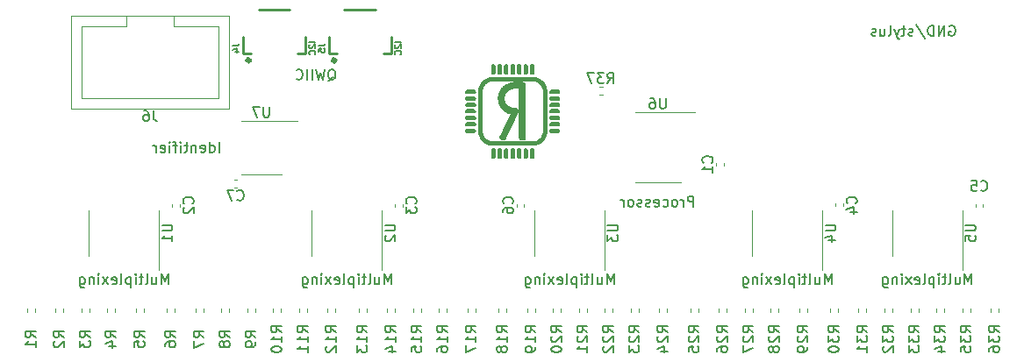
<source format=gbr>
%TF.GenerationSoftware,KiCad,Pcbnew,7.0.5-7.0.5~ubuntu20.04.1*%
%TF.CreationDate,2023-07-06T19:43:48+02:00*%
%TF.ProjectId,sao_keyboard,73616f5f-6b65-4796-926f-6172642e6b69,rev?*%
%TF.SameCoordinates,Original*%
%TF.FileFunction,Legend,Bot*%
%TF.FilePolarity,Positive*%
%FSLAX46Y46*%
G04 Gerber Fmt 4.6, Leading zero omitted, Abs format (unit mm)*
G04 Created by KiCad (PCBNEW 7.0.5-7.0.5~ubuntu20.04.1) date 2023-07-06 19:43:48*
%MOMM*%
%LPD*%
G01*
G04 APERTURE LIST*
%ADD10C,0.150000*%
%ADD11C,0.127000*%
%ADD12C,0.120000*%
%ADD13C,0.132291*%
%ADD14C,0.254000*%
%ADD15C,0.398780*%
G04 APERTURE END LIST*
D10*
X150011904Y-93704819D02*
X150011904Y-92704819D01*
X150011904Y-92704819D02*
X149678571Y-93419104D01*
X149678571Y-93419104D02*
X149345238Y-92704819D01*
X149345238Y-92704819D02*
X149345238Y-93704819D01*
X148440476Y-93038152D02*
X148440476Y-93704819D01*
X148869047Y-93038152D02*
X148869047Y-93561961D01*
X148869047Y-93561961D02*
X148821428Y-93657200D01*
X148821428Y-93657200D02*
X148726190Y-93704819D01*
X148726190Y-93704819D02*
X148583333Y-93704819D01*
X148583333Y-93704819D02*
X148488095Y-93657200D01*
X148488095Y-93657200D02*
X148440476Y-93609580D01*
X147821428Y-93704819D02*
X147916666Y-93657200D01*
X147916666Y-93657200D02*
X147964285Y-93561961D01*
X147964285Y-93561961D02*
X147964285Y-92704819D01*
X147583332Y-93038152D02*
X147202380Y-93038152D01*
X147440475Y-92704819D02*
X147440475Y-93561961D01*
X147440475Y-93561961D02*
X147392856Y-93657200D01*
X147392856Y-93657200D02*
X147297618Y-93704819D01*
X147297618Y-93704819D02*
X147202380Y-93704819D01*
X146869046Y-93704819D02*
X146869046Y-93038152D01*
X146869046Y-92704819D02*
X146916665Y-92752438D01*
X146916665Y-92752438D02*
X146869046Y-92800057D01*
X146869046Y-92800057D02*
X146821427Y-92752438D01*
X146821427Y-92752438D02*
X146869046Y-92704819D01*
X146869046Y-92704819D02*
X146869046Y-92800057D01*
X146392856Y-93038152D02*
X146392856Y-94038152D01*
X146392856Y-93085771D02*
X146297618Y-93038152D01*
X146297618Y-93038152D02*
X146107142Y-93038152D01*
X146107142Y-93038152D02*
X146011904Y-93085771D01*
X146011904Y-93085771D02*
X145964285Y-93133390D01*
X145964285Y-93133390D02*
X145916666Y-93228628D01*
X145916666Y-93228628D02*
X145916666Y-93514342D01*
X145916666Y-93514342D02*
X145964285Y-93609580D01*
X145964285Y-93609580D02*
X146011904Y-93657200D01*
X146011904Y-93657200D02*
X146107142Y-93704819D01*
X146107142Y-93704819D02*
X146297618Y-93704819D01*
X146297618Y-93704819D02*
X146392856Y-93657200D01*
X145345237Y-93704819D02*
X145440475Y-93657200D01*
X145440475Y-93657200D02*
X145488094Y-93561961D01*
X145488094Y-93561961D02*
X145488094Y-92704819D01*
X144583332Y-93657200D02*
X144678570Y-93704819D01*
X144678570Y-93704819D02*
X144869046Y-93704819D01*
X144869046Y-93704819D02*
X144964284Y-93657200D01*
X144964284Y-93657200D02*
X145011903Y-93561961D01*
X145011903Y-93561961D02*
X145011903Y-93181009D01*
X145011903Y-93181009D02*
X144964284Y-93085771D01*
X144964284Y-93085771D02*
X144869046Y-93038152D01*
X144869046Y-93038152D02*
X144678570Y-93038152D01*
X144678570Y-93038152D02*
X144583332Y-93085771D01*
X144583332Y-93085771D02*
X144535713Y-93181009D01*
X144535713Y-93181009D02*
X144535713Y-93276247D01*
X144535713Y-93276247D02*
X145011903Y-93371485D01*
X144202379Y-93704819D02*
X143678570Y-93038152D01*
X144202379Y-93038152D02*
X143678570Y-93704819D01*
X143297617Y-93704819D02*
X143297617Y-93038152D01*
X143297617Y-92704819D02*
X143345236Y-92752438D01*
X143345236Y-92752438D02*
X143297617Y-92800057D01*
X143297617Y-92800057D02*
X143249998Y-92752438D01*
X143249998Y-92752438D02*
X143297617Y-92704819D01*
X143297617Y-92704819D02*
X143297617Y-92800057D01*
X142821427Y-93038152D02*
X142821427Y-93704819D01*
X142821427Y-93133390D02*
X142773808Y-93085771D01*
X142773808Y-93085771D02*
X142678570Y-93038152D01*
X142678570Y-93038152D02*
X142535713Y-93038152D01*
X142535713Y-93038152D02*
X142440475Y-93085771D01*
X142440475Y-93085771D02*
X142392856Y-93181009D01*
X142392856Y-93181009D02*
X142392856Y-93704819D01*
X141488094Y-93038152D02*
X141488094Y-93847676D01*
X141488094Y-93847676D02*
X141535713Y-93942914D01*
X141535713Y-93942914D02*
X141583332Y-93990533D01*
X141583332Y-93990533D02*
X141678570Y-94038152D01*
X141678570Y-94038152D02*
X141821427Y-94038152D01*
X141821427Y-94038152D02*
X141916665Y-93990533D01*
X141488094Y-93657200D02*
X141583332Y-93704819D01*
X141583332Y-93704819D02*
X141773808Y-93704819D01*
X141773808Y-93704819D02*
X141869046Y-93657200D01*
X141869046Y-93657200D02*
X141916665Y-93609580D01*
X141916665Y-93609580D02*
X141964284Y-93514342D01*
X141964284Y-93514342D02*
X141964284Y-93228628D01*
X141964284Y-93228628D02*
X141916665Y-93133390D01*
X141916665Y-93133390D02*
X141869046Y-93085771D01*
X141869046Y-93085771D02*
X141773808Y-93038152D01*
X141773808Y-93038152D02*
X141583332Y-93038152D01*
X141583332Y-93038152D02*
X141488094Y-93085771D01*
X171011904Y-93704819D02*
X171011904Y-92704819D01*
X171011904Y-92704819D02*
X170678571Y-93419104D01*
X170678571Y-93419104D02*
X170345238Y-92704819D01*
X170345238Y-92704819D02*
X170345238Y-93704819D01*
X169440476Y-93038152D02*
X169440476Y-93704819D01*
X169869047Y-93038152D02*
X169869047Y-93561961D01*
X169869047Y-93561961D02*
X169821428Y-93657200D01*
X169821428Y-93657200D02*
X169726190Y-93704819D01*
X169726190Y-93704819D02*
X169583333Y-93704819D01*
X169583333Y-93704819D02*
X169488095Y-93657200D01*
X169488095Y-93657200D02*
X169440476Y-93609580D01*
X168821428Y-93704819D02*
X168916666Y-93657200D01*
X168916666Y-93657200D02*
X168964285Y-93561961D01*
X168964285Y-93561961D02*
X168964285Y-92704819D01*
X168583332Y-93038152D02*
X168202380Y-93038152D01*
X168440475Y-92704819D02*
X168440475Y-93561961D01*
X168440475Y-93561961D02*
X168392856Y-93657200D01*
X168392856Y-93657200D02*
X168297618Y-93704819D01*
X168297618Y-93704819D02*
X168202380Y-93704819D01*
X167869046Y-93704819D02*
X167869046Y-93038152D01*
X167869046Y-92704819D02*
X167916665Y-92752438D01*
X167916665Y-92752438D02*
X167869046Y-92800057D01*
X167869046Y-92800057D02*
X167821427Y-92752438D01*
X167821427Y-92752438D02*
X167869046Y-92704819D01*
X167869046Y-92704819D02*
X167869046Y-92800057D01*
X167392856Y-93038152D02*
X167392856Y-94038152D01*
X167392856Y-93085771D02*
X167297618Y-93038152D01*
X167297618Y-93038152D02*
X167107142Y-93038152D01*
X167107142Y-93038152D02*
X167011904Y-93085771D01*
X167011904Y-93085771D02*
X166964285Y-93133390D01*
X166964285Y-93133390D02*
X166916666Y-93228628D01*
X166916666Y-93228628D02*
X166916666Y-93514342D01*
X166916666Y-93514342D02*
X166964285Y-93609580D01*
X166964285Y-93609580D02*
X167011904Y-93657200D01*
X167011904Y-93657200D02*
X167107142Y-93704819D01*
X167107142Y-93704819D02*
X167297618Y-93704819D01*
X167297618Y-93704819D02*
X167392856Y-93657200D01*
X166345237Y-93704819D02*
X166440475Y-93657200D01*
X166440475Y-93657200D02*
X166488094Y-93561961D01*
X166488094Y-93561961D02*
X166488094Y-92704819D01*
X165583332Y-93657200D02*
X165678570Y-93704819D01*
X165678570Y-93704819D02*
X165869046Y-93704819D01*
X165869046Y-93704819D02*
X165964284Y-93657200D01*
X165964284Y-93657200D02*
X166011903Y-93561961D01*
X166011903Y-93561961D02*
X166011903Y-93181009D01*
X166011903Y-93181009D02*
X165964284Y-93085771D01*
X165964284Y-93085771D02*
X165869046Y-93038152D01*
X165869046Y-93038152D02*
X165678570Y-93038152D01*
X165678570Y-93038152D02*
X165583332Y-93085771D01*
X165583332Y-93085771D02*
X165535713Y-93181009D01*
X165535713Y-93181009D02*
X165535713Y-93276247D01*
X165535713Y-93276247D02*
X166011903Y-93371485D01*
X165202379Y-93704819D02*
X164678570Y-93038152D01*
X165202379Y-93038152D02*
X164678570Y-93704819D01*
X164297617Y-93704819D02*
X164297617Y-93038152D01*
X164297617Y-92704819D02*
X164345236Y-92752438D01*
X164345236Y-92752438D02*
X164297617Y-92800057D01*
X164297617Y-92800057D02*
X164249998Y-92752438D01*
X164249998Y-92752438D02*
X164297617Y-92704819D01*
X164297617Y-92704819D02*
X164297617Y-92800057D01*
X163821427Y-93038152D02*
X163821427Y-93704819D01*
X163821427Y-93133390D02*
X163773808Y-93085771D01*
X163773808Y-93085771D02*
X163678570Y-93038152D01*
X163678570Y-93038152D02*
X163535713Y-93038152D01*
X163535713Y-93038152D02*
X163440475Y-93085771D01*
X163440475Y-93085771D02*
X163392856Y-93181009D01*
X163392856Y-93181009D02*
X163392856Y-93704819D01*
X162488094Y-93038152D02*
X162488094Y-93847676D01*
X162488094Y-93847676D02*
X162535713Y-93942914D01*
X162535713Y-93942914D02*
X162583332Y-93990533D01*
X162583332Y-93990533D02*
X162678570Y-94038152D01*
X162678570Y-94038152D02*
X162821427Y-94038152D01*
X162821427Y-94038152D02*
X162916665Y-93990533D01*
X162488094Y-93657200D02*
X162583332Y-93704819D01*
X162583332Y-93704819D02*
X162773808Y-93704819D01*
X162773808Y-93704819D02*
X162869046Y-93657200D01*
X162869046Y-93657200D02*
X162916665Y-93609580D01*
X162916665Y-93609580D02*
X162964284Y-93514342D01*
X162964284Y-93514342D02*
X162964284Y-93228628D01*
X162964284Y-93228628D02*
X162916665Y-93133390D01*
X162916665Y-93133390D02*
X162869046Y-93085771D01*
X162869046Y-93085771D02*
X162773808Y-93038152D01*
X162773808Y-93038152D02*
X162583332Y-93038152D01*
X162583332Y-93038152D02*
X162488094Y-93085771D01*
X128511904Y-93704819D02*
X128511904Y-92704819D01*
X128511904Y-92704819D02*
X128178571Y-93419104D01*
X128178571Y-93419104D02*
X127845238Y-92704819D01*
X127845238Y-92704819D02*
X127845238Y-93704819D01*
X126940476Y-93038152D02*
X126940476Y-93704819D01*
X127369047Y-93038152D02*
X127369047Y-93561961D01*
X127369047Y-93561961D02*
X127321428Y-93657200D01*
X127321428Y-93657200D02*
X127226190Y-93704819D01*
X127226190Y-93704819D02*
X127083333Y-93704819D01*
X127083333Y-93704819D02*
X126988095Y-93657200D01*
X126988095Y-93657200D02*
X126940476Y-93609580D01*
X126321428Y-93704819D02*
X126416666Y-93657200D01*
X126416666Y-93657200D02*
X126464285Y-93561961D01*
X126464285Y-93561961D02*
X126464285Y-92704819D01*
X126083332Y-93038152D02*
X125702380Y-93038152D01*
X125940475Y-92704819D02*
X125940475Y-93561961D01*
X125940475Y-93561961D02*
X125892856Y-93657200D01*
X125892856Y-93657200D02*
X125797618Y-93704819D01*
X125797618Y-93704819D02*
X125702380Y-93704819D01*
X125369046Y-93704819D02*
X125369046Y-93038152D01*
X125369046Y-92704819D02*
X125416665Y-92752438D01*
X125416665Y-92752438D02*
X125369046Y-92800057D01*
X125369046Y-92800057D02*
X125321427Y-92752438D01*
X125321427Y-92752438D02*
X125369046Y-92704819D01*
X125369046Y-92704819D02*
X125369046Y-92800057D01*
X124892856Y-93038152D02*
X124892856Y-94038152D01*
X124892856Y-93085771D02*
X124797618Y-93038152D01*
X124797618Y-93038152D02*
X124607142Y-93038152D01*
X124607142Y-93038152D02*
X124511904Y-93085771D01*
X124511904Y-93085771D02*
X124464285Y-93133390D01*
X124464285Y-93133390D02*
X124416666Y-93228628D01*
X124416666Y-93228628D02*
X124416666Y-93514342D01*
X124416666Y-93514342D02*
X124464285Y-93609580D01*
X124464285Y-93609580D02*
X124511904Y-93657200D01*
X124511904Y-93657200D02*
X124607142Y-93704819D01*
X124607142Y-93704819D02*
X124797618Y-93704819D01*
X124797618Y-93704819D02*
X124892856Y-93657200D01*
X123845237Y-93704819D02*
X123940475Y-93657200D01*
X123940475Y-93657200D02*
X123988094Y-93561961D01*
X123988094Y-93561961D02*
X123988094Y-92704819D01*
X123083332Y-93657200D02*
X123178570Y-93704819D01*
X123178570Y-93704819D02*
X123369046Y-93704819D01*
X123369046Y-93704819D02*
X123464284Y-93657200D01*
X123464284Y-93657200D02*
X123511903Y-93561961D01*
X123511903Y-93561961D02*
X123511903Y-93181009D01*
X123511903Y-93181009D02*
X123464284Y-93085771D01*
X123464284Y-93085771D02*
X123369046Y-93038152D01*
X123369046Y-93038152D02*
X123178570Y-93038152D01*
X123178570Y-93038152D02*
X123083332Y-93085771D01*
X123083332Y-93085771D02*
X123035713Y-93181009D01*
X123035713Y-93181009D02*
X123035713Y-93276247D01*
X123035713Y-93276247D02*
X123511903Y-93371485D01*
X122702379Y-93704819D02*
X122178570Y-93038152D01*
X122702379Y-93038152D02*
X122178570Y-93704819D01*
X121797617Y-93704819D02*
X121797617Y-93038152D01*
X121797617Y-92704819D02*
X121845236Y-92752438D01*
X121845236Y-92752438D02*
X121797617Y-92800057D01*
X121797617Y-92800057D02*
X121749998Y-92752438D01*
X121749998Y-92752438D02*
X121797617Y-92704819D01*
X121797617Y-92704819D02*
X121797617Y-92800057D01*
X121321427Y-93038152D02*
X121321427Y-93704819D01*
X121321427Y-93133390D02*
X121273808Y-93085771D01*
X121273808Y-93085771D02*
X121178570Y-93038152D01*
X121178570Y-93038152D02*
X121035713Y-93038152D01*
X121035713Y-93038152D02*
X120940475Y-93085771D01*
X120940475Y-93085771D02*
X120892856Y-93181009D01*
X120892856Y-93181009D02*
X120892856Y-93704819D01*
X119988094Y-93038152D02*
X119988094Y-93847676D01*
X119988094Y-93847676D02*
X120035713Y-93942914D01*
X120035713Y-93942914D02*
X120083332Y-93990533D01*
X120083332Y-93990533D02*
X120178570Y-94038152D01*
X120178570Y-94038152D02*
X120321427Y-94038152D01*
X120321427Y-94038152D02*
X120416665Y-93990533D01*
X119988094Y-93657200D02*
X120083332Y-93704819D01*
X120083332Y-93704819D02*
X120273808Y-93704819D01*
X120273808Y-93704819D02*
X120369046Y-93657200D01*
X120369046Y-93657200D02*
X120416665Y-93609580D01*
X120416665Y-93609580D02*
X120464284Y-93514342D01*
X120464284Y-93514342D02*
X120464284Y-93228628D01*
X120464284Y-93228628D02*
X120416665Y-93133390D01*
X120416665Y-93133390D02*
X120369046Y-93085771D01*
X120369046Y-93085771D02*
X120273808Y-93038152D01*
X120273808Y-93038152D02*
X120083332Y-93038152D01*
X120083332Y-93038152D02*
X119988094Y-93085771D01*
X111913220Y-80954819D02*
X111913220Y-79954819D01*
X111008459Y-80954819D02*
X111008459Y-79954819D01*
X111008459Y-80907200D02*
X111103697Y-80954819D01*
X111103697Y-80954819D02*
X111294173Y-80954819D01*
X111294173Y-80954819D02*
X111389411Y-80907200D01*
X111389411Y-80907200D02*
X111437030Y-80859580D01*
X111437030Y-80859580D02*
X111484649Y-80764342D01*
X111484649Y-80764342D02*
X111484649Y-80478628D01*
X111484649Y-80478628D02*
X111437030Y-80383390D01*
X111437030Y-80383390D02*
X111389411Y-80335771D01*
X111389411Y-80335771D02*
X111294173Y-80288152D01*
X111294173Y-80288152D02*
X111103697Y-80288152D01*
X111103697Y-80288152D02*
X111008459Y-80335771D01*
X110151316Y-80907200D02*
X110246554Y-80954819D01*
X110246554Y-80954819D02*
X110437030Y-80954819D01*
X110437030Y-80954819D02*
X110532268Y-80907200D01*
X110532268Y-80907200D02*
X110579887Y-80811961D01*
X110579887Y-80811961D02*
X110579887Y-80431009D01*
X110579887Y-80431009D02*
X110532268Y-80335771D01*
X110532268Y-80335771D02*
X110437030Y-80288152D01*
X110437030Y-80288152D02*
X110246554Y-80288152D01*
X110246554Y-80288152D02*
X110151316Y-80335771D01*
X110151316Y-80335771D02*
X110103697Y-80431009D01*
X110103697Y-80431009D02*
X110103697Y-80526247D01*
X110103697Y-80526247D02*
X110579887Y-80621485D01*
X109675125Y-80288152D02*
X109675125Y-80954819D01*
X109675125Y-80383390D02*
X109627506Y-80335771D01*
X109627506Y-80335771D02*
X109532268Y-80288152D01*
X109532268Y-80288152D02*
X109389411Y-80288152D01*
X109389411Y-80288152D02*
X109294173Y-80335771D01*
X109294173Y-80335771D02*
X109246554Y-80431009D01*
X109246554Y-80431009D02*
X109246554Y-80954819D01*
X108913220Y-80288152D02*
X108532268Y-80288152D01*
X108770363Y-79954819D02*
X108770363Y-80811961D01*
X108770363Y-80811961D02*
X108722744Y-80907200D01*
X108722744Y-80907200D02*
X108627506Y-80954819D01*
X108627506Y-80954819D02*
X108532268Y-80954819D01*
X108198934Y-80954819D02*
X108198934Y-80288152D01*
X108198934Y-79954819D02*
X108246553Y-80002438D01*
X108246553Y-80002438D02*
X108198934Y-80050057D01*
X108198934Y-80050057D02*
X108151315Y-80002438D01*
X108151315Y-80002438D02*
X108198934Y-79954819D01*
X108198934Y-79954819D02*
X108198934Y-80050057D01*
X107865601Y-80288152D02*
X107484649Y-80288152D01*
X107722744Y-80954819D02*
X107722744Y-80097676D01*
X107722744Y-80097676D02*
X107675125Y-80002438D01*
X107675125Y-80002438D02*
X107579887Y-79954819D01*
X107579887Y-79954819D02*
X107484649Y-79954819D01*
X107151315Y-80954819D02*
X107151315Y-80288152D01*
X107151315Y-79954819D02*
X107198934Y-80002438D01*
X107198934Y-80002438D02*
X107151315Y-80050057D01*
X107151315Y-80050057D02*
X107103696Y-80002438D01*
X107103696Y-80002438D02*
X107151315Y-79954819D01*
X107151315Y-79954819D02*
X107151315Y-80050057D01*
X106294173Y-80907200D02*
X106389411Y-80954819D01*
X106389411Y-80954819D02*
X106579887Y-80954819D01*
X106579887Y-80954819D02*
X106675125Y-80907200D01*
X106675125Y-80907200D02*
X106722744Y-80811961D01*
X106722744Y-80811961D02*
X106722744Y-80431009D01*
X106722744Y-80431009D02*
X106675125Y-80335771D01*
X106675125Y-80335771D02*
X106579887Y-80288152D01*
X106579887Y-80288152D02*
X106389411Y-80288152D01*
X106389411Y-80288152D02*
X106294173Y-80335771D01*
X106294173Y-80335771D02*
X106246554Y-80431009D01*
X106246554Y-80431009D02*
X106246554Y-80526247D01*
X106246554Y-80526247D02*
X106722744Y-80621485D01*
X105817982Y-80954819D02*
X105817982Y-80288152D01*
X105817982Y-80478628D02*
X105770363Y-80383390D01*
X105770363Y-80383390D02*
X105722744Y-80335771D01*
X105722744Y-80335771D02*
X105627506Y-80288152D01*
X105627506Y-80288152D02*
X105532268Y-80288152D01*
X157702381Y-86204819D02*
X157702381Y-85204819D01*
X157702381Y-85204819D02*
X157321429Y-85204819D01*
X157321429Y-85204819D02*
X157226191Y-85252438D01*
X157226191Y-85252438D02*
X157178572Y-85300057D01*
X157178572Y-85300057D02*
X157130953Y-85395295D01*
X157130953Y-85395295D02*
X157130953Y-85538152D01*
X157130953Y-85538152D02*
X157178572Y-85633390D01*
X157178572Y-85633390D02*
X157226191Y-85681009D01*
X157226191Y-85681009D02*
X157321429Y-85728628D01*
X157321429Y-85728628D02*
X157702381Y-85728628D01*
X156702381Y-86204819D02*
X156702381Y-85538152D01*
X156702381Y-85728628D02*
X156654762Y-85633390D01*
X156654762Y-85633390D02*
X156607143Y-85585771D01*
X156607143Y-85585771D02*
X156511905Y-85538152D01*
X156511905Y-85538152D02*
X156416667Y-85538152D01*
X155940476Y-86204819D02*
X156035714Y-86157200D01*
X156035714Y-86157200D02*
X156083333Y-86109580D01*
X156083333Y-86109580D02*
X156130952Y-86014342D01*
X156130952Y-86014342D02*
X156130952Y-85728628D01*
X156130952Y-85728628D02*
X156083333Y-85633390D01*
X156083333Y-85633390D02*
X156035714Y-85585771D01*
X156035714Y-85585771D02*
X155940476Y-85538152D01*
X155940476Y-85538152D02*
X155797619Y-85538152D01*
X155797619Y-85538152D02*
X155702381Y-85585771D01*
X155702381Y-85585771D02*
X155654762Y-85633390D01*
X155654762Y-85633390D02*
X155607143Y-85728628D01*
X155607143Y-85728628D02*
X155607143Y-86014342D01*
X155607143Y-86014342D02*
X155654762Y-86109580D01*
X155654762Y-86109580D02*
X155702381Y-86157200D01*
X155702381Y-86157200D02*
X155797619Y-86204819D01*
X155797619Y-86204819D02*
X155940476Y-86204819D01*
X154750000Y-86157200D02*
X154845238Y-86204819D01*
X154845238Y-86204819D02*
X155035714Y-86204819D01*
X155035714Y-86204819D02*
X155130952Y-86157200D01*
X155130952Y-86157200D02*
X155178571Y-86109580D01*
X155178571Y-86109580D02*
X155226190Y-86014342D01*
X155226190Y-86014342D02*
X155226190Y-85728628D01*
X155226190Y-85728628D02*
X155178571Y-85633390D01*
X155178571Y-85633390D02*
X155130952Y-85585771D01*
X155130952Y-85585771D02*
X155035714Y-85538152D01*
X155035714Y-85538152D02*
X154845238Y-85538152D01*
X154845238Y-85538152D02*
X154750000Y-85585771D01*
X153940476Y-86157200D02*
X154035714Y-86204819D01*
X154035714Y-86204819D02*
X154226190Y-86204819D01*
X154226190Y-86204819D02*
X154321428Y-86157200D01*
X154321428Y-86157200D02*
X154369047Y-86061961D01*
X154369047Y-86061961D02*
X154369047Y-85681009D01*
X154369047Y-85681009D02*
X154321428Y-85585771D01*
X154321428Y-85585771D02*
X154226190Y-85538152D01*
X154226190Y-85538152D02*
X154035714Y-85538152D01*
X154035714Y-85538152D02*
X153940476Y-85585771D01*
X153940476Y-85585771D02*
X153892857Y-85681009D01*
X153892857Y-85681009D02*
X153892857Y-85776247D01*
X153892857Y-85776247D02*
X154369047Y-85871485D01*
X153511904Y-86157200D02*
X153416666Y-86204819D01*
X153416666Y-86204819D02*
X153226190Y-86204819D01*
X153226190Y-86204819D02*
X153130952Y-86157200D01*
X153130952Y-86157200D02*
X153083333Y-86061961D01*
X153083333Y-86061961D02*
X153083333Y-86014342D01*
X153083333Y-86014342D02*
X153130952Y-85919104D01*
X153130952Y-85919104D02*
X153226190Y-85871485D01*
X153226190Y-85871485D02*
X153369047Y-85871485D01*
X153369047Y-85871485D02*
X153464285Y-85823866D01*
X153464285Y-85823866D02*
X153511904Y-85728628D01*
X153511904Y-85728628D02*
X153511904Y-85681009D01*
X153511904Y-85681009D02*
X153464285Y-85585771D01*
X153464285Y-85585771D02*
X153369047Y-85538152D01*
X153369047Y-85538152D02*
X153226190Y-85538152D01*
X153226190Y-85538152D02*
X153130952Y-85585771D01*
X152702380Y-86157200D02*
X152607142Y-86204819D01*
X152607142Y-86204819D02*
X152416666Y-86204819D01*
X152416666Y-86204819D02*
X152321428Y-86157200D01*
X152321428Y-86157200D02*
X152273809Y-86061961D01*
X152273809Y-86061961D02*
X152273809Y-86014342D01*
X152273809Y-86014342D02*
X152321428Y-85919104D01*
X152321428Y-85919104D02*
X152416666Y-85871485D01*
X152416666Y-85871485D02*
X152559523Y-85871485D01*
X152559523Y-85871485D02*
X152654761Y-85823866D01*
X152654761Y-85823866D02*
X152702380Y-85728628D01*
X152702380Y-85728628D02*
X152702380Y-85681009D01*
X152702380Y-85681009D02*
X152654761Y-85585771D01*
X152654761Y-85585771D02*
X152559523Y-85538152D01*
X152559523Y-85538152D02*
X152416666Y-85538152D01*
X152416666Y-85538152D02*
X152321428Y-85585771D01*
X151702380Y-86204819D02*
X151797618Y-86157200D01*
X151797618Y-86157200D02*
X151845237Y-86109580D01*
X151845237Y-86109580D02*
X151892856Y-86014342D01*
X151892856Y-86014342D02*
X151892856Y-85728628D01*
X151892856Y-85728628D02*
X151845237Y-85633390D01*
X151845237Y-85633390D02*
X151797618Y-85585771D01*
X151797618Y-85585771D02*
X151702380Y-85538152D01*
X151702380Y-85538152D02*
X151559523Y-85538152D01*
X151559523Y-85538152D02*
X151464285Y-85585771D01*
X151464285Y-85585771D02*
X151416666Y-85633390D01*
X151416666Y-85633390D02*
X151369047Y-85728628D01*
X151369047Y-85728628D02*
X151369047Y-86014342D01*
X151369047Y-86014342D02*
X151416666Y-86109580D01*
X151416666Y-86109580D02*
X151464285Y-86157200D01*
X151464285Y-86157200D02*
X151559523Y-86204819D01*
X151559523Y-86204819D02*
X151702380Y-86204819D01*
X150940475Y-86204819D02*
X150940475Y-85538152D01*
X150940475Y-85728628D02*
X150892856Y-85633390D01*
X150892856Y-85633390D02*
X150845237Y-85585771D01*
X150845237Y-85585771D02*
X150749999Y-85538152D01*
X150749999Y-85538152D02*
X150654761Y-85538152D01*
X182389411Y-68752438D02*
X182484649Y-68704819D01*
X182484649Y-68704819D02*
X182627506Y-68704819D01*
X182627506Y-68704819D02*
X182770363Y-68752438D01*
X182770363Y-68752438D02*
X182865601Y-68847676D01*
X182865601Y-68847676D02*
X182913220Y-68942914D01*
X182913220Y-68942914D02*
X182960839Y-69133390D01*
X182960839Y-69133390D02*
X182960839Y-69276247D01*
X182960839Y-69276247D02*
X182913220Y-69466723D01*
X182913220Y-69466723D02*
X182865601Y-69561961D01*
X182865601Y-69561961D02*
X182770363Y-69657200D01*
X182770363Y-69657200D02*
X182627506Y-69704819D01*
X182627506Y-69704819D02*
X182532268Y-69704819D01*
X182532268Y-69704819D02*
X182389411Y-69657200D01*
X182389411Y-69657200D02*
X182341792Y-69609580D01*
X182341792Y-69609580D02*
X182341792Y-69276247D01*
X182341792Y-69276247D02*
X182532268Y-69276247D01*
X181913220Y-69704819D02*
X181913220Y-68704819D01*
X181913220Y-68704819D02*
X181341792Y-69704819D01*
X181341792Y-69704819D02*
X181341792Y-68704819D01*
X180865601Y-69704819D02*
X180865601Y-68704819D01*
X180865601Y-68704819D02*
X180627506Y-68704819D01*
X180627506Y-68704819D02*
X180484649Y-68752438D01*
X180484649Y-68752438D02*
X180389411Y-68847676D01*
X180389411Y-68847676D02*
X180341792Y-68942914D01*
X180341792Y-68942914D02*
X180294173Y-69133390D01*
X180294173Y-69133390D02*
X180294173Y-69276247D01*
X180294173Y-69276247D02*
X180341792Y-69466723D01*
X180341792Y-69466723D02*
X180389411Y-69561961D01*
X180389411Y-69561961D02*
X180484649Y-69657200D01*
X180484649Y-69657200D02*
X180627506Y-69704819D01*
X180627506Y-69704819D02*
X180865601Y-69704819D01*
X179151316Y-68657200D02*
X180008458Y-69942914D01*
X178865601Y-69657200D02*
X178770363Y-69704819D01*
X178770363Y-69704819D02*
X178579887Y-69704819D01*
X178579887Y-69704819D02*
X178484649Y-69657200D01*
X178484649Y-69657200D02*
X178437030Y-69561961D01*
X178437030Y-69561961D02*
X178437030Y-69514342D01*
X178437030Y-69514342D02*
X178484649Y-69419104D01*
X178484649Y-69419104D02*
X178579887Y-69371485D01*
X178579887Y-69371485D02*
X178722744Y-69371485D01*
X178722744Y-69371485D02*
X178817982Y-69323866D01*
X178817982Y-69323866D02*
X178865601Y-69228628D01*
X178865601Y-69228628D02*
X178865601Y-69181009D01*
X178865601Y-69181009D02*
X178817982Y-69085771D01*
X178817982Y-69085771D02*
X178722744Y-69038152D01*
X178722744Y-69038152D02*
X178579887Y-69038152D01*
X178579887Y-69038152D02*
X178484649Y-69085771D01*
X178151315Y-69038152D02*
X177770363Y-69038152D01*
X178008458Y-68704819D02*
X178008458Y-69561961D01*
X178008458Y-69561961D02*
X177960839Y-69657200D01*
X177960839Y-69657200D02*
X177865601Y-69704819D01*
X177865601Y-69704819D02*
X177770363Y-69704819D01*
X177532267Y-69038152D02*
X177294172Y-69704819D01*
X177056077Y-69038152D02*
X177294172Y-69704819D01*
X177294172Y-69704819D02*
X177389410Y-69942914D01*
X177389410Y-69942914D02*
X177437029Y-69990533D01*
X177437029Y-69990533D02*
X177532267Y-70038152D01*
X176532267Y-69704819D02*
X176627505Y-69657200D01*
X176627505Y-69657200D02*
X176675124Y-69561961D01*
X176675124Y-69561961D02*
X176675124Y-68704819D01*
X175722743Y-69038152D02*
X175722743Y-69704819D01*
X176151314Y-69038152D02*
X176151314Y-69561961D01*
X176151314Y-69561961D02*
X176103695Y-69657200D01*
X176103695Y-69657200D02*
X176008457Y-69704819D01*
X176008457Y-69704819D02*
X175865600Y-69704819D01*
X175865600Y-69704819D02*
X175770362Y-69657200D01*
X175770362Y-69657200D02*
X175722743Y-69609580D01*
X175294171Y-69657200D02*
X175198933Y-69704819D01*
X175198933Y-69704819D02*
X175008457Y-69704819D01*
X175008457Y-69704819D02*
X174913219Y-69657200D01*
X174913219Y-69657200D02*
X174865600Y-69561961D01*
X174865600Y-69561961D02*
X174865600Y-69514342D01*
X174865600Y-69514342D02*
X174913219Y-69419104D01*
X174913219Y-69419104D02*
X175008457Y-69371485D01*
X175008457Y-69371485D02*
X175151314Y-69371485D01*
X175151314Y-69371485D02*
X175246552Y-69323866D01*
X175246552Y-69323866D02*
X175294171Y-69228628D01*
X175294171Y-69228628D02*
X175294171Y-69181009D01*
X175294171Y-69181009D02*
X175246552Y-69085771D01*
X175246552Y-69085771D02*
X175151314Y-69038152D01*
X175151314Y-69038152D02*
X175008457Y-69038152D01*
X175008457Y-69038152D02*
X174913219Y-69085771D01*
X107011904Y-93704819D02*
X107011904Y-92704819D01*
X107011904Y-92704819D02*
X106678571Y-93419104D01*
X106678571Y-93419104D02*
X106345238Y-92704819D01*
X106345238Y-92704819D02*
X106345238Y-93704819D01*
X105440476Y-93038152D02*
X105440476Y-93704819D01*
X105869047Y-93038152D02*
X105869047Y-93561961D01*
X105869047Y-93561961D02*
X105821428Y-93657200D01*
X105821428Y-93657200D02*
X105726190Y-93704819D01*
X105726190Y-93704819D02*
X105583333Y-93704819D01*
X105583333Y-93704819D02*
X105488095Y-93657200D01*
X105488095Y-93657200D02*
X105440476Y-93609580D01*
X104821428Y-93704819D02*
X104916666Y-93657200D01*
X104916666Y-93657200D02*
X104964285Y-93561961D01*
X104964285Y-93561961D02*
X104964285Y-92704819D01*
X104583332Y-93038152D02*
X104202380Y-93038152D01*
X104440475Y-92704819D02*
X104440475Y-93561961D01*
X104440475Y-93561961D02*
X104392856Y-93657200D01*
X104392856Y-93657200D02*
X104297618Y-93704819D01*
X104297618Y-93704819D02*
X104202380Y-93704819D01*
X103869046Y-93704819D02*
X103869046Y-93038152D01*
X103869046Y-92704819D02*
X103916665Y-92752438D01*
X103916665Y-92752438D02*
X103869046Y-92800057D01*
X103869046Y-92800057D02*
X103821427Y-92752438D01*
X103821427Y-92752438D02*
X103869046Y-92704819D01*
X103869046Y-92704819D02*
X103869046Y-92800057D01*
X103392856Y-93038152D02*
X103392856Y-94038152D01*
X103392856Y-93085771D02*
X103297618Y-93038152D01*
X103297618Y-93038152D02*
X103107142Y-93038152D01*
X103107142Y-93038152D02*
X103011904Y-93085771D01*
X103011904Y-93085771D02*
X102964285Y-93133390D01*
X102964285Y-93133390D02*
X102916666Y-93228628D01*
X102916666Y-93228628D02*
X102916666Y-93514342D01*
X102916666Y-93514342D02*
X102964285Y-93609580D01*
X102964285Y-93609580D02*
X103011904Y-93657200D01*
X103011904Y-93657200D02*
X103107142Y-93704819D01*
X103107142Y-93704819D02*
X103297618Y-93704819D01*
X103297618Y-93704819D02*
X103392856Y-93657200D01*
X102345237Y-93704819D02*
X102440475Y-93657200D01*
X102440475Y-93657200D02*
X102488094Y-93561961D01*
X102488094Y-93561961D02*
X102488094Y-92704819D01*
X101583332Y-93657200D02*
X101678570Y-93704819D01*
X101678570Y-93704819D02*
X101869046Y-93704819D01*
X101869046Y-93704819D02*
X101964284Y-93657200D01*
X101964284Y-93657200D02*
X102011903Y-93561961D01*
X102011903Y-93561961D02*
X102011903Y-93181009D01*
X102011903Y-93181009D02*
X101964284Y-93085771D01*
X101964284Y-93085771D02*
X101869046Y-93038152D01*
X101869046Y-93038152D02*
X101678570Y-93038152D01*
X101678570Y-93038152D02*
X101583332Y-93085771D01*
X101583332Y-93085771D02*
X101535713Y-93181009D01*
X101535713Y-93181009D02*
X101535713Y-93276247D01*
X101535713Y-93276247D02*
X102011903Y-93371485D01*
X101202379Y-93704819D02*
X100678570Y-93038152D01*
X101202379Y-93038152D02*
X100678570Y-93704819D01*
X100297617Y-93704819D02*
X100297617Y-93038152D01*
X100297617Y-92704819D02*
X100345236Y-92752438D01*
X100345236Y-92752438D02*
X100297617Y-92800057D01*
X100297617Y-92800057D02*
X100249998Y-92752438D01*
X100249998Y-92752438D02*
X100297617Y-92704819D01*
X100297617Y-92704819D02*
X100297617Y-92800057D01*
X99821427Y-93038152D02*
X99821427Y-93704819D01*
X99821427Y-93133390D02*
X99773808Y-93085771D01*
X99773808Y-93085771D02*
X99678570Y-93038152D01*
X99678570Y-93038152D02*
X99535713Y-93038152D01*
X99535713Y-93038152D02*
X99440475Y-93085771D01*
X99440475Y-93085771D02*
X99392856Y-93181009D01*
X99392856Y-93181009D02*
X99392856Y-93704819D01*
X98488094Y-93038152D02*
X98488094Y-93847676D01*
X98488094Y-93847676D02*
X98535713Y-93942914D01*
X98535713Y-93942914D02*
X98583332Y-93990533D01*
X98583332Y-93990533D02*
X98678570Y-94038152D01*
X98678570Y-94038152D02*
X98821427Y-94038152D01*
X98821427Y-94038152D02*
X98916665Y-93990533D01*
X98488094Y-93657200D02*
X98583332Y-93704819D01*
X98583332Y-93704819D02*
X98773808Y-93704819D01*
X98773808Y-93704819D02*
X98869046Y-93657200D01*
X98869046Y-93657200D02*
X98916665Y-93609580D01*
X98916665Y-93609580D02*
X98964284Y-93514342D01*
X98964284Y-93514342D02*
X98964284Y-93228628D01*
X98964284Y-93228628D02*
X98916665Y-93133390D01*
X98916665Y-93133390D02*
X98869046Y-93085771D01*
X98869046Y-93085771D02*
X98773808Y-93038152D01*
X98773808Y-93038152D02*
X98583332Y-93038152D01*
X98583332Y-93038152D02*
X98488094Y-93085771D01*
X184511904Y-93704819D02*
X184511904Y-92704819D01*
X184511904Y-92704819D02*
X184178571Y-93419104D01*
X184178571Y-93419104D02*
X183845238Y-92704819D01*
X183845238Y-92704819D02*
X183845238Y-93704819D01*
X182940476Y-93038152D02*
X182940476Y-93704819D01*
X183369047Y-93038152D02*
X183369047Y-93561961D01*
X183369047Y-93561961D02*
X183321428Y-93657200D01*
X183321428Y-93657200D02*
X183226190Y-93704819D01*
X183226190Y-93704819D02*
X183083333Y-93704819D01*
X183083333Y-93704819D02*
X182988095Y-93657200D01*
X182988095Y-93657200D02*
X182940476Y-93609580D01*
X182321428Y-93704819D02*
X182416666Y-93657200D01*
X182416666Y-93657200D02*
X182464285Y-93561961D01*
X182464285Y-93561961D02*
X182464285Y-92704819D01*
X182083332Y-93038152D02*
X181702380Y-93038152D01*
X181940475Y-92704819D02*
X181940475Y-93561961D01*
X181940475Y-93561961D02*
X181892856Y-93657200D01*
X181892856Y-93657200D02*
X181797618Y-93704819D01*
X181797618Y-93704819D02*
X181702380Y-93704819D01*
X181369046Y-93704819D02*
X181369046Y-93038152D01*
X181369046Y-92704819D02*
X181416665Y-92752438D01*
X181416665Y-92752438D02*
X181369046Y-92800057D01*
X181369046Y-92800057D02*
X181321427Y-92752438D01*
X181321427Y-92752438D02*
X181369046Y-92704819D01*
X181369046Y-92704819D02*
X181369046Y-92800057D01*
X180892856Y-93038152D02*
X180892856Y-94038152D01*
X180892856Y-93085771D02*
X180797618Y-93038152D01*
X180797618Y-93038152D02*
X180607142Y-93038152D01*
X180607142Y-93038152D02*
X180511904Y-93085771D01*
X180511904Y-93085771D02*
X180464285Y-93133390D01*
X180464285Y-93133390D02*
X180416666Y-93228628D01*
X180416666Y-93228628D02*
X180416666Y-93514342D01*
X180416666Y-93514342D02*
X180464285Y-93609580D01*
X180464285Y-93609580D02*
X180511904Y-93657200D01*
X180511904Y-93657200D02*
X180607142Y-93704819D01*
X180607142Y-93704819D02*
X180797618Y-93704819D01*
X180797618Y-93704819D02*
X180892856Y-93657200D01*
X179845237Y-93704819D02*
X179940475Y-93657200D01*
X179940475Y-93657200D02*
X179988094Y-93561961D01*
X179988094Y-93561961D02*
X179988094Y-92704819D01*
X179083332Y-93657200D02*
X179178570Y-93704819D01*
X179178570Y-93704819D02*
X179369046Y-93704819D01*
X179369046Y-93704819D02*
X179464284Y-93657200D01*
X179464284Y-93657200D02*
X179511903Y-93561961D01*
X179511903Y-93561961D02*
X179511903Y-93181009D01*
X179511903Y-93181009D02*
X179464284Y-93085771D01*
X179464284Y-93085771D02*
X179369046Y-93038152D01*
X179369046Y-93038152D02*
X179178570Y-93038152D01*
X179178570Y-93038152D02*
X179083332Y-93085771D01*
X179083332Y-93085771D02*
X179035713Y-93181009D01*
X179035713Y-93181009D02*
X179035713Y-93276247D01*
X179035713Y-93276247D02*
X179511903Y-93371485D01*
X178702379Y-93704819D02*
X178178570Y-93038152D01*
X178702379Y-93038152D02*
X178178570Y-93704819D01*
X177797617Y-93704819D02*
X177797617Y-93038152D01*
X177797617Y-92704819D02*
X177845236Y-92752438D01*
X177845236Y-92752438D02*
X177797617Y-92800057D01*
X177797617Y-92800057D02*
X177749998Y-92752438D01*
X177749998Y-92752438D02*
X177797617Y-92704819D01*
X177797617Y-92704819D02*
X177797617Y-92800057D01*
X177321427Y-93038152D02*
X177321427Y-93704819D01*
X177321427Y-93133390D02*
X177273808Y-93085771D01*
X177273808Y-93085771D02*
X177178570Y-93038152D01*
X177178570Y-93038152D02*
X177035713Y-93038152D01*
X177035713Y-93038152D02*
X176940475Y-93085771D01*
X176940475Y-93085771D02*
X176892856Y-93181009D01*
X176892856Y-93181009D02*
X176892856Y-93704819D01*
X175988094Y-93038152D02*
X175988094Y-93847676D01*
X175988094Y-93847676D02*
X176035713Y-93942914D01*
X176035713Y-93942914D02*
X176083332Y-93990533D01*
X176083332Y-93990533D02*
X176178570Y-94038152D01*
X176178570Y-94038152D02*
X176321427Y-94038152D01*
X176321427Y-94038152D02*
X176416665Y-93990533D01*
X175988094Y-93657200D02*
X176083332Y-93704819D01*
X176083332Y-93704819D02*
X176273808Y-93704819D01*
X176273808Y-93704819D02*
X176369046Y-93657200D01*
X176369046Y-93657200D02*
X176416665Y-93609580D01*
X176416665Y-93609580D02*
X176464284Y-93514342D01*
X176464284Y-93514342D02*
X176464284Y-93228628D01*
X176464284Y-93228628D02*
X176416665Y-93133390D01*
X176416665Y-93133390D02*
X176369046Y-93085771D01*
X176369046Y-93085771D02*
X176273808Y-93038152D01*
X176273808Y-93038152D02*
X176083332Y-93038152D01*
X176083332Y-93038152D02*
X175988094Y-93085771D01*
X122416666Y-74050057D02*
X122511904Y-74002438D01*
X122511904Y-74002438D02*
X122607142Y-73907200D01*
X122607142Y-73907200D02*
X122749999Y-73764342D01*
X122749999Y-73764342D02*
X122845237Y-73716723D01*
X122845237Y-73716723D02*
X122940475Y-73716723D01*
X122892856Y-73954819D02*
X122988094Y-73907200D01*
X122988094Y-73907200D02*
X123083332Y-73811961D01*
X123083332Y-73811961D02*
X123130951Y-73621485D01*
X123130951Y-73621485D02*
X123130951Y-73288152D01*
X123130951Y-73288152D02*
X123083332Y-73097676D01*
X123083332Y-73097676D02*
X122988094Y-73002438D01*
X122988094Y-73002438D02*
X122892856Y-72954819D01*
X122892856Y-72954819D02*
X122702380Y-72954819D01*
X122702380Y-72954819D02*
X122607142Y-73002438D01*
X122607142Y-73002438D02*
X122511904Y-73097676D01*
X122511904Y-73097676D02*
X122464285Y-73288152D01*
X122464285Y-73288152D02*
X122464285Y-73621485D01*
X122464285Y-73621485D02*
X122511904Y-73811961D01*
X122511904Y-73811961D02*
X122607142Y-73907200D01*
X122607142Y-73907200D02*
X122702380Y-73954819D01*
X122702380Y-73954819D02*
X122892856Y-73954819D01*
X122130951Y-72954819D02*
X121892856Y-73954819D01*
X121892856Y-73954819D02*
X121702380Y-73240533D01*
X121702380Y-73240533D02*
X121511904Y-73954819D01*
X121511904Y-73954819D02*
X121273809Y-72954819D01*
X120892856Y-73954819D02*
X120892856Y-72954819D01*
X120416666Y-73954819D02*
X120416666Y-72954819D01*
X119369048Y-73859580D02*
X119416667Y-73907200D01*
X119416667Y-73907200D02*
X119559524Y-73954819D01*
X119559524Y-73954819D02*
X119654762Y-73954819D01*
X119654762Y-73954819D02*
X119797619Y-73907200D01*
X119797619Y-73907200D02*
X119892857Y-73811961D01*
X119892857Y-73811961D02*
X119940476Y-73716723D01*
X119940476Y-73716723D02*
X119988095Y-73526247D01*
X119988095Y-73526247D02*
X119988095Y-73383390D01*
X119988095Y-73383390D02*
X119940476Y-73192914D01*
X119940476Y-73192914D02*
X119892857Y-73097676D01*
X119892857Y-73097676D02*
X119797619Y-73002438D01*
X119797619Y-73002438D02*
X119654762Y-72954819D01*
X119654762Y-72954819D02*
X119559524Y-72954819D01*
X119559524Y-72954819D02*
X119416667Y-73002438D01*
X119416667Y-73002438D02*
X119369048Y-73050057D01*
%TO.C,J6*%
X105583333Y-76934819D02*
X105583333Y-77649104D01*
X105583333Y-77649104D02*
X105630952Y-77791961D01*
X105630952Y-77791961D02*
X105726190Y-77887200D01*
X105726190Y-77887200D02*
X105869047Y-77934819D01*
X105869047Y-77934819D02*
X105964285Y-77934819D01*
X104678571Y-76934819D02*
X104869047Y-76934819D01*
X104869047Y-76934819D02*
X104964285Y-76982438D01*
X104964285Y-76982438D02*
X105011904Y-77030057D01*
X105011904Y-77030057D02*
X105107142Y-77172914D01*
X105107142Y-77172914D02*
X105154761Y-77363390D01*
X105154761Y-77363390D02*
X105154761Y-77744342D01*
X105154761Y-77744342D02*
X105107142Y-77839580D01*
X105107142Y-77839580D02*
X105059523Y-77887200D01*
X105059523Y-77887200D02*
X104964285Y-77934819D01*
X104964285Y-77934819D02*
X104773809Y-77934819D01*
X104773809Y-77934819D02*
X104678571Y-77887200D01*
X104678571Y-77887200D02*
X104630952Y-77839580D01*
X104630952Y-77839580D02*
X104583333Y-77744342D01*
X104583333Y-77744342D02*
X104583333Y-77506247D01*
X104583333Y-77506247D02*
X104630952Y-77411009D01*
X104630952Y-77411009D02*
X104678571Y-77363390D01*
X104678571Y-77363390D02*
X104773809Y-77315771D01*
X104773809Y-77315771D02*
X104964285Y-77315771D01*
X104964285Y-77315771D02*
X105059523Y-77363390D01*
X105059523Y-77363390D02*
X105107142Y-77411009D01*
X105107142Y-77411009D02*
X105154761Y-77506247D01*
%TO.C,R17*%
X136704819Y-98357142D02*
X136228628Y-98023809D01*
X136704819Y-97785714D02*
X135704819Y-97785714D01*
X135704819Y-97785714D02*
X135704819Y-98166666D01*
X135704819Y-98166666D02*
X135752438Y-98261904D01*
X135752438Y-98261904D02*
X135800057Y-98309523D01*
X135800057Y-98309523D02*
X135895295Y-98357142D01*
X135895295Y-98357142D02*
X136038152Y-98357142D01*
X136038152Y-98357142D02*
X136133390Y-98309523D01*
X136133390Y-98309523D02*
X136181009Y-98261904D01*
X136181009Y-98261904D02*
X136228628Y-98166666D01*
X136228628Y-98166666D02*
X136228628Y-97785714D01*
X136704819Y-99309523D02*
X136704819Y-98738095D01*
X136704819Y-99023809D02*
X135704819Y-99023809D01*
X135704819Y-99023809D02*
X135847676Y-98928571D01*
X135847676Y-98928571D02*
X135942914Y-98833333D01*
X135942914Y-98833333D02*
X135990533Y-98738095D01*
X135704819Y-99642857D02*
X135704819Y-100309523D01*
X135704819Y-100309523D02*
X136704819Y-99880952D01*
%TO.C,R27*%
X163454819Y-98357142D02*
X162978628Y-98023809D01*
X163454819Y-97785714D02*
X162454819Y-97785714D01*
X162454819Y-97785714D02*
X162454819Y-98166666D01*
X162454819Y-98166666D02*
X162502438Y-98261904D01*
X162502438Y-98261904D02*
X162550057Y-98309523D01*
X162550057Y-98309523D02*
X162645295Y-98357142D01*
X162645295Y-98357142D02*
X162788152Y-98357142D01*
X162788152Y-98357142D02*
X162883390Y-98309523D01*
X162883390Y-98309523D02*
X162931009Y-98261904D01*
X162931009Y-98261904D02*
X162978628Y-98166666D01*
X162978628Y-98166666D02*
X162978628Y-97785714D01*
X162550057Y-98738095D02*
X162502438Y-98785714D01*
X162502438Y-98785714D02*
X162454819Y-98880952D01*
X162454819Y-98880952D02*
X162454819Y-99119047D01*
X162454819Y-99119047D02*
X162502438Y-99214285D01*
X162502438Y-99214285D02*
X162550057Y-99261904D01*
X162550057Y-99261904D02*
X162645295Y-99309523D01*
X162645295Y-99309523D02*
X162740533Y-99309523D01*
X162740533Y-99309523D02*
X162883390Y-99261904D01*
X162883390Y-99261904D02*
X163454819Y-98690476D01*
X163454819Y-98690476D02*
X163454819Y-99309523D01*
X162454819Y-99642857D02*
X162454819Y-100309523D01*
X162454819Y-100309523D02*
X163454819Y-99880952D01*
%TO.C,R21*%
X147454819Y-98357142D02*
X146978628Y-98023809D01*
X147454819Y-97785714D02*
X146454819Y-97785714D01*
X146454819Y-97785714D02*
X146454819Y-98166666D01*
X146454819Y-98166666D02*
X146502438Y-98261904D01*
X146502438Y-98261904D02*
X146550057Y-98309523D01*
X146550057Y-98309523D02*
X146645295Y-98357142D01*
X146645295Y-98357142D02*
X146788152Y-98357142D01*
X146788152Y-98357142D02*
X146883390Y-98309523D01*
X146883390Y-98309523D02*
X146931009Y-98261904D01*
X146931009Y-98261904D02*
X146978628Y-98166666D01*
X146978628Y-98166666D02*
X146978628Y-97785714D01*
X146550057Y-98738095D02*
X146502438Y-98785714D01*
X146502438Y-98785714D02*
X146454819Y-98880952D01*
X146454819Y-98880952D02*
X146454819Y-99119047D01*
X146454819Y-99119047D02*
X146502438Y-99214285D01*
X146502438Y-99214285D02*
X146550057Y-99261904D01*
X146550057Y-99261904D02*
X146645295Y-99309523D01*
X146645295Y-99309523D02*
X146740533Y-99309523D01*
X146740533Y-99309523D02*
X146883390Y-99261904D01*
X146883390Y-99261904D02*
X147454819Y-98690476D01*
X147454819Y-98690476D02*
X147454819Y-99309523D01*
X147454819Y-100261904D02*
X147454819Y-99690476D01*
X147454819Y-99976190D02*
X146454819Y-99976190D01*
X146454819Y-99976190D02*
X146597676Y-99880952D01*
X146597676Y-99880952D02*
X146692914Y-99785714D01*
X146692914Y-99785714D02*
X146740533Y-99690476D01*
%TO.C,R14*%
X128954819Y-98357142D02*
X128478628Y-98023809D01*
X128954819Y-97785714D02*
X127954819Y-97785714D01*
X127954819Y-97785714D02*
X127954819Y-98166666D01*
X127954819Y-98166666D02*
X128002438Y-98261904D01*
X128002438Y-98261904D02*
X128050057Y-98309523D01*
X128050057Y-98309523D02*
X128145295Y-98357142D01*
X128145295Y-98357142D02*
X128288152Y-98357142D01*
X128288152Y-98357142D02*
X128383390Y-98309523D01*
X128383390Y-98309523D02*
X128431009Y-98261904D01*
X128431009Y-98261904D02*
X128478628Y-98166666D01*
X128478628Y-98166666D02*
X128478628Y-97785714D01*
X128954819Y-99309523D02*
X128954819Y-98738095D01*
X128954819Y-99023809D02*
X127954819Y-99023809D01*
X127954819Y-99023809D02*
X128097676Y-98928571D01*
X128097676Y-98928571D02*
X128192914Y-98833333D01*
X128192914Y-98833333D02*
X128240533Y-98738095D01*
X128288152Y-100166666D02*
X128954819Y-100166666D01*
X127907200Y-99928571D02*
X128621485Y-99690476D01*
X128621485Y-99690476D02*
X128621485Y-100309523D01*
%TO.C,U4*%
X170404819Y-87988095D02*
X171214342Y-87988095D01*
X171214342Y-87988095D02*
X171309580Y-88035714D01*
X171309580Y-88035714D02*
X171357200Y-88083333D01*
X171357200Y-88083333D02*
X171404819Y-88178571D01*
X171404819Y-88178571D02*
X171404819Y-88369047D01*
X171404819Y-88369047D02*
X171357200Y-88464285D01*
X171357200Y-88464285D02*
X171309580Y-88511904D01*
X171309580Y-88511904D02*
X171214342Y-88559523D01*
X171214342Y-88559523D02*
X170404819Y-88559523D01*
X170738152Y-89464285D02*
X171404819Y-89464285D01*
X170357200Y-89226190D02*
X171071485Y-88988095D01*
X171071485Y-88988095D02*
X171071485Y-89607142D01*
%TO.C,R37*%
X149392857Y-74284819D02*
X149726190Y-73808628D01*
X149964285Y-74284819D02*
X149964285Y-73284819D01*
X149964285Y-73284819D02*
X149583333Y-73284819D01*
X149583333Y-73284819D02*
X149488095Y-73332438D01*
X149488095Y-73332438D02*
X149440476Y-73380057D01*
X149440476Y-73380057D02*
X149392857Y-73475295D01*
X149392857Y-73475295D02*
X149392857Y-73618152D01*
X149392857Y-73618152D02*
X149440476Y-73713390D01*
X149440476Y-73713390D02*
X149488095Y-73761009D01*
X149488095Y-73761009D02*
X149583333Y-73808628D01*
X149583333Y-73808628D02*
X149964285Y-73808628D01*
X149059523Y-73284819D02*
X148440476Y-73284819D01*
X148440476Y-73284819D02*
X148773809Y-73665771D01*
X148773809Y-73665771D02*
X148630952Y-73665771D01*
X148630952Y-73665771D02*
X148535714Y-73713390D01*
X148535714Y-73713390D02*
X148488095Y-73761009D01*
X148488095Y-73761009D02*
X148440476Y-73856247D01*
X148440476Y-73856247D02*
X148440476Y-74094342D01*
X148440476Y-74094342D02*
X148488095Y-74189580D01*
X148488095Y-74189580D02*
X148535714Y-74237200D01*
X148535714Y-74237200D02*
X148630952Y-74284819D01*
X148630952Y-74284819D02*
X148916666Y-74284819D01*
X148916666Y-74284819D02*
X149011904Y-74237200D01*
X149011904Y-74237200D02*
X149059523Y-74189580D01*
X148107142Y-73284819D02*
X147440476Y-73284819D01*
X147440476Y-73284819D02*
X147869047Y-74284819D01*
%TO.C,R5*%
X104704819Y-98833333D02*
X104228628Y-98500000D01*
X104704819Y-98261905D02*
X103704819Y-98261905D01*
X103704819Y-98261905D02*
X103704819Y-98642857D01*
X103704819Y-98642857D02*
X103752438Y-98738095D01*
X103752438Y-98738095D02*
X103800057Y-98785714D01*
X103800057Y-98785714D02*
X103895295Y-98833333D01*
X103895295Y-98833333D02*
X104038152Y-98833333D01*
X104038152Y-98833333D02*
X104133390Y-98785714D01*
X104133390Y-98785714D02*
X104181009Y-98738095D01*
X104181009Y-98738095D02*
X104228628Y-98642857D01*
X104228628Y-98642857D02*
X104228628Y-98261905D01*
X103704819Y-99738095D02*
X103704819Y-99261905D01*
X103704819Y-99261905D02*
X104181009Y-99214286D01*
X104181009Y-99214286D02*
X104133390Y-99261905D01*
X104133390Y-99261905D02*
X104085771Y-99357143D01*
X104085771Y-99357143D02*
X104085771Y-99595238D01*
X104085771Y-99595238D02*
X104133390Y-99690476D01*
X104133390Y-99690476D02*
X104181009Y-99738095D01*
X104181009Y-99738095D02*
X104276247Y-99785714D01*
X104276247Y-99785714D02*
X104514342Y-99785714D01*
X104514342Y-99785714D02*
X104609580Y-99738095D01*
X104609580Y-99738095D02*
X104657200Y-99690476D01*
X104657200Y-99690476D02*
X104704819Y-99595238D01*
X104704819Y-99595238D02*
X104704819Y-99357143D01*
X104704819Y-99357143D02*
X104657200Y-99261905D01*
X104657200Y-99261905D02*
X104609580Y-99214286D01*
%TO.C,R22*%
X149954819Y-98357142D02*
X149478628Y-98023809D01*
X149954819Y-97785714D02*
X148954819Y-97785714D01*
X148954819Y-97785714D02*
X148954819Y-98166666D01*
X148954819Y-98166666D02*
X149002438Y-98261904D01*
X149002438Y-98261904D02*
X149050057Y-98309523D01*
X149050057Y-98309523D02*
X149145295Y-98357142D01*
X149145295Y-98357142D02*
X149288152Y-98357142D01*
X149288152Y-98357142D02*
X149383390Y-98309523D01*
X149383390Y-98309523D02*
X149431009Y-98261904D01*
X149431009Y-98261904D02*
X149478628Y-98166666D01*
X149478628Y-98166666D02*
X149478628Y-97785714D01*
X149050057Y-98738095D02*
X149002438Y-98785714D01*
X149002438Y-98785714D02*
X148954819Y-98880952D01*
X148954819Y-98880952D02*
X148954819Y-99119047D01*
X148954819Y-99119047D02*
X149002438Y-99214285D01*
X149002438Y-99214285D02*
X149050057Y-99261904D01*
X149050057Y-99261904D02*
X149145295Y-99309523D01*
X149145295Y-99309523D02*
X149240533Y-99309523D01*
X149240533Y-99309523D02*
X149383390Y-99261904D01*
X149383390Y-99261904D02*
X149954819Y-98690476D01*
X149954819Y-98690476D02*
X149954819Y-99309523D01*
X149050057Y-99690476D02*
X149002438Y-99738095D01*
X149002438Y-99738095D02*
X148954819Y-99833333D01*
X148954819Y-99833333D02*
X148954819Y-100071428D01*
X148954819Y-100071428D02*
X149002438Y-100166666D01*
X149002438Y-100166666D02*
X149050057Y-100214285D01*
X149050057Y-100214285D02*
X149145295Y-100261904D01*
X149145295Y-100261904D02*
X149240533Y-100261904D01*
X149240533Y-100261904D02*
X149383390Y-100214285D01*
X149383390Y-100214285D02*
X149954819Y-99642857D01*
X149954819Y-99642857D02*
X149954819Y-100261904D01*
%TO.C,R2*%
X96954819Y-98833333D02*
X96478628Y-98500000D01*
X96954819Y-98261905D02*
X95954819Y-98261905D01*
X95954819Y-98261905D02*
X95954819Y-98642857D01*
X95954819Y-98642857D02*
X96002438Y-98738095D01*
X96002438Y-98738095D02*
X96050057Y-98785714D01*
X96050057Y-98785714D02*
X96145295Y-98833333D01*
X96145295Y-98833333D02*
X96288152Y-98833333D01*
X96288152Y-98833333D02*
X96383390Y-98785714D01*
X96383390Y-98785714D02*
X96431009Y-98738095D01*
X96431009Y-98738095D02*
X96478628Y-98642857D01*
X96478628Y-98642857D02*
X96478628Y-98261905D01*
X96050057Y-99214286D02*
X96002438Y-99261905D01*
X96002438Y-99261905D02*
X95954819Y-99357143D01*
X95954819Y-99357143D02*
X95954819Y-99595238D01*
X95954819Y-99595238D02*
X96002438Y-99690476D01*
X96002438Y-99690476D02*
X96050057Y-99738095D01*
X96050057Y-99738095D02*
X96145295Y-99785714D01*
X96145295Y-99785714D02*
X96240533Y-99785714D01*
X96240533Y-99785714D02*
X96383390Y-99738095D01*
X96383390Y-99738095D02*
X96954819Y-99166667D01*
X96954819Y-99166667D02*
X96954819Y-99785714D01*
%TO.C,R34*%
X181954819Y-98357142D02*
X181478628Y-98023809D01*
X181954819Y-97785714D02*
X180954819Y-97785714D01*
X180954819Y-97785714D02*
X180954819Y-98166666D01*
X180954819Y-98166666D02*
X181002438Y-98261904D01*
X181002438Y-98261904D02*
X181050057Y-98309523D01*
X181050057Y-98309523D02*
X181145295Y-98357142D01*
X181145295Y-98357142D02*
X181288152Y-98357142D01*
X181288152Y-98357142D02*
X181383390Y-98309523D01*
X181383390Y-98309523D02*
X181431009Y-98261904D01*
X181431009Y-98261904D02*
X181478628Y-98166666D01*
X181478628Y-98166666D02*
X181478628Y-97785714D01*
X180954819Y-98690476D02*
X180954819Y-99309523D01*
X180954819Y-99309523D02*
X181335771Y-98976190D01*
X181335771Y-98976190D02*
X181335771Y-99119047D01*
X181335771Y-99119047D02*
X181383390Y-99214285D01*
X181383390Y-99214285D02*
X181431009Y-99261904D01*
X181431009Y-99261904D02*
X181526247Y-99309523D01*
X181526247Y-99309523D02*
X181764342Y-99309523D01*
X181764342Y-99309523D02*
X181859580Y-99261904D01*
X181859580Y-99261904D02*
X181907200Y-99214285D01*
X181907200Y-99214285D02*
X181954819Y-99119047D01*
X181954819Y-99119047D02*
X181954819Y-98833333D01*
X181954819Y-98833333D02*
X181907200Y-98738095D01*
X181907200Y-98738095D02*
X181859580Y-98690476D01*
X181288152Y-100166666D02*
X181954819Y-100166666D01*
X180907200Y-99928571D02*
X181621485Y-99690476D01*
X181621485Y-99690476D02*
X181621485Y-100309523D01*
%TO.C,C1*%
X159449580Y-81958333D02*
X159497200Y-81910714D01*
X159497200Y-81910714D02*
X159544819Y-81767857D01*
X159544819Y-81767857D02*
X159544819Y-81672619D01*
X159544819Y-81672619D02*
X159497200Y-81529762D01*
X159497200Y-81529762D02*
X159401961Y-81434524D01*
X159401961Y-81434524D02*
X159306723Y-81386905D01*
X159306723Y-81386905D02*
X159116247Y-81339286D01*
X159116247Y-81339286D02*
X158973390Y-81339286D01*
X158973390Y-81339286D02*
X158782914Y-81386905D01*
X158782914Y-81386905D02*
X158687676Y-81434524D01*
X158687676Y-81434524D02*
X158592438Y-81529762D01*
X158592438Y-81529762D02*
X158544819Y-81672619D01*
X158544819Y-81672619D02*
X158544819Y-81767857D01*
X158544819Y-81767857D02*
X158592438Y-81910714D01*
X158592438Y-81910714D02*
X158640057Y-81958333D01*
X159544819Y-82910714D02*
X159544819Y-82339286D01*
X159544819Y-82625000D02*
X158544819Y-82625000D01*
X158544819Y-82625000D02*
X158687676Y-82529762D01*
X158687676Y-82529762D02*
X158782914Y-82434524D01*
X158782914Y-82434524D02*
X158830533Y-82339286D01*
%TO.C,R35*%
X184454819Y-98357142D02*
X183978628Y-98023809D01*
X184454819Y-97785714D02*
X183454819Y-97785714D01*
X183454819Y-97785714D02*
X183454819Y-98166666D01*
X183454819Y-98166666D02*
X183502438Y-98261904D01*
X183502438Y-98261904D02*
X183550057Y-98309523D01*
X183550057Y-98309523D02*
X183645295Y-98357142D01*
X183645295Y-98357142D02*
X183788152Y-98357142D01*
X183788152Y-98357142D02*
X183883390Y-98309523D01*
X183883390Y-98309523D02*
X183931009Y-98261904D01*
X183931009Y-98261904D02*
X183978628Y-98166666D01*
X183978628Y-98166666D02*
X183978628Y-97785714D01*
X183454819Y-98690476D02*
X183454819Y-99309523D01*
X183454819Y-99309523D02*
X183835771Y-98976190D01*
X183835771Y-98976190D02*
X183835771Y-99119047D01*
X183835771Y-99119047D02*
X183883390Y-99214285D01*
X183883390Y-99214285D02*
X183931009Y-99261904D01*
X183931009Y-99261904D02*
X184026247Y-99309523D01*
X184026247Y-99309523D02*
X184264342Y-99309523D01*
X184264342Y-99309523D02*
X184359580Y-99261904D01*
X184359580Y-99261904D02*
X184407200Y-99214285D01*
X184407200Y-99214285D02*
X184454819Y-99119047D01*
X184454819Y-99119047D02*
X184454819Y-98833333D01*
X184454819Y-98833333D02*
X184407200Y-98738095D01*
X184407200Y-98738095D02*
X184359580Y-98690476D01*
X183454819Y-100214285D02*
X183454819Y-99738095D01*
X183454819Y-99738095D02*
X183931009Y-99690476D01*
X183931009Y-99690476D02*
X183883390Y-99738095D01*
X183883390Y-99738095D02*
X183835771Y-99833333D01*
X183835771Y-99833333D02*
X183835771Y-100071428D01*
X183835771Y-100071428D02*
X183883390Y-100166666D01*
X183883390Y-100166666D02*
X183931009Y-100214285D01*
X183931009Y-100214285D02*
X184026247Y-100261904D01*
X184026247Y-100261904D02*
X184264342Y-100261904D01*
X184264342Y-100261904D02*
X184359580Y-100214285D01*
X184359580Y-100214285D02*
X184407200Y-100166666D01*
X184407200Y-100166666D02*
X184454819Y-100071428D01*
X184454819Y-100071428D02*
X184454819Y-99833333D01*
X184454819Y-99833333D02*
X184407200Y-99738095D01*
X184407200Y-99738095D02*
X184359580Y-99690476D01*
%TO.C,R18*%
X139704819Y-98357142D02*
X139228628Y-98023809D01*
X139704819Y-97785714D02*
X138704819Y-97785714D01*
X138704819Y-97785714D02*
X138704819Y-98166666D01*
X138704819Y-98166666D02*
X138752438Y-98261904D01*
X138752438Y-98261904D02*
X138800057Y-98309523D01*
X138800057Y-98309523D02*
X138895295Y-98357142D01*
X138895295Y-98357142D02*
X139038152Y-98357142D01*
X139038152Y-98357142D02*
X139133390Y-98309523D01*
X139133390Y-98309523D02*
X139181009Y-98261904D01*
X139181009Y-98261904D02*
X139228628Y-98166666D01*
X139228628Y-98166666D02*
X139228628Y-97785714D01*
X139704819Y-99309523D02*
X139704819Y-98738095D01*
X139704819Y-99023809D02*
X138704819Y-99023809D01*
X138704819Y-99023809D02*
X138847676Y-98928571D01*
X138847676Y-98928571D02*
X138942914Y-98833333D01*
X138942914Y-98833333D02*
X138990533Y-98738095D01*
X139133390Y-99880952D02*
X139085771Y-99785714D01*
X139085771Y-99785714D02*
X139038152Y-99738095D01*
X139038152Y-99738095D02*
X138942914Y-99690476D01*
X138942914Y-99690476D02*
X138895295Y-99690476D01*
X138895295Y-99690476D02*
X138800057Y-99738095D01*
X138800057Y-99738095D02*
X138752438Y-99785714D01*
X138752438Y-99785714D02*
X138704819Y-99880952D01*
X138704819Y-99880952D02*
X138704819Y-100071428D01*
X138704819Y-100071428D02*
X138752438Y-100166666D01*
X138752438Y-100166666D02*
X138800057Y-100214285D01*
X138800057Y-100214285D02*
X138895295Y-100261904D01*
X138895295Y-100261904D02*
X138942914Y-100261904D01*
X138942914Y-100261904D02*
X139038152Y-100214285D01*
X139038152Y-100214285D02*
X139085771Y-100166666D01*
X139085771Y-100166666D02*
X139133390Y-100071428D01*
X139133390Y-100071428D02*
X139133390Y-99880952D01*
X139133390Y-99880952D02*
X139181009Y-99785714D01*
X139181009Y-99785714D02*
X139228628Y-99738095D01*
X139228628Y-99738095D02*
X139323866Y-99690476D01*
X139323866Y-99690476D02*
X139514342Y-99690476D01*
X139514342Y-99690476D02*
X139609580Y-99738095D01*
X139609580Y-99738095D02*
X139657200Y-99785714D01*
X139657200Y-99785714D02*
X139704819Y-99880952D01*
X139704819Y-99880952D02*
X139704819Y-100071428D01*
X139704819Y-100071428D02*
X139657200Y-100166666D01*
X139657200Y-100166666D02*
X139609580Y-100214285D01*
X139609580Y-100214285D02*
X139514342Y-100261904D01*
X139514342Y-100261904D02*
X139323866Y-100261904D01*
X139323866Y-100261904D02*
X139228628Y-100214285D01*
X139228628Y-100214285D02*
X139181009Y-100166666D01*
X139181009Y-100166666D02*
X139133390Y-100071428D01*
%TO.C,R24*%
X155204819Y-98357142D02*
X154728628Y-98023809D01*
X155204819Y-97785714D02*
X154204819Y-97785714D01*
X154204819Y-97785714D02*
X154204819Y-98166666D01*
X154204819Y-98166666D02*
X154252438Y-98261904D01*
X154252438Y-98261904D02*
X154300057Y-98309523D01*
X154300057Y-98309523D02*
X154395295Y-98357142D01*
X154395295Y-98357142D02*
X154538152Y-98357142D01*
X154538152Y-98357142D02*
X154633390Y-98309523D01*
X154633390Y-98309523D02*
X154681009Y-98261904D01*
X154681009Y-98261904D02*
X154728628Y-98166666D01*
X154728628Y-98166666D02*
X154728628Y-97785714D01*
X154300057Y-98738095D02*
X154252438Y-98785714D01*
X154252438Y-98785714D02*
X154204819Y-98880952D01*
X154204819Y-98880952D02*
X154204819Y-99119047D01*
X154204819Y-99119047D02*
X154252438Y-99214285D01*
X154252438Y-99214285D02*
X154300057Y-99261904D01*
X154300057Y-99261904D02*
X154395295Y-99309523D01*
X154395295Y-99309523D02*
X154490533Y-99309523D01*
X154490533Y-99309523D02*
X154633390Y-99261904D01*
X154633390Y-99261904D02*
X155204819Y-98690476D01*
X155204819Y-98690476D02*
X155204819Y-99309523D01*
X154538152Y-100166666D02*
X155204819Y-100166666D01*
X154157200Y-99928571D02*
X154871485Y-99690476D01*
X154871485Y-99690476D02*
X154871485Y-100309523D01*
%TO.C,R9*%
X115454819Y-98833333D02*
X114978628Y-98500000D01*
X115454819Y-98261905D02*
X114454819Y-98261905D01*
X114454819Y-98261905D02*
X114454819Y-98642857D01*
X114454819Y-98642857D02*
X114502438Y-98738095D01*
X114502438Y-98738095D02*
X114550057Y-98785714D01*
X114550057Y-98785714D02*
X114645295Y-98833333D01*
X114645295Y-98833333D02*
X114788152Y-98833333D01*
X114788152Y-98833333D02*
X114883390Y-98785714D01*
X114883390Y-98785714D02*
X114931009Y-98738095D01*
X114931009Y-98738095D02*
X114978628Y-98642857D01*
X114978628Y-98642857D02*
X114978628Y-98261905D01*
X115454819Y-99309524D02*
X115454819Y-99500000D01*
X115454819Y-99500000D02*
X115407200Y-99595238D01*
X115407200Y-99595238D02*
X115359580Y-99642857D01*
X115359580Y-99642857D02*
X115216723Y-99738095D01*
X115216723Y-99738095D02*
X115026247Y-99785714D01*
X115026247Y-99785714D02*
X114645295Y-99785714D01*
X114645295Y-99785714D02*
X114550057Y-99738095D01*
X114550057Y-99738095D02*
X114502438Y-99690476D01*
X114502438Y-99690476D02*
X114454819Y-99595238D01*
X114454819Y-99595238D02*
X114454819Y-99404762D01*
X114454819Y-99404762D02*
X114502438Y-99309524D01*
X114502438Y-99309524D02*
X114550057Y-99261905D01*
X114550057Y-99261905D02*
X114645295Y-99214286D01*
X114645295Y-99214286D02*
X114883390Y-99214286D01*
X114883390Y-99214286D02*
X114978628Y-99261905D01*
X114978628Y-99261905D02*
X115026247Y-99309524D01*
X115026247Y-99309524D02*
X115073866Y-99404762D01*
X115073866Y-99404762D02*
X115073866Y-99595238D01*
X115073866Y-99595238D02*
X115026247Y-99690476D01*
X115026247Y-99690476D02*
X114978628Y-99738095D01*
X114978628Y-99738095D02*
X114883390Y-99785714D01*
%TO.C,R25*%
X158204819Y-98357142D02*
X157728628Y-98023809D01*
X158204819Y-97785714D02*
X157204819Y-97785714D01*
X157204819Y-97785714D02*
X157204819Y-98166666D01*
X157204819Y-98166666D02*
X157252438Y-98261904D01*
X157252438Y-98261904D02*
X157300057Y-98309523D01*
X157300057Y-98309523D02*
X157395295Y-98357142D01*
X157395295Y-98357142D02*
X157538152Y-98357142D01*
X157538152Y-98357142D02*
X157633390Y-98309523D01*
X157633390Y-98309523D02*
X157681009Y-98261904D01*
X157681009Y-98261904D02*
X157728628Y-98166666D01*
X157728628Y-98166666D02*
X157728628Y-97785714D01*
X157300057Y-98738095D02*
X157252438Y-98785714D01*
X157252438Y-98785714D02*
X157204819Y-98880952D01*
X157204819Y-98880952D02*
X157204819Y-99119047D01*
X157204819Y-99119047D02*
X157252438Y-99214285D01*
X157252438Y-99214285D02*
X157300057Y-99261904D01*
X157300057Y-99261904D02*
X157395295Y-99309523D01*
X157395295Y-99309523D02*
X157490533Y-99309523D01*
X157490533Y-99309523D02*
X157633390Y-99261904D01*
X157633390Y-99261904D02*
X158204819Y-98690476D01*
X158204819Y-98690476D02*
X158204819Y-99309523D01*
X157204819Y-100214285D02*
X157204819Y-99738095D01*
X157204819Y-99738095D02*
X157681009Y-99690476D01*
X157681009Y-99690476D02*
X157633390Y-99738095D01*
X157633390Y-99738095D02*
X157585771Y-99833333D01*
X157585771Y-99833333D02*
X157585771Y-100071428D01*
X157585771Y-100071428D02*
X157633390Y-100166666D01*
X157633390Y-100166666D02*
X157681009Y-100214285D01*
X157681009Y-100214285D02*
X157776247Y-100261904D01*
X157776247Y-100261904D02*
X158014342Y-100261904D01*
X158014342Y-100261904D02*
X158109580Y-100214285D01*
X158109580Y-100214285D02*
X158157200Y-100166666D01*
X158157200Y-100166666D02*
X158204819Y-100071428D01*
X158204819Y-100071428D02*
X158204819Y-99833333D01*
X158204819Y-99833333D02*
X158157200Y-99738095D01*
X158157200Y-99738095D02*
X158109580Y-99690476D01*
%TO.C,C3*%
X130859580Y-85908333D02*
X130907200Y-85860714D01*
X130907200Y-85860714D02*
X130954819Y-85717857D01*
X130954819Y-85717857D02*
X130954819Y-85622619D01*
X130954819Y-85622619D02*
X130907200Y-85479762D01*
X130907200Y-85479762D02*
X130811961Y-85384524D01*
X130811961Y-85384524D02*
X130716723Y-85336905D01*
X130716723Y-85336905D02*
X130526247Y-85289286D01*
X130526247Y-85289286D02*
X130383390Y-85289286D01*
X130383390Y-85289286D02*
X130192914Y-85336905D01*
X130192914Y-85336905D02*
X130097676Y-85384524D01*
X130097676Y-85384524D02*
X130002438Y-85479762D01*
X130002438Y-85479762D02*
X129954819Y-85622619D01*
X129954819Y-85622619D02*
X129954819Y-85717857D01*
X129954819Y-85717857D02*
X130002438Y-85860714D01*
X130002438Y-85860714D02*
X130050057Y-85908333D01*
X129954819Y-86241667D02*
X129954819Y-86860714D01*
X129954819Y-86860714D02*
X130335771Y-86527381D01*
X130335771Y-86527381D02*
X130335771Y-86670238D01*
X130335771Y-86670238D02*
X130383390Y-86765476D01*
X130383390Y-86765476D02*
X130431009Y-86813095D01*
X130431009Y-86813095D02*
X130526247Y-86860714D01*
X130526247Y-86860714D02*
X130764342Y-86860714D01*
X130764342Y-86860714D02*
X130859580Y-86813095D01*
X130859580Y-86813095D02*
X130907200Y-86765476D01*
X130907200Y-86765476D02*
X130954819Y-86670238D01*
X130954819Y-86670238D02*
X130954819Y-86384524D01*
X130954819Y-86384524D02*
X130907200Y-86289286D01*
X130907200Y-86289286D02*
X130859580Y-86241667D01*
%TO.C,C4*%
X173359580Y-85883333D02*
X173407200Y-85835714D01*
X173407200Y-85835714D02*
X173454819Y-85692857D01*
X173454819Y-85692857D02*
X173454819Y-85597619D01*
X173454819Y-85597619D02*
X173407200Y-85454762D01*
X173407200Y-85454762D02*
X173311961Y-85359524D01*
X173311961Y-85359524D02*
X173216723Y-85311905D01*
X173216723Y-85311905D02*
X173026247Y-85264286D01*
X173026247Y-85264286D02*
X172883390Y-85264286D01*
X172883390Y-85264286D02*
X172692914Y-85311905D01*
X172692914Y-85311905D02*
X172597676Y-85359524D01*
X172597676Y-85359524D02*
X172502438Y-85454762D01*
X172502438Y-85454762D02*
X172454819Y-85597619D01*
X172454819Y-85597619D02*
X172454819Y-85692857D01*
X172454819Y-85692857D02*
X172502438Y-85835714D01*
X172502438Y-85835714D02*
X172550057Y-85883333D01*
X172788152Y-86740476D02*
X173454819Y-86740476D01*
X172407200Y-86502381D02*
X173121485Y-86264286D01*
X173121485Y-86264286D02*
X173121485Y-86883333D01*
D11*
%TO.C,J5*%
X121482808Y-70684085D02*
X121918237Y-70684085D01*
X121918237Y-70684085D02*
X122005322Y-70655056D01*
X122005322Y-70655056D02*
X122063380Y-70596999D01*
X122063380Y-70596999D02*
X122092408Y-70509913D01*
X122092408Y-70509913D02*
X122092408Y-70451856D01*
X121482808Y-71264656D02*
X121482808Y-70974370D01*
X121482808Y-70974370D02*
X121773094Y-70945342D01*
X121773094Y-70945342D02*
X121744065Y-70974370D01*
X121744065Y-70974370D02*
X121715037Y-71032428D01*
X121715037Y-71032428D02*
X121715037Y-71177570D01*
X121715037Y-71177570D02*
X121744065Y-71235628D01*
X121744065Y-71235628D02*
X121773094Y-71264656D01*
X121773094Y-71264656D02*
X121831151Y-71293685D01*
X121831151Y-71293685D02*
X121976294Y-71293685D01*
X121976294Y-71293685D02*
X122034351Y-71264656D01*
X122034351Y-71264656D02*
X122063380Y-71235628D01*
X122063380Y-71235628D02*
X122092408Y-71177570D01*
X122092408Y-71177570D02*
X122092408Y-71032428D01*
X122092408Y-71032428D02*
X122063380Y-70974370D01*
X122063380Y-70974370D02*
X122034351Y-70945342D01*
X129458408Y-70292199D02*
X128848808Y-70292199D01*
X128906865Y-70553457D02*
X128877837Y-70582485D01*
X128877837Y-70582485D02*
X128848808Y-70640543D01*
X128848808Y-70640543D02*
X128848808Y-70785685D01*
X128848808Y-70785685D02*
X128877837Y-70843743D01*
X128877837Y-70843743D02*
X128906865Y-70872771D01*
X128906865Y-70872771D02*
X128964922Y-70901800D01*
X128964922Y-70901800D02*
X129022980Y-70901800D01*
X129022980Y-70901800D02*
X129110065Y-70872771D01*
X129110065Y-70872771D02*
X129458408Y-70524428D01*
X129458408Y-70524428D02*
X129458408Y-70901800D01*
X129400351Y-71511399D02*
X129429380Y-71482371D01*
X129429380Y-71482371D02*
X129458408Y-71395285D01*
X129458408Y-71395285D02*
X129458408Y-71337228D01*
X129458408Y-71337228D02*
X129429380Y-71250142D01*
X129429380Y-71250142D02*
X129371322Y-71192085D01*
X129371322Y-71192085D02*
X129313265Y-71163056D01*
X129313265Y-71163056D02*
X129197151Y-71134028D01*
X129197151Y-71134028D02*
X129110065Y-71134028D01*
X129110065Y-71134028D02*
X128993951Y-71163056D01*
X128993951Y-71163056D02*
X128935894Y-71192085D01*
X128935894Y-71192085D02*
X128877837Y-71250142D01*
X128877837Y-71250142D02*
X128848808Y-71337228D01*
X128848808Y-71337228D02*
X128848808Y-71395285D01*
X128848808Y-71395285D02*
X128877837Y-71482371D01*
X128877837Y-71482371D02*
X128906865Y-71511399D01*
D10*
%TO.C,R16*%
X133954819Y-98357142D02*
X133478628Y-98023809D01*
X133954819Y-97785714D02*
X132954819Y-97785714D01*
X132954819Y-97785714D02*
X132954819Y-98166666D01*
X132954819Y-98166666D02*
X133002438Y-98261904D01*
X133002438Y-98261904D02*
X133050057Y-98309523D01*
X133050057Y-98309523D02*
X133145295Y-98357142D01*
X133145295Y-98357142D02*
X133288152Y-98357142D01*
X133288152Y-98357142D02*
X133383390Y-98309523D01*
X133383390Y-98309523D02*
X133431009Y-98261904D01*
X133431009Y-98261904D02*
X133478628Y-98166666D01*
X133478628Y-98166666D02*
X133478628Y-97785714D01*
X133954819Y-99309523D02*
X133954819Y-98738095D01*
X133954819Y-99023809D02*
X132954819Y-99023809D01*
X132954819Y-99023809D02*
X133097676Y-98928571D01*
X133097676Y-98928571D02*
X133192914Y-98833333D01*
X133192914Y-98833333D02*
X133240533Y-98738095D01*
X132954819Y-100166666D02*
X132954819Y-99976190D01*
X132954819Y-99976190D02*
X133002438Y-99880952D01*
X133002438Y-99880952D02*
X133050057Y-99833333D01*
X133050057Y-99833333D02*
X133192914Y-99738095D01*
X133192914Y-99738095D02*
X133383390Y-99690476D01*
X133383390Y-99690476D02*
X133764342Y-99690476D01*
X133764342Y-99690476D02*
X133859580Y-99738095D01*
X133859580Y-99738095D02*
X133907200Y-99785714D01*
X133907200Y-99785714D02*
X133954819Y-99880952D01*
X133954819Y-99880952D02*
X133954819Y-100071428D01*
X133954819Y-100071428D02*
X133907200Y-100166666D01*
X133907200Y-100166666D02*
X133859580Y-100214285D01*
X133859580Y-100214285D02*
X133764342Y-100261904D01*
X133764342Y-100261904D02*
X133526247Y-100261904D01*
X133526247Y-100261904D02*
X133431009Y-100214285D01*
X133431009Y-100214285D02*
X133383390Y-100166666D01*
X133383390Y-100166666D02*
X133335771Y-100071428D01*
X133335771Y-100071428D02*
X133335771Y-99880952D01*
X133335771Y-99880952D02*
X133383390Y-99785714D01*
X133383390Y-99785714D02*
X133431009Y-99738095D01*
X133431009Y-99738095D02*
X133526247Y-99690476D01*
%TO.C,U5*%
X183904819Y-87988095D02*
X184714342Y-87988095D01*
X184714342Y-87988095D02*
X184809580Y-88035714D01*
X184809580Y-88035714D02*
X184857200Y-88083333D01*
X184857200Y-88083333D02*
X184904819Y-88178571D01*
X184904819Y-88178571D02*
X184904819Y-88369047D01*
X184904819Y-88369047D02*
X184857200Y-88464285D01*
X184857200Y-88464285D02*
X184809580Y-88511904D01*
X184809580Y-88511904D02*
X184714342Y-88559523D01*
X184714342Y-88559523D02*
X183904819Y-88559523D01*
X183904819Y-89511904D02*
X183904819Y-89035714D01*
X183904819Y-89035714D02*
X184381009Y-88988095D01*
X184381009Y-88988095D02*
X184333390Y-89035714D01*
X184333390Y-89035714D02*
X184285771Y-89130952D01*
X184285771Y-89130952D02*
X184285771Y-89369047D01*
X184285771Y-89369047D02*
X184333390Y-89464285D01*
X184333390Y-89464285D02*
X184381009Y-89511904D01*
X184381009Y-89511904D02*
X184476247Y-89559523D01*
X184476247Y-89559523D02*
X184714342Y-89559523D01*
X184714342Y-89559523D02*
X184809580Y-89511904D01*
X184809580Y-89511904D02*
X184857200Y-89464285D01*
X184857200Y-89464285D02*
X184904819Y-89369047D01*
X184904819Y-89369047D02*
X184904819Y-89130952D01*
X184904819Y-89130952D02*
X184857200Y-89035714D01*
X184857200Y-89035714D02*
X184809580Y-88988095D01*
%TO.C,R29*%
X168704819Y-98357142D02*
X168228628Y-98023809D01*
X168704819Y-97785714D02*
X167704819Y-97785714D01*
X167704819Y-97785714D02*
X167704819Y-98166666D01*
X167704819Y-98166666D02*
X167752438Y-98261904D01*
X167752438Y-98261904D02*
X167800057Y-98309523D01*
X167800057Y-98309523D02*
X167895295Y-98357142D01*
X167895295Y-98357142D02*
X168038152Y-98357142D01*
X168038152Y-98357142D02*
X168133390Y-98309523D01*
X168133390Y-98309523D02*
X168181009Y-98261904D01*
X168181009Y-98261904D02*
X168228628Y-98166666D01*
X168228628Y-98166666D02*
X168228628Y-97785714D01*
X167800057Y-98738095D02*
X167752438Y-98785714D01*
X167752438Y-98785714D02*
X167704819Y-98880952D01*
X167704819Y-98880952D02*
X167704819Y-99119047D01*
X167704819Y-99119047D02*
X167752438Y-99214285D01*
X167752438Y-99214285D02*
X167800057Y-99261904D01*
X167800057Y-99261904D02*
X167895295Y-99309523D01*
X167895295Y-99309523D02*
X167990533Y-99309523D01*
X167990533Y-99309523D02*
X168133390Y-99261904D01*
X168133390Y-99261904D02*
X168704819Y-98690476D01*
X168704819Y-98690476D02*
X168704819Y-99309523D01*
X168704819Y-99785714D02*
X168704819Y-99976190D01*
X168704819Y-99976190D02*
X168657200Y-100071428D01*
X168657200Y-100071428D02*
X168609580Y-100119047D01*
X168609580Y-100119047D02*
X168466723Y-100214285D01*
X168466723Y-100214285D02*
X168276247Y-100261904D01*
X168276247Y-100261904D02*
X167895295Y-100261904D01*
X167895295Y-100261904D02*
X167800057Y-100214285D01*
X167800057Y-100214285D02*
X167752438Y-100166666D01*
X167752438Y-100166666D02*
X167704819Y-100071428D01*
X167704819Y-100071428D02*
X167704819Y-99880952D01*
X167704819Y-99880952D02*
X167752438Y-99785714D01*
X167752438Y-99785714D02*
X167800057Y-99738095D01*
X167800057Y-99738095D02*
X167895295Y-99690476D01*
X167895295Y-99690476D02*
X168133390Y-99690476D01*
X168133390Y-99690476D02*
X168228628Y-99738095D01*
X168228628Y-99738095D02*
X168276247Y-99785714D01*
X168276247Y-99785714D02*
X168323866Y-99880952D01*
X168323866Y-99880952D02*
X168323866Y-100071428D01*
X168323866Y-100071428D02*
X168276247Y-100166666D01*
X168276247Y-100166666D02*
X168228628Y-100214285D01*
X168228628Y-100214285D02*
X168133390Y-100261904D01*
%TO.C,R28*%
X165954819Y-98357142D02*
X165478628Y-98023809D01*
X165954819Y-97785714D02*
X164954819Y-97785714D01*
X164954819Y-97785714D02*
X164954819Y-98166666D01*
X164954819Y-98166666D02*
X165002438Y-98261904D01*
X165002438Y-98261904D02*
X165050057Y-98309523D01*
X165050057Y-98309523D02*
X165145295Y-98357142D01*
X165145295Y-98357142D02*
X165288152Y-98357142D01*
X165288152Y-98357142D02*
X165383390Y-98309523D01*
X165383390Y-98309523D02*
X165431009Y-98261904D01*
X165431009Y-98261904D02*
X165478628Y-98166666D01*
X165478628Y-98166666D02*
X165478628Y-97785714D01*
X165050057Y-98738095D02*
X165002438Y-98785714D01*
X165002438Y-98785714D02*
X164954819Y-98880952D01*
X164954819Y-98880952D02*
X164954819Y-99119047D01*
X164954819Y-99119047D02*
X165002438Y-99214285D01*
X165002438Y-99214285D02*
X165050057Y-99261904D01*
X165050057Y-99261904D02*
X165145295Y-99309523D01*
X165145295Y-99309523D02*
X165240533Y-99309523D01*
X165240533Y-99309523D02*
X165383390Y-99261904D01*
X165383390Y-99261904D02*
X165954819Y-98690476D01*
X165954819Y-98690476D02*
X165954819Y-99309523D01*
X165383390Y-99880952D02*
X165335771Y-99785714D01*
X165335771Y-99785714D02*
X165288152Y-99738095D01*
X165288152Y-99738095D02*
X165192914Y-99690476D01*
X165192914Y-99690476D02*
X165145295Y-99690476D01*
X165145295Y-99690476D02*
X165050057Y-99738095D01*
X165050057Y-99738095D02*
X165002438Y-99785714D01*
X165002438Y-99785714D02*
X164954819Y-99880952D01*
X164954819Y-99880952D02*
X164954819Y-100071428D01*
X164954819Y-100071428D02*
X165002438Y-100166666D01*
X165002438Y-100166666D02*
X165050057Y-100214285D01*
X165050057Y-100214285D02*
X165145295Y-100261904D01*
X165145295Y-100261904D02*
X165192914Y-100261904D01*
X165192914Y-100261904D02*
X165288152Y-100214285D01*
X165288152Y-100214285D02*
X165335771Y-100166666D01*
X165335771Y-100166666D02*
X165383390Y-100071428D01*
X165383390Y-100071428D02*
X165383390Y-99880952D01*
X165383390Y-99880952D02*
X165431009Y-99785714D01*
X165431009Y-99785714D02*
X165478628Y-99738095D01*
X165478628Y-99738095D02*
X165573866Y-99690476D01*
X165573866Y-99690476D02*
X165764342Y-99690476D01*
X165764342Y-99690476D02*
X165859580Y-99738095D01*
X165859580Y-99738095D02*
X165907200Y-99785714D01*
X165907200Y-99785714D02*
X165954819Y-99880952D01*
X165954819Y-99880952D02*
X165954819Y-100071428D01*
X165954819Y-100071428D02*
X165907200Y-100166666D01*
X165907200Y-100166666D02*
X165859580Y-100214285D01*
X165859580Y-100214285D02*
X165764342Y-100261904D01*
X165764342Y-100261904D02*
X165573866Y-100261904D01*
X165573866Y-100261904D02*
X165478628Y-100214285D01*
X165478628Y-100214285D02*
X165431009Y-100166666D01*
X165431009Y-100166666D02*
X165383390Y-100071428D01*
%TO.C,R26*%
X160954819Y-98357142D02*
X160478628Y-98023809D01*
X160954819Y-97785714D02*
X159954819Y-97785714D01*
X159954819Y-97785714D02*
X159954819Y-98166666D01*
X159954819Y-98166666D02*
X160002438Y-98261904D01*
X160002438Y-98261904D02*
X160050057Y-98309523D01*
X160050057Y-98309523D02*
X160145295Y-98357142D01*
X160145295Y-98357142D02*
X160288152Y-98357142D01*
X160288152Y-98357142D02*
X160383390Y-98309523D01*
X160383390Y-98309523D02*
X160431009Y-98261904D01*
X160431009Y-98261904D02*
X160478628Y-98166666D01*
X160478628Y-98166666D02*
X160478628Y-97785714D01*
X160050057Y-98738095D02*
X160002438Y-98785714D01*
X160002438Y-98785714D02*
X159954819Y-98880952D01*
X159954819Y-98880952D02*
X159954819Y-99119047D01*
X159954819Y-99119047D02*
X160002438Y-99214285D01*
X160002438Y-99214285D02*
X160050057Y-99261904D01*
X160050057Y-99261904D02*
X160145295Y-99309523D01*
X160145295Y-99309523D02*
X160240533Y-99309523D01*
X160240533Y-99309523D02*
X160383390Y-99261904D01*
X160383390Y-99261904D02*
X160954819Y-98690476D01*
X160954819Y-98690476D02*
X160954819Y-99309523D01*
X159954819Y-100166666D02*
X159954819Y-99976190D01*
X159954819Y-99976190D02*
X160002438Y-99880952D01*
X160002438Y-99880952D02*
X160050057Y-99833333D01*
X160050057Y-99833333D02*
X160192914Y-99738095D01*
X160192914Y-99738095D02*
X160383390Y-99690476D01*
X160383390Y-99690476D02*
X160764342Y-99690476D01*
X160764342Y-99690476D02*
X160859580Y-99738095D01*
X160859580Y-99738095D02*
X160907200Y-99785714D01*
X160907200Y-99785714D02*
X160954819Y-99880952D01*
X160954819Y-99880952D02*
X160954819Y-100071428D01*
X160954819Y-100071428D02*
X160907200Y-100166666D01*
X160907200Y-100166666D02*
X160859580Y-100214285D01*
X160859580Y-100214285D02*
X160764342Y-100261904D01*
X160764342Y-100261904D02*
X160526247Y-100261904D01*
X160526247Y-100261904D02*
X160431009Y-100214285D01*
X160431009Y-100214285D02*
X160383390Y-100166666D01*
X160383390Y-100166666D02*
X160335771Y-100071428D01*
X160335771Y-100071428D02*
X160335771Y-99880952D01*
X160335771Y-99880952D02*
X160383390Y-99785714D01*
X160383390Y-99785714D02*
X160431009Y-99738095D01*
X160431009Y-99738095D02*
X160526247Y-99690476D01*
%TO.C,C7*%
X113666666Y-85519580D02*
X113714285Y-85567200D01*
X113714285Y-85567200D02*
X113857142Y-85614819D01*
X113857142Y-85614819D02*
X113952380Y-85614819D01*
X113952380Y-85614819D02*
X114095237Y-85567200D01*
X114095237Y-85567200D02*
X114190475Y-85471961D01*
X114190475Y-85471961D02*
X114238094Y-85376723D01*
X114238094Y-85376723D02*
X114285713Y-85186247D01*
X114285713Y-85186247D02*
X114285713Y-85043390D01*
X114285713Y-85043390D02*
X114238094Y-84852914D01*
X114238094Y-84852914D02*
X114190475Y-84757676D01*
X114190475Y-84757676D02*
X114095237Y-84662438D01*
X114095237Y-84662438D02*
X113952380Y-84614819D01*
X113952380Y-84614819D02*
X113857142Y-84614819D01*
X113857142Y-84614819D02*
X113714285Y-84662438D01*
X113714285Y-84662438D02*
X113666666Y-84710057D01*
X113333332Y-84614819D02*
X112666666Y-84614819D01*
X112666666Y-84614819D02*
X113095237Y-85614819D01*
%TO.C,R10*%
X117954819Y-98357142D02*
X117478628Y-98023809D01*
X117954819Y-97785714D02*
X116954819Y-97785714D01*
X116954819Y-97785714D02*
X116954819Y-98166666D01*
X116954819Y-98166666D02*
X117002438Y-98261904D01*
X117002438Y-98261904D02*
X117050057Y-98309523D01*
X117050057Y-98309523D02*
X117145295Y-98357142D01*
X117145295Y-98357142D02*
X117288152Y-98357142D01*
X117288152Y-98357142D02*
X117383390Y-98309523D01*
X117383390Y-98309523D02*
X117431009Y-98261904D01*
X117431009Y-98261904D02*
X117478628Y-98166666D01*
X117478628Y-98166666D02*
X117478628Y-97785714D01*
X117954819Y-99309523D02*
X117954819Y-98738095D01*
X117954819Y-99023809D02*
X116954819Y-99023809D01*
X116954819Y-99023809D02*
X117097676Y-98928571D01*
X117097676Y-98928571D02*
X117192914Y-98833333D01*
X117192914Y-98833333D02*
X117240533Y-98738095D01*
X116954819Y-99928571D02*
X116954819Y-100023809D01*
X116954819Y-100023809D02*
X117002438Y-100119047D01*
X117002438Y-100119047D02*
X117050057Y-100166666D01*
X117050057Y-100166666D02*
X117145295Y-100214285D01*
X117145295Y-100214285D02*
X117335771Y-100261904D01*
X117335771Y-100261904D02*
X117573866Y-100261904D01*
X117573866Y-100261904D02*
X117764342Y-100214285D01*
X117764342Y-100214285D02*
X117859580Y-100166666D01*
X117859580Y-100166666D02*
X117907200Y-100119047D01*
X117907200Y-100119047D02*
X117954819Y-100023809D01*
X117954819Y-100023809D02*
X117954819Y-99928571D01*
X117954819Y-99928571D02*
X117907200Y-99833333D01*
X117907200Y-99833333D02*
X117859580Y-99785714D01*
X117859580Y-99785714D02*
X117764342Y-99738095D01*
X117764342Y-99738095D02*
X117573866Y-99690476D01*
X117573866Y-99690476D02*
X117335771Y-99690476D01*
X117335771Y-99690476D02*
X117145295Y-99738095D01*
X117145295Y-99738095D02*
X117050057Y-99785714D01*
X117050057Y-99785714D02*
X117002438Y-99833333D01*
X117002438Y-99833333D02*
X116954819Y-99928571D01*
%TO.C,R23*%
X152454819Y-98357142D02*
X151978628Y-98023809D01*
X152454819Y-97785714D02*
X151454819Y-97785714D01*
X151454819Y-97785714D02*
X151454819Y-98166666D01*
X151454819Y-98166666D02*
X151502438Y-98261904D01*
X151502438Y-98261904D02*
X151550057Y-98309523D01*
X151550057Y-98309523D02*
X151645295Y-98357142D01*
X151645295Y-98357142D02*
X151788152Y-98357142D01*
X151788152Y-98357142D02*
X151883390Y-98309523D01*
X151883390Y-98309523D02*
X151931009Y-98261904D01*
X151931009Y-98261904D02*
X151978628Y-98166666D01*
X151978628Y-98166666D02*
X151978628Y-97785714D01*
X151550057Y-98738095D02*
X151502438Y-98785714D01*
X151502438Y-98785714D02*
X151454819Y-98880952D01*
X151454819Y-98880952D02*
X151454819Y-99119047D01*
X151454819Y-99119047D02*
X151502438Y-99214285D01*
X151502438Y-99214285D02*
X151550057Y-99261904D01*
X151550057Y-99261904D02*
X151645295Y-99309523D01*
X151645295Y-99309523D02*
X151740533Y-99309523D01*
X151740533Y-99309523D02*
X151883390Y-99261904D01*
X151883390Y-99261904D02*
X152454819Y-98690476D01*
X152454819Y-98690476D02*
X152454819Y-99309523D01*
X151454819Y-99642857D02*
X151454819Y-100261904D01*
X151454819Y-100261904D02*
X151835771Y-99928571D01*
X151835771Y-99928571D02*
X151835771Y-100071428D01*
X151835771Y-100071428D02*
X151883390Y-100166666D01*
X151883390Y-100166666D02*
X151931009Y-100214285D01*
X151931009Y-100214285D02*
X152026247Y-100261904D01*
X152026247Y-100261904D02*
X152264342Y-100261904D01*
X152264342Y-100261904D02*
X152359580Y-100214285D01*
X152359580Y-100214285D02*
X152407200Y-100166666D01*
X152407200Y-100166666D02*
X152454819Y-100071428D01*
X152454819Y-100071428D02*
X152454819Y-99785714D01*
X152454819Y-99785714D02*
X152407200Y-99690476D01*
X152407200Y-99690476D02*
X152359580Y-99642857D01*
%TO.C,R32*%
X176954819Y-98357142D02*
X176478628Y-98023809D01*
X176954819Y-97785714D02*
X175954819Y-97785714D01*
X175954819Y-97785714D02*
X175954819Y-98166666D01*
X175954819Y-98166666D02*
X176002438Y-98261904D01*
X176002438Y-98261904D02*
X176050057Y-98309523D01*
X176050057Y-98309523D02*
X176145295Y-98357142D01*
X176145295Y-98357142D02*
X176288152Y-98357142D01*
X176288152Y-98357142D02*
X176383390Y-98309523D01*
X176383390Y-98309523D02*
X176431009Y-98261904D01*
X176431009Y-98261904D02*
X176478628Y-98166666D01*
X176478628Y-98166666D02*
X176478628Y-97785714D01*
X175954819Y-98690476D02*
X175954819Y-99309523D01*
X175954819Y-99309523D02*
X176335771Y-98976190D01*
X176335771Y-98976190D02*
X176335771Y-99119047D01*
X176335771Y-99119047D02*
X176383390Y-99214285D01*
X176383390Y-99214285D02*
X176431009Y-99261904D01*
X176431009Y-99261904D02*
X176526247Y-99309523D01*
X176526247Y-99309523D02*
X176764342Y-99309523D01*
X176764342Y-99309523D02*
X176859580Y-99261904D01*
X176859580Y-99261904D02*
X176907200Y-99214285D01*
X176907200Y-99214285D02*
X176954819Y-99119047D01*
X176954819Y-99119047D02*
X176954819Y-98833333D01*
X176954819Y-98833333D02*
X176907200Y-98738095D01*
X176907200Y-98738095D02*
X176859580Y-98690476D01*
X176050057Y-99690476D02*
X176002438Y-99738095D01*
X176002438Y-99738095D02*
X175954819Y-99833333D01*
X175954819Y-99833333D02*
X175954819Y-100071428D01*
X175954819Y-100071428D02*
X176002438Y-100166666D01*
X176002438Y-100166666D02*
X176050057Y-100214285D01*
X176050057Y-100214285D02*
X176145295Y-100261904D01*
X176145295Y-100261904D02*
X176240533Y-100261904D01*
X176240533Y-100261904D02*
X176383390Y-100214285D01*
X176383390Y-100214285D02*
X176954819Y-99642857D01*
X176954819Y-99642857D02*
X176954819Y-100261904D01*
%TO.C,R1*%
X94204819Y-98833333D02*
X93728628Y-98500000D01*
X94204819Y-98261905D02*
X93204819Y-98261905D01*
X93204819Y-98261905D02*
X93204819Y-98642857D01*
X93204819Y-98642857D02*
X93252438Y-98738095D01*
X93252438Y-98738095D02*
X93300057Y-98785714D01*
X93300057Y-98785714D02*
X93395295Y-98833333D01*
X93395295Y-98833333D02*
X93538152Y-98833333D01*
X93538152Y-98833333D02*
X93633390Y-98785714D01*
X93633390Y-98785714D02*
X93681009Y-98738095D01*
X93681009Y-98738095D02*
X93728628Y-98642857D01*
X93728628Y-98642857D02*
X93728628Y-98261905D01*
X94204819Y-99785714D02*
X94204819Y-99214286D01*
X94204819Y-99500000D02*
X93204819Y-99500000D01*
X93204819Y-99500000D02*
X93347676Y-99404762D01*
X93347676Y-99404762D02*
X93442914Y-99309524D01*
X93442914Y-99309524D02*
X93490533Y-99214286D01*
D11*
%TO.C,J4*%
X113232808Y-70684085D02*
X113668237Y-70684085D01*
X113668237Y-70684085D02*
X113755322Y-70655056D01*
X113755322Y-70655056D02*
X113813380Y-70596999D01*
X113813380Y-70596999D02*
X113842408Y-70509913D01*
X113842408Y-70509913D02*
X113842408Y-70451856D01*
X113436008Y-71235628D02*
X113842408Y-71235628D01*
X113203780Y-71090485D02*
X113639208Y-70945342D01*
X113639208Y-70945342D02*
X113639208Y-71322713D01*
X121208408Y-70292199D02*
X120598808Y-70292199D01*
X120656865Y-70553457D02*
X120627837Y-70582485D01*
X120627837Y-70582485D02*
X120598808Y-70640543D01*
X120598808Y-70640543D02*
X120598808Y-70785685D01*
X120598808Y-70785685D02*
X120627837Y-70843743D01*
X120627837Y-70843743D02*
X120656865Y-70872771D01*
X120656865Y-70872771D02*
X120714922Y-70901800D01*
X120714922Y-70901800D02*
X120772980Y-70901800D01*
X120772980Y-70901800D02*
X120860065Y-70872771D01*
X120860065Y-70872771D02*
X121208408Y-70524428D01*
X121208408Y-70524428D02*
X121208408Y-70901800D01*
X121150351Y-71511399D02*
X121179380Y-71482371D01*
X121179380Y-71482371D02*
X121208408Y-71395285D01*
X121208408Y-71395285D02*
X121208408Y-71337228D01*
X121208408Y-71337228D02*
X121179380Y-71250142D01*
X121179380Y-71250142D02*
X121121322Y-71192085D01*
X121121322Y-71192085D02*
X121063265Y-71163056D01*
X121063265Y-71163056D02*
X120947151Y-71134028D01*
X120947151Y-71134028D02*
X120860065Y-71134028D01*
X120860065Y-71134028D02*
X120743951Y-71163056D01*
X120743951Y-71163056D02*
X120685894Y-71192085D01*
X120685894Y-71192085D02*
X120627837Y-71250142D01*
X120627837Y-71250142D02*
X120598808Y-71337228D01*
X120598808Y-71337228D02*
X120598808Y-71395285D01*
X120598808Y-71395285D02*
X120627837Y-71482371D01*
X120627837Y-71482371D02*
X120656865Y-71511399D01*
D10*
%TO.C,U1*%
X106404819Y-87988095D02*
X107214342Y-87988095D01*
X107214342Y-87988095D02*
X107309580Y-88035714D01*
X107309580Y-88035714D02*
X107357200Y-88083333D01*
X107357200Y-88083333D02*
X107404819Y-88178571D01*
X107404819Y-88178571D02*
X107404819Y-88369047D01*
X107404819Y-88369047D02*
X107357200Y-88464285D01*
X107357200Y-88464285D02*
X107309580Y-88511904D01*
X107309580Y-88511904D02*
X107214342Y-88559523D01*
X107214342Y-88559523D02*
X106404819Y-88559523D01*
X107404819Y-89559523D02*
X107404819Y-88988095D01*
X107404819Y-89273809D02*
X106404819Y-89273809D01*
X106404819Y-89273809D02*
X106547676Y-89178571D01*
X106547676Y-89178571D02*
X106642914Y-89083333D01*
X106642914Y-89083333D02*
X106690533Y-88988095D01*
%TO.C,R8*%
X112954819Y-98833333D02*
X112478628Y-98500000D01*
X112954819Y-98261905D02*
X111954819Y-98261905D01*
X111954819Y-98261905D02*
X111954819Y-98642857D01*
X111954819Y-98642857D02*
X112002438Y-98738095D01*
X112002438Y-98738095D02*
X112050057Y-98785714D01*
X112050057Y-98785714D02*
X112145295Y-98833333D01*
X112145295Y-98833333D02*
X112288152Y-98833333D01*
X112288152Y-98833333D02*
X112383390Y-98785714D01*
X112383390Y-98785714D02*
X112431009Y-98738095D01*
X112431009Y-98738095D02*
X112478628Y-98642857D01*
X112478628Y-98642857D02*
X112478628Y-98261905D01*
X112383390Y-99404762D02*
X112335771Y-99309524D01*
X112335771Y-99309524D02*
X112288152Y-99261905D01*
X112288152Y-99261905D02*
X112192914Y-99214286D01*
X112192914Y-99214286D02*
X112145295Y-99214286D01*
X112145295Y-99214286D02*
X112050057Y-99261905D01*
X112050057Y-99261905D02*
X112002438Y-99309524D01*
X112002438Y-99309524D02*
X111954819Y-99404762D01*
X111954819Y-99404762D02*
X111954819Y-99595238D01*
X111954819Y-99595238D02*
X112002438Y-99690476D01*
X112002438Y-99690476D02*
X112050057Y-99738095D01*
X112050057Y-99738095D02*
X112145295Y-99785714D01*
X112145295Y-99785714D02*
X112192914Y-99785714D01*
X112192914Y-99785714D02*
X112288152Y-99738095D01*
X112288152Y-99738095D02*
X112335771Y-99690476D01*
X112335771Y-99690476D02*
X112383390Y-99595238D01*
X112383390Y-99595238D02*
X112383390Y-99404762D01*
X112383390Y-99404762D02*
X112431009Y-99309524D01*
X112431009Y-99309524D02*
X112478628Y-99261905D01*
X112478628Y-99261905D02*
X112573866Y-99214286D01*
X112573866Y-99214286D02*
X112764342Y-99214286D01*
X112764342Y-99214286D02*
X112859580Y-99261905D01*
X112859580Y-99261905D02*
X112907200Y-99309524D01*
X112907200Y-99309524D02*
X112954819Y-99404762D01*
X112954819Y-99404762D02*
X112954819Y-99595238D01*
X112954819Y-99595238D02*
X112907200Y-99690476D01*
X112907200Y-99690476D02*
X112859580Y-99738095D01*
X112859580Y-99738095D02*
X112764342Y-99785714D01*
X112764342Y-99785714D02*
X112573866Y-99785714D01*
X112573866Y-99785714D02*
X112478628Y-99738095D01*
X112478628Y-99738095D02*
X112431009Y-99690476D01*
X112431009Y-99690476D02*
X112383390Y-99595238D01*
%TO.C,R12*%
X123204819Y-98357142D02*
X122728628Y-98023809D01*
X123204819Y-97785714D02*
X122204819Y-97785714D01*
X122204819Y-97785714D02*
X122204819Y-98166666D01*
X122204819Y-98166666D02*
X122252438Y-98261904D01*
X122252438Y-98261904D02*
X122300057Y-98309523D01*
X122300057Y-98309523D02*
X122395295Y-98357142D01*
X122395295Y-98357142D02*
X122538152Y-98357142D01*
X122538152Y-98357142D02*
X122633390Y-98309523D01*
X122633390Y-98309523D02*
X122681009Y-98261904D01*
X122681009Y-98261904D02*
X122728628Y-98166666D01*
X122728628Y-98166666D02*
X122728628Y-97785714D01*
X123204819Y-99309523D02*
X123204819Y-98738095D01*
X123204819Y-99023809D02*
X122204819Y-99023809D01*
X122204819Y-99023809D02*
X122347676Y-98928571D01*
X122347676Y-98928571D02*
X122442914Y-98833333D01*
X122442914Y-98833333D02*
X122490533Y-98738095D01*
X122300057Y-99690476D02*
X122252438Y-99738095D01*
X122252438Y-99738095D02*
X122204819Y-99833333D01*
X122204819Y-99833333D02*
X122204819Y-100071428D01*
X122204819Y-100071428D02*
X122252438Y-100166666D01*
X122252438Y-100166666D02*
X122300057Y-100214285D01*
X122300057Y-100214285D02*
X122395295Y-100261904D01*
X122395295Y-100261904D02*
X122490533Y-100261904D01*
X122490533Y-100261904D02*
X122633390Y-100214285D01*
X122633390Y-100214285D02*
X123204819Y-99642857D01*
X123204819Y-99642857D02*
X123204819Y-100261904D01*
%TO.C,R30*%
X171704819Y-98357142D02*
X171228628Y-98023809D01*
X171704819Y-97785714D02*
X170704819Y-97785714D01*
X170704819Y-97785714D02*
X170704819Y-98166666D01*
X170704819Y-98166666D02*
X170752438Y-98261904D01*
X170752438Y-98261904D02*
X170800057Y-98309523D01*
X170800057Y-98309523D02*
X170895295Y-98357142D01*
X170895295Y-98357142D02*
X171038152Y-98357142D01*
X171038152Y-98357142D02*
X171133390Y-98309523D01*
X171133390Y-98309523D02*
X171181009Y-98261904D01*
X171181009Y-98261904D02*
X171228628Y-98166666D01*
X171228628Y-98166666D02*
X171228628Y-97785714D01*
X170704819Y-98690476D02*
X170704819Y-99309523D01*
X170704819Y-99309523D02*
X171085771Y-98976190D01*
X171085771Y-98976190D02*
X171085771Y-99119047D01*
X171085771Y-99119047D02*
X171133390Y-99214285D01*
X171133390Y-99214285D02*
X171181009Y-99261904D01*
X171181009Y-99261904D02*
X171276247Y-99309523D01*
X171276247Y-99309523D02*
X171514342Y-99309523D01*
X171514342Y-99309523D02*
X171609580Y-99261904D01*
X171609580Y-99261904D02*
X171657200Y-99214285D01*
X171657200Y-99214285D02*
X171704819Y-99119047D01*
X171704819Y-99119047D02*
X171704819Y-98833333D01*
X171704819Y-98833333D02*
X171657200Y-98738095D01*
X171657200Y-98738095D02*
X171609580Y-98690476D01*
X170704819Y-99928571D02*
X170704819Y-100023809D01*
X170704819Y-100023809D02*
X170752438Y-100119047D01*
X170752438Y-100119047D02*
X170800057Y-100166666D01*
X170800057Y-100166666D02*
X170895295Y-100214285D01*
X170895295Y-100214285D02*
X171085771Y-100261904D01*
X171085771Y-100261904D02*
X171323866Y-100261904D01*
X171323866Y-100261904D02*
X171514342Y-100214285D01*
X171514342Y-100214285D02*
X171609580Y-100166666D01*
X171609580Y-100166666D02*
X171657200Y-100119047D01*
X171657200Y-100119047D02*
X171704819Y-100023809D01*
X171704819Y-100023809D02*
X171704819Y-99928571D01*
X171704819Y-99928571D02*
X171657200Y-99833333D01*
X171657200Y-99833333D02*
X171609580Y-99785714D01*
X171609580Y-99785714D02*
X171514342Y-99738095D01*
X171514342Y-99738095D02*
X171323866Y-99690476D01*
X171323866Y-99690476D02*
X171085771Y-99690476D01*
X171085771Y-99690476D02*
X170895295Y-99738095D01*
X170895295Y-99738095D02*
X170800057Y-99785714D01*
X170800057Y-99785714D02*
X170752438Y-99833333D01*
X170752438Y-99833333D02*
X170704819Y-99928571D01*
%TO.C,R6*%
X107704819Y-98833333D02*
X107228628Y-98500000D01*
X107704819Y-98261905D02*
X106704819Y-98261905D01*
X106704819Y-98261905D02*
X106704819Y-98642857D01*
X106704819Y-98642857D02*
X106752438Y-98738095D01*
X106752438Y-98738095D02*
X106800057Y-98785714D01*
X106800057Y-98785714D02*
X106895295Y-98833333D01*
X106895295Y-98833333D02*
X107038152Y-98833333D01*
X107038152Y-98833333D02*
X107133390Y-98785714D01*
X107133390Y-98785714D02*
X107181009Y-98738095D01*
X107181009Y-98738095D02*
X107228628Y-98642857D01*
X107228628Y-98642857D02*
X107228628Y-98261905D01*
X106704819Y-99690476D02*
X106704819Y-99500000D01*
X106704819Y-99500000D02*
X106752438Y-99404762D01*
X106752438Y-99404762D02*
X106800057Y-99357143D01*
X106800057Y-99357143D02*
X106942914Y-99261905D01*
X106942914Y-99261905D02*
X107133390Y-99214286D01*
X107133390Y-99214286D02*
X107514342Y-99214286D01*
X107514342Y-99214286D02*
X107609580Y-99261905D01*
X107609580Y-99261905D02*
X107657200Y-99309524D01*
X107657200Y-99309524D02*
X107704819Y-99404762D01*
X107704819Y-99404762D02*
X107704819Y-99595238D01*
X107704819Y-99595238D02*
X107657200Y-99690476D01*
X107657200Y-99690476D02*
X107609580Y-99738095D01*
X107609580Y-99738095D02*
X107514342Y-99785714D01*
X107514342Y-99785714D02*
X107276247Y-99785714D01*
X107276247Y-99785714D02*
X107181009Y-99738095D01*
X107181009Y-99738095D02*
X107133390Y-99690476D01*
X107133390Y-99690476D02*
X107085771Y-99595238D01*
X107085771Y-99595238D02*
X107085771Y-99404762D01*
X107085771Y-99404762D02*
X107133390Y-99309524D01*
X107133390Y-99309524D02*
X107181009Y-99261905D01*
X107181009Y-99261905D02*
X107276247Y-99214286D01*
%TO.C,R7*%
X110454819Y-98833333D02*
X109978628Y-98500000D01*
X110454819Y-98261905D02*
X109454819Y-98261905D01*
X109454819Y-98261905D02*
X109454819Y-98642857D01*
X109454819Y-98642857D02*
X109502438Y-98738095D01*
X109502438Y-98738095D02*
X109550057Y-98785714D01*
X109550057Y-98785714D02*
X109645295Y-98833333D01*
X109645295Y-98833333D02*
X109788152Y-98833333D01*
X109788152Y-98833333D02*
X109883390Y-98785714D01*
X109883390Y-98785714D02*
X109931009Y-98738095D01*
X109931009Y-98738095D02*
X109978628Y-98642857D01*
X109978628Y-98642857D02*
X109978628Y-98261905D01*
X109454819Y-99166667D02*
X109454819Y-99833333D01*
X109454819Y-99833333D02*
X110454819Y-99404762D01*
%TO.C,R15*%
X131454819Y-98357142D02*
X130978628Y-98023809D01*
X131454819Y-97785714D02*
X130454819Y-97785714D01*
X130454819Y-97785714D02*
X130454819Y-98166666D01*
X130454819Y-98166666D02*
X130502438Y-98261904D01*
X130502438Y-98261904D02*
X130550057Y-98309523D01*
X130550057Y-98309523D02*
X130645295Y-98357142D01*
X130645295Y-98357142D02*
X130788152Y-98357142D01*
X130788152Y-98357142D02*
X130883390Y-98309523D01*
X130883390Y-98309523D02*
X130931009Y-98261904D01*
X130931009Y-98261904D02*
X130978628Y-98166666D01*
X130978628Y-98166666D02*
X130978628Y-97785714D01*
X131454819Y-99309523D02*
X131454819Y-98738095D01*
X131454819Y-99023809D02*
X130454819Y-99023809D01*
X130454819Y-99023809D02*
X130597676Y-98928571D01*
X130597676Y-98928571D02*
X130692914Y-98833333D01*
X130692914Y-98833333D02*
X130740533Y-98738095D01*
X130454819Y-100214285D02*
X130454819Y-99738095D01*
X130454819Y-99738095D02*
X130931009Y-99690476D01*
X130931009Y-99690476D02*
X130883390Y-99738095D01*
X130883390Y-99738095D02*
X130835771Y-99833333D01*
X130835771Y-99833333D02*
X130835771Y-100071428D01*
X130835771Y-100071428D02*
X130883390Y-100166666D01*
X130883390Y-100166666D02*
X130931009Y-100214285D01*
X130931009Y-100214285D02*
X131026247Y-100261904D01*
X131026247Y-100261904D02*
X131264342Y-100261904D01*
X131264342Y-100261904D02*
X131359580Y-100214285D01*
X131359580Y-100214285D02*
X131407200Y-100166666D01*
X131407200Y-100166666D02*
X131454819Y-100071428D01*
X131454819Y-100071428D02*
X131454819Y-99833333D01*
X131454819Y-99833333D02*
X131407200Y-99738095D01*
X131407200Y-99738095D02*
X131359580Y-99690476D01*
%TO.C,U7*%
X116761904Y-76554819D02*
X116761904Y-77364342D01*
X116761904Y-77364342D02*
X116714285Y-77459580D01*
X116714285Y-77459580D02*
X116666666Y-77507200D01*
X116666666Y-77507200D02*
X116571428Y-77554819D01*
X116571428Y-77554819D02*
X116380952Y-77554819D01*
X116380952Y-77554819D02*
X116285714Y-77507200D01*
X116285714Y-77507200D02*
X116238095Y-77459580D01*
X116238095Y-77459580D02*
X116190476Y-77364342D01*
X116190476Y-77364342D02*
X116190476Y-76554819D01*
X115809523Y-76554819D02*
X115142857Y-76554819D01*
X115142857Y-76554819D02*
X115571428Y-77554819D01*
%TO.C,R20*%
X144954819Y-98357142D02*
X144478628Y-98023809D01*
X144954819Y-97785714D02*
X143954819Y-97785714D01*
X143954819Y-97785714D02*
X143954819Y-98166666D01*
X143954819Y-98166666D02*
X144002438Y-98261904D01*
X144002438Y-98261904D02*
X144050057Y-98309523D01*
X144050057Y-98309523D02*
X144145295Y-98357142D01*
X144145295Y-98357142D02*
X144288152Y-98357142D01*
X144288152Y-98357142D02*
X144383390Y-98309523D01*
X144383390Y-98309523D02*
X144431009Y-98261904D01*
X144431009Y-98261904D02*
X144478628Y-98166666D01*
X144478628Y-98166666D02*
X144478628Y-97785714D01*
X144050057Y-98738095D02*
X144002438Y-98785714D01*
X144002438Y-98785714D02*
X143954819Y-98880952D01*
X143954819Y-98880952D02*
X143954819Y-99119047D01*
X143954819Y-99119047D02*
X144002438Y-99214285D01*
X144002438Y-99214285D02*
X144050057Y-99261904D01*
X144050057Y-99261904D02*
X144145295Y-99309523D01*
X144145295Y-99309523D02*
X144240533Y-99309523D01*
X144240533Y-99309523D02*
X144383390Y-99261904D01*
X144383390Y-99261904D02*
X144954819Y-98690476D01*
X144954819Y-98690476D02*
X144954819Y-99309523D01*
X143954819Y-99928571D02*
X143954819Y-100023809D01*
X143954819Y-100023809D02*
X144002438Y-100119047D01*
X144002438Y-100119047D02*
X144050057Y-100166666D01*
X144050057Y-100166666D02*
X144145295Y-100214285D01*
X144145295Y-100214285D02*
X144335771Y-100261904D01*
X144335771Y-100261904D02*
X144573866Y-100261904D01*
X144573866Y-100261904D02*
X144764342Y-100214285D01*
X144764342Y-100214285D02*
X144859580Y-100166666D01*
X144859580Y-100166666D02*
X144907200Y-100119047D01*
X144907200Y-100119047D02*
X144954819Y-100023809D01*
X144954819Y-100023809D02*
X144954819Y-99928571D01*
X144954819Y-99928571D02*
X144907200Y-99833333D01*
X144907200Y-99833333D02*
X144859580Y-99785714D01*
X144859580Y-99785714D02*
X144764342Y-99738095D01*
X144764342Y-99738095D02*
X144573866Y-99690476D01*
X144573866Y-99690476D02*
X144335771Y-99690476D01*
X144335771Y-99690476D02*
X144145295Y-99738095D01*
X144145295Y-99738095D02*
X144050057Y-99785714D01*
X144050057Y-99785714D02*
X144002438Y-99833333D01*
X144002438Y-99833333D02*
X143954819Y-99928571D01*
%TO.C,C2*%
X109359580Y-85908333D02*
X109407200Y-85860714D01*
X109407200Y-85860714D02*
X109454819Y-85717857D01*
X109454819Y-85717857D02*
X109454819Y-85622619D01*
X109454819Y-85622619D02*
X109407200Y-85479762D01*
X109407200Y-85479762D02*
X109311961Y-85384524D01*
X109311961Y-85384524D02*
X109216723Y-85336905D01*
X109216723Y-85336905D02*
X109026247Y-85289286D01*
X109026247Y-85289286D02*
X108883390Y-85289286D01*
X108883390Y-85289286D02*
X108692914Y-85336905D01*
X108692914Y-85336905D02*
X108597676Y-85384524D01*
X108597676Y-85384524D02*
X108502438Y-85479762D01*
X108502438Y-85479762D02*
X108454819Y-85622619D01*
X108454819Y-85622619D02*
X108454819Y-85717857D01*
X108454819Y-85717857D02*
X108502438Y-85860714D01*
X108502438Y-85860714D02*
X108550057Y-85908333D01*
X108550057Y-86289286D02*
X108502438Y-86336905D01*
X108502438Y-86336905D02*
X108454819Y-86432143D01*
X108454819Y-86432143D02*
X108454819Y-86670238D01*
X108454819Y-86670238D02*
X108502438Y-86765476D01*
X108502438Y-86765476D02*
X108550057Y-86813095D01*
X108550057Y-86813095D02*
X108645295Y-86860714D01*
X108645295Y-86860714D02*
X108740533Y-86860714D01*
X108740533Y-86860714D02*
X108883390Y-86813095D01*
X108883390Y-86813095D02*
X109454819Y-86241667D01*
X109454819Y-86241667D02*
X109454819Y-86860714D01*
%TO.C,U6*%
X155011904Y-75754819D02*
X155011904Y-76564342D01*
X155011904Y-76564342D02*
X154964285Y-76659580D01*
X154964285Y-76659580D02*
X154916666Y-76707200D01*
X154916666Y-76707200D02*
X154821428Y-76754819D01*
X154821428Y-76754819D02*
X154630952Y-76754819D01*
X154630952Y-76754819D02*
X154535714Y-76707200D01*
X154535714Y-76707200D02*
X154488095Y-76659580D01*
X154488095Y-76659580D02*
X154440476Y-76564342D01*
X154440476Y-76564342D02*
X154440476Y-75754819D01*
X153535714Y-75754819D02*
X153726190Y-75754819D01*
X153726190Y-75754819D02*
X153821428Y-75802438D01*
X153821428Y-75802438D02*
X153869047Y-75850057D01*
X153869047Y-75850057D02*
X153964285Y-75992914D01*
X153964285Y-75992914D02*
X154011904Y-76183390D01*
X154011904Y-76183390D02*
X154011904Y-76564342D01*
X154011904Y-76564342D02*
X153964285Y-76659580D01*
X153964285Y-76659580D02*
X153916666Y-76707200D01*
X153916666Y-76707200D02*
X153821428Y-76754819D01*
X153821428Y-76754819D02*
X153630952Y-76754819D01*
X153630952Y-76754819D02*
X153535714Y-76707200D01*
X153535714Y-76707200D02*
X153488095Y-76659580D01*
X153488095Y-76659580D02*
X153440476Y-76564342D01*
X153440476Y-76564342D02*
X153440476Y-76326247D01*
X153440476Y-76326247D02*
X153488095Y-76231009D01*
X153488095Y-76231009D02*
X153535714Y-76183390D01*
X153535714Y-76183390D02*
X153630952Y-76135771D01*
X153630952Y-76135771D02*
X153821428Y-76135771D01*
X153821428Y-76135771D02*
X153916666Y-76183390D01*
X153916666Y-76183390D02*
X153964285Y-76231009D01*
X153964285Y-76231009D02*
X154011904Y-76326247D01*
%TO.C,R13*%
X126204819Y-98357142D02*
X125728628Y-98023809D01*
X126204819Y-97785714D02*
X125204819Y-97785714D01*
X125204819Y-97785714D02*
X125204819Y-98166666D01*
X125204819Y-98166666D02*
X125252438Y-98261904D01*
X125252438Y-98261904D02*
X125300057Y-98309523D01*
X125300057Y-98309523D02*
X125395295Y-98357142D01*
X125395295Y-98357142D02*
X125538152Y-98357142D01*
X125538152Y-98357142D02*
X125633390Y-98309523D01*
X125633390Y-98309523D02*
X125681009Y-98261904D01*
X125681009Y-98261904D02*
X125728628Y-98166666D01*
X125728628Y-98166666D02*
X125728628Y-97785714D01*
X126204819Y-99309523D02*
X126204819Y-98738095D01*
X126204819Y-99023809D02*
X125204819Y-99023809D01*
X125204819Y-99023809D02*
X125347676Y-98928571D01*
X125347676Y-98928571D02*
X125442914Y-98833333D01*
X125442914Y-98833333D02*
X125490533Y-98738095D01*
X125204819Y-99642857D02*
X125204819Y-100261904D01*
X125204819Y-100261904D02*
X125585771Y-99928571D01*
X125585771Y-99928571D02*
X125585771Y-100071428D01*
X125585771Y-100071428D02*
X125633390Y-100166666D01*
X125633390Y-100166666D02*
X125681009Y-100214285D01*
X125681009Y-100214285D02*
X125776247Y-100261904D01*
X125776247Y-100261904D02*
X126014342Y-100261904D01*
X126014342Y-100261904D02*
X126109580Y-100214285D01*
X126109580Y-100214285D02*
X126157200Y-100166666D01*
X126157200Y-100166666D02*
X126204819Y-100071428D01*
X126204819Y-100071428D02*
X126204819Y-99785714D01*
X126204819Y-99785714D02*
X126157200Y-99690476D01*
X126157200Y-99690476D02*
X126109580Y-99642857D01*
%TO.C,R31*%
X174454819Y-98357142D02*
X173978628Y-98023809D01*
X174454819Y-97785714D02*
X173454819Y-97785714D01*
X173454819Y-97785714D02*
X173454819Y-98166666D01*
X173454819Y-98166666D02*
X173502438Y-98261904D01*
X173502438Y-98261904D02*
X173550057Y-98309523D01*
X173550057Y-98309523D02*
X173645295Y-98357142D01*
X173645295Y-98357142D02*
X173788152Y-98357142D01*
X173788152Y-98357142D02*
X173883390Y-98309523D01*
X173883390Y-98309523D02*
X173931009Y-98261904D01*
X173931009Y-98261904D02*
X173978628Y-98166666D01*
X173978628Y-98166666D02*
X173978628Y-97785714D01*
X173454819Y-98690476D02*
X173454819Y-99309523D01*
X173454819Y-99309523D02*
X173835771Y-98976190D01*
X173835771Y-98976190D02*
X173835771Y-99119047D01*
X173835771Y-99119047D02*
X173883390Y-99214285D01*
X173883390Y-99214285D02*
X173931009Y-99261904D01*
X173931009Y-99261904D02*
X174026247Y-99309523D01*
X174026247Y-99309523D02*
X174264342Y-99309523D01*
X174264342Y-99309523D02*
X174359580Y-99261904D01*
X174359580Y-99261904D02*
X174407200Y-99214285D01*
X174407200Y-99214285D02*
X174454819Y-99119047D01*
X174454819Y-99119047D02*
X174454819Y-98833333D01*
X174454819Y-98833333D02*
X174407200Y-98738095D01*
X174407200Y-98738095D02*
X174359580Y-98690476D01*
X174454819Y-100261904D02*
X174454819Y-99690476D01*
X174454819Y-99976190D02*
X173454819Y-99976190D01*
X173454819Y-99976190D02*
X173597676Y-99880952D01*
X173597676Y-99880952D02*
X173692914Y-99785714D01*
X173692914Y-99785714D02*
X173740533Y-99690476D01*
%TO.C,R36*%
X187204819Y-98357142D02*
X186728628Y-98023809D01*
X187204819Y-97785714D02*
X186204819Y-97785714D01*
X186204819Y-97785714D02*
X186204819Y-98166666D01*
X186204819Y-98166666D02*
X186252438Y-98261904D01*
X186252438Y-98261904D02*
X186300057Y-98309523D01*
X186300057Y-98309523D02*
X186395295Y-98357142D01*
X186395295Y-98357142D02*
X186538152Y-98357142D01*
X186538152Y-98357142D02*
X186633390Y-98309523D01*
X186633390Y-98309523D02*
X186681009Y-98261904D01*
X186681009Y-98261904D02*
X186728628Y-98166666D01*
X186728628Y-98166666D02*
X186728628Y-97785714D01*
X186204819Y-98690476D02*
X186204819Y-99309523D01*
X186204819Y-99309523D02*
X186585771Y-98976190D01*
X186585771Y-98976190D02*
X186585771Y-99119047D01*
X186585771Y-99119047D02*
X186633390Y-99214285D01*
X186633390Y-99214285D02*
X186681009Y-99261904D01*
X186681009Y-99261904D02*
X186776247Y-99309523D01*
X186776247Y-99309523D02*
X187014342Y-99309523D01*
X187014342Y-99309523D02*
X187109580Y-99261904D01*
X187109580Y-99261904D02*
X187157200Y-99214285D01*
X187157200Y-99214285D02*
X187204819Y-99119047D01*
X187204819Y-99119047D02*
X187204819Y-98833333D01*
X187204819Y-98833333D02*
X187157200Y-98738095D01*
X187157200Y-98738095D02*
X187109580Y-98690476D01*
X186204819Y-100166666D02*
X186204819Y-99976190D01*
X186204819Y-99976190D02*
X186252438Y-99880952D01*
X186252438Y-99880952D02*
X186300057Y-99833333D01*
X186300057Y-99833333D02*
X186442914Y-99738095D01*
X186442914Y-99738095D02*
X186633390Y-99690476D01*
X186633390Y-99690476D02*
X187014342Y-99690476D01*
X187014342Y-99690476D02*
X187109580Y-99738095D01*
X187109580Y-99738095D02*
X187157200Y-99785714D01*
X187157200Y-99785714D02*
X187204819Y-99880952D01*
X187204819Y-99880952D02*
X187204819Y-100071428D01*
X187204819Y-100071428D02*
X187157200Y-100166666D01*
X187157200Y-100166666D02*
X187109580Y-100214285D01*
X187109580Y-100214285D02*
X187014342Y-100261904D01*
X187014342Y-100261904D02*
X186776247Y-100261904D01*
X186776247Y-100261904D02*
X186681009Y-100214285D01*
X186681009Y-100214285D02*
X186633390Y-100166666D01*
X186633390Y-100166666D02*
X186585771Y-100071428D01*
X186585771Y-100071428D02*
X186585771Y-99880952D01*
X186585771Y-99880952D02*
X186633390Y-99785714D01*
X186633390Y-99785714D02*
X186681009Y-99738095D01*
X186681009Y-99738095D02*
X186776247Y-99690476D01*
%TO.C,R11*%
X120454819Y-98357142D02*
X119978628Y-98023809D01*
X120454819Y-97785714D02*
X119454819Y-97785714D01*
X119454819Y-97785714D02*
X119454819Y-98166666D01*
X119454819Y-98166666D02*
X119502438Y-98261904D01*
X119502438Y-98261904D02*
X119550057Y-98309523D01*
X119550057Y-98309523D02*
X119645295Y-98357142D01*
X119645295Y-98357142D02*
X119788152Y-98357142D01*
X119788152Y-98357142D02*
X119883390Y-98309523D01*
X119883390Y-98309523D02*
X119931009Y-98261904D01*
X119931009Y-98261904D02*
X119978628Y-98166666D01*
X119978628Y-98166666D02*
X119978628Y-97785714D01*
X120454819Y-99309523D02*
X120454819Y-98738095D01*
X120454819Y-99023809D02*
X119454819Y-99023809D01*
X119454819Y-99023809D02*
X119597676Y-98928571D01*
X119597676Y-98928571D02*
X119692914Y-98833333D01*
X119692914Y-98833333D02*
X119740533Y-98738095D01*
X120454819Y-100261904D02*
X120454819Y-99690476D01*
X120454819Y-99976190D02*
X119454819Y-99976190D01*
X119454819Y-99976190D02*
X119597676Y-99880952D01*
X119597676Y-99880952D02*
X119692914Y-99785714D01*
X119692914Y-99785714D02*
X119740533Y-99690476D01*
%TO.C,R33*%
X179454819Y-98357142D02*
X178978628Y-98023809D01*
X179454819Y-97785714D02*
X178454819Y-97785714D01*
X178454819Y-97785714D02*
X178454819Y-98166666D01*
X178454819Y-98166666D02*
X178502438Y-98261904D01*
X178502438Y-98261904D02*
X178550057Y-98309523D01*
X178550057Y-98309523D02*
X178645295Y-98357142D01*
X178645295Y-98357142D02*
X178788152Y-98357142D01*
X178788152Y-98357142D02*
X178883390Y-98309523D01*
X178883390Y-98309523D02*
X178931009Y-98261904D01*
X178931009Y-98261904D02*
X178978628Y-98166666D01*
X178978628Y-98166666D02*
X178978628Y-97785714D01*
X178454819Y-98690476D02*
X178454819Y-99309523D01*
X178454819Y-99309523D02*
X178835771Y-98976190D01*
X178835771Y-98976190D02*
X178835771Y-99119047D01*
X178835771Y-99119047D02*
X178883390Y-99214285D01*
X178883390Y-99214285D02*
X178931009Y-99261904D01*
X178931009Y-99261904D02*
X179026247Y-99309523D01*
X179026247Y-99309523D02*
X179264342Y-99309523D01*
X179264342Y-99309523D02*
X179359580Y-99261904D01*
X179359580Y-99261904D02*
X179407200Y-99214285D01*
X179407200Y-99214285D02*
X179454819Y-99119047D01*
X179454819Y-99119047D02*
X179454819Y-98833333D01*
X179454819Y-98833333D02*
X179407200Y-98738095D01*
X179407200Y-98738095D02*
X179359580Y-98690476D01*
X178454819Y-99642857D02*
X178454819Y-100261904D01*
X178454819Y-100261904D02*
X178835771Y-99928571D01*
X178835771Y-99928571D02*
X178835771Y-100071428D01*
X178835771Y-100071428D02*
X178883390Y-100166666D01*
X178883390Y-100166666D02*
X178931009Y-100214285D01*
X178931009Y-100214285D02*
X179026247Y-100261904D01*
X179026247Y-100261904D02*
X179264342Y-100261904D01*
X179264342Y-100261904D02*
X179359580Y-100214285D01*
X179359580Y-100214285D02*
X179407200Y-100166666D01*
X179407200Y-100166666D02*
X179454819Y-100071428D01*
X179454819Y-100071428D02*
X179454819Y-99785714D01*
X179454819Y-99785714D02*
X179407200Y-99690476D01*
X179407200Y-99690476D02*
X179359580Y-99642857D01*
%TO.C,R19*%
X142454819Y-98357142D02*
X141978628Y-98023809D01*
X142454819Y-97785714D02*
X141454819Y-97785714D01*
X141454819Y-97785714D02*
X141454819Y-98166666D01*
X141454819Y-98166666D02*
X141502438Y-98261904D01*
X141502438Y-98261904D02*
X141550057Y-98309523D01*
X141550057Y-98309523D02*
X141645295Y-98357142D01*
X141645295Y-98357142D02*
X141788152Y-98357142D01*
X141788152Y-98357142D02*
X141883390Y-98309523D01*
X141883390Y-98309523D02*
X141931009Y-98261904D01*
X141931009Y-98261904D02*
X141978628Y-98166666D01*
X141978628Y-98166666D02*
X141978628Y-97785714D01*
X142454819Y-99309523D02*
X142454819Y-98738095D01*
X142454819Y-99023809D02*
X141454819Y-99023809D01*
X141454819Y-99023809D02*
X141597676Y-98928571D01*
X141597676Y-98928571D02*
X141692914Y-98833333D01*
X141692914Y-98833333D02*
X141740533Y-98738095D01*
X142454819Y-99785714D02*
X142454819Y-99976190D01*
X142454819Y-99976190D02*
X142407200Y-100071428D01*
X142407200Y-100071428D02*
X142359580Y-100119047D01*
X142359580Y-100119047D02*
X142216723Y-100214285D01*
X142216723Y-100214285D02*
X142026247Y-100261904D01*
X142026247Y-100261904D02*
X141645295Y-100261904D01*
X141645295Y-100261904D02*
X141550057Y-100214285D01*
X141550057Y-100214285D02*
X141502438Y-100166666D01*
X141502438Y-100166666D02*
X141454819Y-100071428D01*
X141454819Y-100071428D02*
X141454819Y-99880952D01*
X141454819Y-99880952D02*
X141502438Y-99785714D01*
X141502438Y-99785714D02*
X141550057Y-99738095D01*
X141550057Y-99738095D02*
X141645295Y-99690476D01*
X141645295Y-99690476D02*
X141883390Y-99690476D01*
X141883390Y-99690476D02*
X141978628Y-99738095D01*
X141978628Y-99738095D02*
X142026247Y-99785714D01*
X142026247Y-99785714D02*
X142073866Y-99880952D01*
X142073866Y-99880952D02*
X142073866Y-100071428D01*
X142073866Y-100071428D02*
X142026247Y-100166666D01*
X142026247Y-100166666D02*
X141978628Y-100214285D01*
X141978628Y-100214285D02*
X141883390Y-100261904D01*
%TO.C,U3*%
X149404819Y-87988095D02*
X150214342Y-87988095D01*
X150214342Y-87988095D02*
X150309580Y-88035714D01*
X150309580Y-88035714D02*
X150357200Y-88083333D01*
X150357200Y-88083333D02*
X150404819Y-88178571D01*
X150404819Y-88178571D02*
X150404819Y-88369047D01*
X150404819Y-88369047D02*
X150357200Y-88464285D01*
X150357200Y-88464285D02*
X150309580Y-88511904D01*
X150309580Y-88511904D02*
X150214342Y-88559523D01*
X150214342Y-88559523D02*
X149404819Y-88559523D01*
X149404819Y-88940476D02*
X149404819Y-89559523D01*
X149404819Y-89559523D02*
X149785771Y-89226190D01*
X149785771Y-89226190D02*
X149785771Y-89369047D01*
X149785771Y-89369047D02*
X149833390Y-89464285D01*
X149833390Y-89464285D02*
X149881009Y-89511904D01*
X149881009Y-89511904D02*
X149976247Y-89559523D01*
X149976247Y-89559523D02*
X150214342Y-89559523D01*
X150214342Y-89559523D02*
X150309580Y-89511904D01*
X150309580Y-89511904D02*
X150357200Y-89464285D01*
X150357200Y-89464285D02*
X150404819Y-89369047D01*
X150404819Y-89369047D02*
X150404819Y-89083333D01*
X150404819Y-89083333D02*
X150357200Y-88988095D01*
X150357200Y-88988095D02*
X150309580Y-88940476D01*
%TO.C,R3*%
X99454819Y-98833333D02*
X98978628Y-98500000D01*
X99454819Y-98261905D02*
X98454819Y-98261905D01*
X98454819Y-98261905D02*
X98454819Y-98642857D01*
X98454819Y-98642857D02*
X98502438Y-98738095D01*
X98502438Y-98738095D02*
X98550057Y-98785714D01*
X98550057Y-98785714D02*
X98645295Y-98833333D01*
X98645295Y-98833333D02*
X98788152Y-98833333D01*
X98788152Y-98833333D02*
X98883390Y-98785714D01*
X98883390Y-98785714D02*
X98931009Y-98738095D01*
X98931009Y-98738095D02*
X98978628Y-98642857D01*
X98978628Y-98642857D02*
X98978628Y-98261905D01*
X98454819Y-99166667D02*
X98454819Y-99785714D01*
X98454819Y-99785714D02*
X98835771Y-99452381D01*
X98835771Y-99452381D02*
X98835771Y-99595238D01*
X98835771Y-99595238D02*
X98883390Y-99690476D01*
X98883390Y-99690476D02*
X98931009Y-99738095D01*
X98931009Y-99738095D02*
X99026247Y-99785714D01*
X99026247Y-99785714D02*
X99264342Y-99785714D01*
X99264342Y-99785714D02*
X99359580Y-99738095D01*
X99359580Y-99738095D02*
X99407200Y-99690476D01*
X99407200Y-99690476D02*
X99454819Y-99595238D01*
X99454819Y-99595238D02*
X99454819Y-99309524D01*
X99454819Y-99309524D02*
X99407200Y-99214286D01*
X99407200Y-99214286D02*
X99359580Y-99166667D01*
%TO.C,U2*%
X127904819Y-87988095D02*
X128714342Y-87988095D01*
X128714342Y-87988095D02*
X128809580Y-88035714D01*
X128809580Y-88035714D02*
X128857200Y-88083333D01*
X128857200Y-88083333D02*
X128904819Y-88178571D01*
X128904819Y-88178571D02*
X128904819Y-88369047D01*
X128904819Y-88369047D02*
X128857200Y-88464285D01*
X128857200Y-88464285D02*
X128809580Y-88511904D01*
X128809580Y-88511904D02*
X128714342Y-88559523D01*
X128714342Y-88559523D02*
X127904819Y-88559523D01*
X128000057Y-88988095D02*
X127952438Y-89035714D01*
X127952438Y-89035714D02*
X127904819Y-89130952D01*
X127904819Y-89130952D02*
X127904819Y-89369047D01*
X127904819Y-89369047D02*
X127952438Y-89464285D01*
X127952438Y-89464285D02*
X128000057Y-89511904D01*
X128000057Y-89511904D02*
X128095295Y-89559523D01*
X128095295Y-89559523D02*
X128190533Y-89559523D01*
X128190533Y-89559523D02*
X128333390Y-89511904D01*
X128333390Y-89511904D02*
X128904819Y-88940476D01*
X128904819Y-88940476D02*
X128904819Y-89559523D01*
%TO.C,R4*%
X101954819Y-98833333D02*
X101478628Y-98500000D01*
X101954819Y-98261905D02*
X100954819Y-98261905D01*
X100954819Y-98261905D02*
X100954819Y-98642857D01*
X100954819Y-98642857D02*
X101002438Y-98738095D01*
X101002438Y-98738095D02*
X101050057Y-98785714D01*
X101050057Y-98785714D02*
X101145295Y-98833333D01*
X101145295Y-98833333D02*
X101288152Y-98833333D01*
X101288152Y-98833333D02*
X101383390Y-98785714D01*
X101383390Y-98785714D02*
X101431009Y-98738095D01*
X101431009Y-98738095D02*
X101478628Y-98642857D01*
X101478628Y-98642857D02*
X101478628Y-98261905D01*
X101288152Y-99690476D02*
X101954819Y-99690476D01*
X100907200Y-99452381D02*
X101621485Y-99214286D01*
X101621485Y-99214286D02*
X101621485Y-99833333D01*
%TO.C,C5*%
X185416666Y-84609580D02*
X185464285Y-84657200D01*
X185464285Y-84657200D02*
X185607142Y-84704819D01*
X185607142Y-84704819D02*
X185702380Y-84704819D01*
X185702380Y-84704819D02*
X185845237Y-84657200D01*
X185845237Y-84657200D02*
X185940475Y-84561961D01*
X185940475Y-84561961D02*
X185988094Y-84466723D01*
X185988094Y-84466723D02*
X186035713Y-84276247D01*
X186035713Y-84276247D02*
X186035713Y-84133390D01*
X186035713Y-84133390D02*
X185988094Y-83942914D01*
X185988094Y-83942914D02*
X185940475Y-83847676D01*
X185940475Y-83847676D02*
X185845237Y-83752438D01*
X185845237Y-83752438D02*
X185702380Y-83704819D01*
X185702380Y-83704819D02*
X185607142Y-83704819D01*
X185607142Y-83704819D02*
X185464285Y-83752438D01*
X185464285Y-83752438D02*
X185416666Y-83800057D01*
X184511904Y-83704819D02*
X184988094Y-83704819D01*
X184988094Y-83704819D02*
X185035713Y-84181009D01*
X185035713Y-84181009D02*
X184988094Y-84133390D01*
X184988094Y-84133390D02*
X184892856Y-84085771D01*
X184892856Y-84085771D02*
X184654761Y-84085771D01*
X184654761Y-84085771D02*
X184559523Y-84133390D01*
X184559523Y-84133390D02*
X184511904Y-84181009D01*
X184511904Y-84181009D02*
X184464285Y-84276247D01*
X184464285Y-84276247D02*
X184464285Y-84514342D01*
X184464285Y-84514342D02*
X184511904Y-84609580D01*
X184511904Y-84609580D02*
X184559523Y-84657200D01*
X184559523Y-84657200D02*
X184654761Y-84704819D01*
X184654761Y-84704819D02*
X184892856Y-84704819D01*
X184892856Y-84704819D02*
X184988094Y-84657200D01*
X184988094Y-84657200D02*
X185035713Y-84609580D01*
%TO.C,C6*%
X140199580Y-85908333D02*
X140247200Y-85860714D01*
X140247200Y-85860714D02*
X140294819Y-85717857D01*
X140294819Y-85717857D02*
X140294819Y-85622619D01*
X140294819Y-85622619D02*
X140247200Y-85479762D01*
X140247200Y-85479762D02*
X140151961Y-85384524D01*
X140151961Y-85384524D02*
X140056723Y-85336905D01*
X140056723Y-85336905D02*
X139866247Y-85289286D01*
X139866247Y-85289286D02*
X139723390Y-85289286D01*
X139723390Y-85289286D02*
X139532914Y-85336905D01*
X139532914Y-85336905D02*
X139437676Y-85384524D01*
X139437676Y-85384524D02*
X139342438Y-85479762D01*
X139342438Y-85479762D02*
X139294819Y-85622619D01*
X139294819Y-85622619D02*
X139294819Y-85717857D01*
X139294819Y-85717857D02*
X139342438Y-85860714D01*
X139342438Y-85860714D02*
X139390057Y-85908333D01*
X139294819Y-86765476D02*
X139294819Y-86575000D01*
X139294819Y-86575000D02*
X139342438Y-86479762D01*
X139342438Y-86479762D02*
X139390057Y-86432143D01*
X139390057Y-86432143D02*
X139532914Y-86336905D01*
X139532914Y-86336905D02*
X139723390Y-86289286D01*
X139723390Y-86289286D02*
X140104342Y-86289286D01*
X140104342Y-86289286D02*
X140199580Y-86336905D01*
X140199580Y-86336905D02*
X140247200Y-86384524D01*
X140247200Y-86384524D02*
X140294819Y-86479762D01*
X140294819Y-86479762D02*
X140294819Y-86670238D01*
X140294819Y-86670238D02*
X140247200Y-86765476D01*
X140247200Y-86765476D02*
X140199580Y-86813095D01*
X140199580Y-86813095D02*
X140104342Y-86860714D01*
X140104342Y-86860714D02*
X139866247Y-86860714D01*
X139866247Y-86860714D02*
X139771009Y-86813095D01*
X139771009Y-86813095D02*
X139723390Y-86765476D01*
X139723390Y-86765476D02*
X139675771Y-86670238D01*
X139675771Y-86670238D02*
X139675771Y-86479762D01*
X139675771Y-86479762D02*
X139723390Y-86384524D01*
X139723390Y-86384524D02*
X139771009Y-86336905D01*
X139771009Y-86336905D02*
X139866247Y-86289286D01*
D12*
%TO.C,J6*%
X97625000Y-67750000D02*
X103000000Y-67750000D01*
X97625000Y-76750000D02*
X97625000Y-67750000D01*
X98625000Y-68750000D02*
X103000000Y-68750000D01*
X98625000Y-75750000D02*
X98625000Y-68750000D01*
X98625000Y-75750000D02*
X111875000Y-75750000D01*
X103000000Y-67750000D02*
X103000000Y-68750000D01*
X103000000Y-67750000D02*
X107500000Y-67750000D01*
X107500000Y-67750000D02*
X107500000Y-68750000D01*
X107500000Y-67750000D02*
X112875000Y-67750000D01*
X107500000Y-68750000D02*
X111875000Y-68750000D01*
X111875000Y-75750000D02*
X111875000Y-68750000D01*
X112875000Y-67750000D02*
X112875000Y-76750000D01*
X112875000Y-76750000D02*
X97625000Y-76750000D01*
%TO.C,R17*%
X135870000Y-96417621D02*
X135870000Y-96082379D01*
X136630000Y-96417621D02*
X136630000Y-96082379D01*
%TO.C,R27*%
X162620000Y-96417621D02*
X162620000Y-96082379D01*
X163380000Y-96417621D02*
X163380000Y-96082379D01*
%TO.C,R21*%
X146620000Y-96417621D02*
X146620000Y-96082379D01*
X147380000Y-96417621D02*
X147380000Y-96082379D01*
%TO.C,R14*%
X128120000Y-96417621D02*
X128120000Y-96082379D01*
X128880000Y-96417621D02*
X128880000Y-96082379D01*
%TO.C,U4*%
X163365000Y-88750000D02*
X163365000Y-90950000D01*
X163365000Y-88750000D02*
X163365000Y-86550000D01*
X170135000Y-88750000D02*
X170135000Y-92350000D01*
X170135000Y-88750000D02*
X170135000Y-86550000D01*
%TO.C,R37*%
X148917621Y-75380000D02*
X148582379Y-75380000D01*
X148917621Y-74620000D02*
X148582379Y-74620000D01*
%TO.C,R5*%
X103870000Y-96417621D02*
X103870000Y-96082379D01*
X104630000Y-96417621D02*
X104630000Y-96082379D01*
%TO.C,R22*%
X149120000Y-96417621D02*
X149120000Y-96082379D01*
X149880000Y-96417621D02*
X149880000Y-96082379D01*
%TO.C,G1*%
D13*
X142125134Y-72499970D02*
X142125127Y-72499969D01*
X142125140Y-72499969D01*
X142125134Y-72499970D01*
G36*
X142125134Y-72499970D02*
G01*
X142125127Y-72499969D01*
X142125140Y-72499969D01*
X142125134Y-72499970D01*
G37*
X142125133Y-80625054D02*
X142125127Y-80625053D01*
X142125140Y-80625053D01*
X142125133Y-80625054D01*
G36*
X142125133Y-80625054D02*
G01*
X142125127Y-80625053D01*
X142125140Y-80625053D01*
X142125133Y-80625054D01*
G37*
X141500107Y-72499970D02*
X141500100Y-72499969D01*
X141500114Y-72499969D01*
X141500107Y-72499970D01*
G36*
X141500107Y-72499970D02*
G01*
X141500100Y-72499969D01*
X141500114Y-72499969D01*
X141500107Y-72499970D01*
G37*
X141500106Y-80625054D02*
X141500100Y-80625053D01*
X141500113Y-80625053D01*
X141500106Y-80625054D01*
G36*
X141500106Y-80625054D02*
G01*
X141500100Y-80625053D01*
X141500113Y-80625053D01*
X141500106Y-80625054D01*
G37*
X140875081Y-80625054D02*
X140875074Y-80625053D01*
X140875088Y-80625053D01*
X140875081Y-80625054D01*
G36*
X140875081Y-80625054D02*
G01*
X140875074Y-80625053D01*
X140875088Y-80625053D01*
X140875081Y-80625054D01*
G37*
X140875081Y-72499970D02*
X140875074Y-72499969D01*
X140875088Y-72499969D01*
X140875081Y-72499970D01*
G36*
X140875081Y-72499970D02*
G01*
X140875074Y-72499969D01*
X140875088Y-72499969D01*
X140875081Y-72499970D01*
G37*
X140250055Y-72499970D02*
X140250048Y-72499969D01*
X140250061Y-72499969D01*
X140250055Y-72499970D01*
G36*
X140250055Y-72499970D02*
G01*
X140250048Y-72499969D01*
X140250061Y-72499969D01*
X140250055Y-72499970D01*
G37*
X140250054Y-80625054D02*
X140250048Y-80625053D01*
X140250061Y-80625053D01*
X140250054Y-80625054D01*
G36*
X140250054Y-80625054D02*
G01*
X140250048Y-80625053D01*
X140250061Y-80625053D01*
X140250054Y-80625054D01*
G37*
X139625029Y-72499970D02*
X139625021Y-72499969D01*
X139625035Y-72499969D01*
X139625029Y-72499970D01*
G36*
X139625029Y-72499970D02*
G01*
X139625021Y-72499969D01*
X139625035Y-72499969D01*
X139625029Y-72499970D01*
G37*
X139625028Y-80625054D02*
X139625021Y-80625053D01*
X139625035Y-80625053D01*
X139625028Y-80625054D01*
G36*
X139625028Y-80625054D02*
G01*
X139625021Y-80625053D01*
X139625035Y-80625053D01*
X139625028Y-80625054D01*
G37*
X139000002Y-72499970D02*
X138999995Y-72499969D01*
X139000009Y-72499969D01*
X139000002Y-72499970D01*
G36*
X139000002Y-72499970D02*
G01*
X138999995Y-72499969D01*
X139000009Y-72499969D01*
X139000002Y-72499970D01*
G37*
X139000001Y-80625054D02*
X138999995Y-80625053D01*
X139000008Y-80625053D01*
X139000001Y-80625054D01*
G36*
X139000001Y-80625054D02*
G01*
X138999995Y-80625053D01*
X139000008Y-80625053D01*
X139000001Y-80625054D01*
G37*
X138374976Y-80625054D02*
X138374969Y-80625053D01*
X138374982Y-80625053D01*
X138374976Y-80625054D01*
G36*
X138374976Y-80625054D02*
G01*
X138374969Y-80625053D01*
X138374982Y-80625053D01*
X138374976Y-80625054D01*
G37*
X138374976Y-72499970D02*
X138374969Y-72499969D01*
X138374983Y-72499969D01*
X138374976Y-72499970D01*
G36*
X138374976Y-72499970D02*
G01*
X138374969Y-72499969D01*
X138374983Y-72499969D01*
X138374976Y-72499970D01*
G37*
X144631176Y-78125099D02*
X144637336Y-78125555D01*
X144643444Y-78126311D01*
X144649489Y-78127364D01*
X144655462Y-78128708D01*
X144661351Y-78130341D01*
X144667147Y-78132257D01*
X144672840Y-78134452D01*
X144678418Y-78136922D01*
X144683873Y-78139664D01*
X144689193Y-78142671D01*
X144694369Y-78145941D01*
X144699389Y-78149469D01*
X144704245Y-78153251D01*
X144708925Y-78157283D01*
X144713419Y-78161560D01*
X144717696Y-78166054D01*
X144721727Y-78170734D01*
X144725509Y-78175589D01*
X144729037Y-78180610D01*
X144732307Y-78185786D01*
X144735315Y-78191106D01*
X144738056Y-78196560D01*
X144740527Y-78202139D01*
X144742722Y-78207832D01*
X144744638Y-78213628D01*
X144746270Y-78219517D01*
X144747615Y-78225490D01*
X144748668Y-78231535D01*
X144749424Y-78237643D01*
X144749880Y-78243803D01*
X144750031Y-78250005D01*
X144749879Y-78256210D01*
X144749422Y-78262372D01*
X144748665Y-78268481D01*
X144747612Y-78274528D01*
X144746267Y-78280502D01*
X144744634Y-78286392D01*
X144742717Y-78292189D01*
X144740521Y-78297882D01*
X144738050Y-78303461D01*
X144735308Y-78308916D01*
X144732300Y-78314236D01*
X144729030Y-78319411D01*
X144725501Y-78324432D01*
X144721719Y-78329287D01*
X144717687Y-78333966D01*
X144713409Y-78338460D01*
X144708915Y-78342736D01*
X144704234Y-78346767D01*
X144699378Y-78350548D01*
X144694357Y-78354076D01*
X144689181Y-78357345D01*
X144683861Y-78360353D01*
X144678406Y-78363093D01*
X144672827Y-78365563D01*
X144667134Y-78367758D01*
X144661338Y-78369673D01*
X144655448Y-78371305D01*
X144649476Y-78372649D01*
X144643430Y-78373701D01*
X144637322Y-78374457D01*
X144631162Y-78374912D01*
X144624960Y-78375062D01*
X143999947Y-78375062D01*
X143993745Y-78374911D01*
X143987585Y-78374455D01*
X143981477Y-78373699D01*
X143975432Y-78372646D01*
X143969459Y-78371302D01*
X143963570Y-78369669D01*
X143957774Y-78367753D01*
X143952081Y-78365558D01*
X143946503Y-78363088D01*
X143941048Y-78360346D01*
X143935728Y-78357339D01*
X143930552Y-78354069D01*
X143925532Y-78350541D01*
X143920676Y-78346759D01*
X143915996Y-78342727D01*
X143911502Y-78338450D01*
X143907225Y-78333956D01*
X143903194Y-78329276D01*
X143899412Y-78324421D01*
X143895884Y-78319400D01*
X143892614Y-78314225D01*
X143889606Y-78308904D01*
X143886865Y-78303450D01*
X143884395Y-78297871D01*
X143882199Y-78292179D01*
X143880283Y-78286383D01*
X143878651Y-78280493D01*
X143877306Y-78274521D01*
X143876254Y-78268475D01*
X143875497Y-78262367D01*
X143875041Y-78256207D01*
X143874890Y-78250005D01*
X143875041Y-78243804D01*
X143875497Y-78237644D01*
X143876253Y-78231537D01*
X143877305Y-78225492D01*
X143878650Y-78219520D01*
X143880282Y-78213631D01*
X143882198Y-78207835D01*
X143884393Y-78202142D01*
X143886863Y-78196563D01*
X143889604Y-78191109D01*
X143892612Y-78185789D01*
X143895882Y-78180613D01*
X143899410Y-78175592D01*
X143903191Y-78170737D01*
X143907223Y-78166057D01*
X143911499Y-78161562D01*
X143915993Y-78157286D01*
X143920673Y-78153254D01*
X143925529Y-78149472D01*
X143930549Y-78145944D01*
X143935725Y-78142673D01*
X143941045Y-78139666D01*
X143946499Y-78136924D01*
X143952078Y-78134454D01*
X143957770Y-78132258D01*
X143963566Y-78130342D01*
X143969456Y-78128709D01*
X143975428Y-78127364D01*
X143981473Y-78126312D01*
X143987581Y-78125555D01*
X143993741Y-78125099D01*
X143999943Y-78124948D01*
X144624974Y-78124948D01*
X144631176Y-78125099D01*
G36*
X144631176Y-78125099D02*
G01*
X144637336Y-78125555D01*
X144643444Y-78126311D01*
X144649489Y-78127364D01*
X144655462Y-78128708D01*
X144661351Y-78130341D01*
X144667147Y-78132257D01*
X144672840Y-78134452D01*
X144678418Y-78136922D01*
X144683873Y-78139664D01*
X144689193Y-78142671D01*
X144694369Y-78145941D01*
X144699389Y-78149469D01*
X144704245Y-78153251D01*
X144708925Y-78157283D01*
X144713419Y-78161560D01*
X144717696Y-78166054D01*
X144721727Y-78170734D01*
X144725509Y-78175589D01*
X144729037Y-78180610D01*
X144732307Y-78185786D01*
X144735315Y-78191106D01*
X144738056Y-78196560D01*
X144740527Y-78202139D01*
X144742722Y-78207832D01*
X144744638Y-78213628D01*
X144746270Y-78219517D01*
X144747615Y-78225490D01*
X144748668Y-78231535D01*
X144749424Y-78237643D01*
X144749880Y-78243803D01*
X144750031Y-78250005D01*
X144749879Y-78256210D01*
X144749422Y-78262372D01*
X144748665Y-78268481D01*
X144747612Y-78274528D01*
X144746267Y-78280502D01*
X144744634Y-78286392D01*
X144742717Y-78292189D01*
X144740521Y-78297882D01*
X144738050Y-78303461D01*
X144735308Y-78308916D01*
X144732300Y-78314236D01*
X144729030Y-78319411D01*
X144725501Y-78324432D01*
X144721719Y-78329287D01*
X144717687Y-78333966D01*
X144713409Y-78338460D01*
X144708915Y-78342736D01*
X144704234Y-78346767D01*
X144699378Y-78350548D01*
X144694357Y-78354076D01*
X144689181Y-78357345D01*
X144683861Y-78360353D01*
X144678406Y-78363093D01*
X144672827Y-78365563D01*
X144667134Y-78367758D01*
X144661338Y-78369673D01*
X144655448Y-78371305D01*
X144649476Y-78372649D01*
X144643430Y-78373701D01*
X144637322Y-78374457D01*
X144631162Y-78374912D01*
X144624960Y-78375062D01*
X143999947Y-78375062D01*
X143993745Y-78374911D01*
X143987585Y-78374455D01*
X143981477Y-78373699D01*
X143975432Y-78372646D01*
X143969459Y-78371302D01*
X143963570Y-78369669D01*
X143957774Y-78367753D01*
X143952081Y-78365558D01*
X143946503Y-78363088D01*
X143941048Y-78360346D01*
X143935728Y-78357339D01*
X143930552Y-78354069D01*
X143925532Y-78350541D01*
X143920676Y-78346759D01*
X143915996Y-78342727D01*
X143911502Y-78338450D01*
X143907225Y-78333956D01*
X143903194Y-78329276D01*
X143899412Y-78324421D01*
X143895884Y-78319400D01*
X143892614Y-78314225D01*
X143889606Y-78308904D01*
X143886865Y-78303450D01*
X143884395Y-78297871D01*
X143882199Y-78292179D01*
X143880283Y-78286383D01*
X143878651Y-78280493D01*
X143877306Y-78274521D01*
X143876254Y-78268475D01*
X143875497Y-78262367D01*
X143875041Y-78256207D01*
X143874890Y-78250005D01*
X143875041Y-78243804D01*
X143875497Y-78237644D01*
X143876253Y-78231537D01*
X143877305Y-78225492D01*
X143878650Y-78219520D01*
X143880282Y-78213631D01*
X143882198Y-78207835D01*
X143884393Y-78202142D01*
X143886863Y-78196563D01*
X143889604Y-78191109D01*
X143892612Y-78185789D01*
X143895882Y-78180613D01*
X143899410Y-78175592D01*
X143903191Y-78170737D01*
X143907223Y-78166057D01*
X143911499Y-78161562D01*
X143915993Y-78157286D01*
X143920673Y-78153254D01*
X143925529Y-78149472D01*
X143930549Y-78145944D01*
X143935725Y-78142673D01*
X143941045Y-78139666D01*
X143946499Y-78136924D01*
X143952078Y-78134454D01*
X143957770Y-78132258D01*
X143963566Y-78130342D01*
X143969456Y-78128709D01*
X143975428Y-78127364D01*
X143981473Y-78126312D01*
X143987581Y-78125555D01*
X143993741Y-78125099D01*
X143999943Y-78124948D01*
X144624974Y-78124948D01*
X144631176Y-78125099D01*
G37*
X144631176Y-77500072D02*
X144637336Y-77500528D01*
X144643444Y-77501284D01*
X144649489Y-77502337D01*
X144655462Y-77503682D01*
X144661351Y-77505314D01*
X144667147Y-77507230D01*
X144672840Y-77509425D01*
X144678418Y-77511896D01*
X144683873Y-77514637D01*
X144689193Y-77517645D01*
X144694369Y-77520915D01*
X144699389Y-77524443D01*
X144704245Y-77528225D01*
X144708925Y-77532256D01*
X144713419Y-77536533D01*
X144717696Y-77541027D01*
X144721727Y-77545707D01*
X144725509Y-77550563D01*
X144729037Y-77555583D01*
X144732307Y-77560759D01*
X144735315Y-77566079D01*
X144738056Y-77571534D01*
X144740527Y-77577112D01*
X144742722Y-77582805D01*
X144744638Y-77588601D01*
X144746270Y-77594491D01*
X144747615Y-77600463D01*
X144748668Y-77606508D01*
X144749424Y-77612616D01*
X144749880Y-77618776D01*
X144750031Y-77624979D01*
X144749880Y-77631180D01*
X144749424Y-77637340D01*
X144748668Y-77643447D01*
X144747616Y-77649492D01*
X144746271Y-77655464D01*
X144744639Y-77661353D01*
X144742723Y-77667149D01*
X144740528Y-77672842D01*
X144738058Y-77678420D01*
X144735317Y-77683875D01*
X144732309Y-77689195D01*
X144729039Y-77694371D01*
X144725511Y-77699391D01*
X144721730Y-77704247D01*
X144717698Y-77708927D01*
X144713422Y-77713421D01*
X144708928Y-77717698D01*
X144704248Y-77721730D01*
X144699392Y-77725512D01*
X144694372Y-77729040D01*
X144689196Y-77732310D01*
X144683876Y-77735318D01*
X144678422Y-77738060D01*
X144672843Y-77740530D01*
X144667151Y-77742726D01*
X144661355Y-77744642D01*
X144655465Y-77746275D01*
X144649493Y-77747619D01*
X144643448Y-77748672D01*
X144637340Y-77749429D01*
X144631180Y-77749885D01*
X144624977Y-77750036D01*
X143999947Y-77750036D01*
X143993745Y-77749885D01*
X143987585Y-77749429D01*
X143981477Y-77748673D01*
X143975432Y-77747620D01*
X143969459Y-77746276D01*
X143963570Y-77744643D01*
X143957774Y-77742727D01*
X143952081Y-77740532D01*
X143946503Y-77738061D01*
X143941048Y-77735320D01*
X143935728Y-77732312D01*
X143930552Y-77729042D01*
X143925532Y-77725514D01*
X143920676Y-77721732D01*
X143915996Y-77717701D01*
X143911502Y-77713424D01*
X143907225Y-77708930D01*
X143903194Y-77704250D01*
X143899412Y-77699394D01*
X143895884Y-77694374D01*
X143892614Y-77689198D01*
X143889606Y-77683878D01*
X143886865Y-77678423D01*
X143884395Y-77672845D01*
X143882199Y-77667152D01*
X143880283Y-77661356D01*
X143878651Y-77655466D01*
X143877306Y-77649494D01*
X143876254Y-77643449D01*
X143875497Y-77637341D01*
X143875041Y-77631181D01*
X143874890Y-77624979D01*
X143875041Y-77618777D01*
X143875497Y-77612618D01*
X143876253Y-77606510D01*
X143877305Y-77600465D01*
X143878650Y-77594493D01*
X143880282Y-77588604D01*
X143882198Y-77582808D01*
X143884393Y-77577115D01*
X143886863Y-77571537D01*
X143889604Y-77566082D01*
X143892612Y-77560762D01*
X143895882Y-77555586D01*
X143899410Y-77550566D01*
X143903191Y-77545710D01*
X143907223Y-77541030D01*
X143911499Y-77536536D01*
X143915993Y-77532259D01*
X143920673Y-77528227D01*
X143925529Y-77524445D01*
X143930549Y-77520917D01*
X143935725Y-77517647D01*
X143941045Y-77514639D01*
X143946499Y-77511898D01*
X143952078Y-77509427D01*
X143957770Y-77507231D01*
X143963566Y-77505315D01*
X143969456Y-77503683D01*
X143975428Y-77502338D01*
X143981473Y-77501285D01*
X143987581Y-77500528D01*
X143993741Y-77500072D01*
X143999943Y-77499921D01*
X144624974Y-77499921D01*
X144631176Y-77500072D01*
G36*
X144631176Y-77500072D02*
G01*
X144637336Y-77500528D01*
X144643444Y-77501284D01*
X144649489Y-77502337D01*
X144655462Y-77503682D01*
X144661351Y-77505314D01*
X144667147Y-77507230D01*
X144672840Y-77509425D01*
X144678418Y-77511896D01*
X144683873Y-77514637D01*
X144689193Y-77517645D01*
X144694369Y-77520915D01*
X144699389Y-77524443D01*
X144704245Y-77528225D01*
X144708925Y-77532256D01*
X144713419Y-77536533D01*
X144717696Y-77541027D01*
X144721727Y-77545707D01*
X144725509Y-77550563D01*
X144729037Y-77555583D01*
X144732307Y-77560759D01*
X144735315Y-77566079D01*
X144738056Y-77571534D01*
X144740527Y-77577112D01*
X144742722Y-77582805D01*
X144744638Y-77588601D01*
X144746270Y-77594491D01*
X144747615Y-77600463D01*
X144748668Y-77606508D01*
X144749424Y-77612616D01*
X144749880Y-77618776D01*
X144750031Y-77624979D01*
X144749880Y-77631180D01*
X144749424Y-77637340D01*
X144748668Y-77643447D01*
X144747616Y-77649492D01*
X144746271Y-77655464D01*
X144744639Y-77661353D01*
X144742723Y-77667149D01*
X144740528Y-77672842D01*
X144738058Y-77678420D01*
X144735317Y-77683875D01*
X144732309Y-77689195D01*
X144729039Y-77694371D01*
X144725511Y-77699391D01*
X144721730Y-77704247D01*
X144717698Y-77708927D01*
X144713422Y-77713421D01*
X144708928Y-77717698D01*
X144704248Y-77721730D01*
X144699392Y-77725512D01*
X144694372Y-77729040D01*
X144689196Y-77732310D01*
X144683876Y-77735318D01*
X144678422Y-77738060D01*
X144672843Y-77740530D01*
X144667151Y-77742726D01*
X144661355Y-77744642D01*
X144655465Y-77746275D01*
X144649493Y-77747619D01*
X144643448Y-77748672D01*
X144637340Y-77749429D01*
X144631180Y-77749885D01*
X144624977Y-77750036D01*
X143999947Y-77750036D01*
X143993745Y-77749885D01*
X143987585Y-77749429D01*
X143981477Y-77748673D01*
X143975432Y-77747620D01*
X143969459Y-77746276D01*
X143963570Y-77744643D01*
X143957774Y-77742727D01*
X143952081Y-77740532D01*
X143946503Y-77738061D01*
X143941048Y-77735320D01*
X143935728Y-77732312D01*
X143930552Y-77729042D01*
X143925532Y-77725514D01*
X143920676Y-77721732D01*
X143915996Y-77717701D01*
X143911502Y-77713424D01*
X143907225Y-77708930D01*
X143903194Y-77704250D01*
X143899412Y-77699394D01*
X143895884Y-77694374D01*
X143892614Y-77689198D01*
X143889606Y-77683878D01*
X143886865Y-77678423D01*
X143884395Y-77672845D01*
X143882199Y-77667152D01*
X143880283Y-77661356D01*
X143878651Y-77655466D01*
X143877306Y-77649494D01*
X143876254Y-77643449D01*
X143875497Y-77637341D01*
X143875041Y-77631181D01*
X143874890Y-77624979D01*
X143875041Y-77618777D01*
X143875497Y-77612618D01*
X143876253Y-77606510D01*
X143877305Y-77600465D01*
X143878650Y-77594493D01*
X143880282Y-77588604D01*
X143882198Y-77582808D01*
X143884393Y-77577115D01*
X143886863Y-77571537D01*
X143889604Y-77566082D01*
X143892612Y-77560762D01*
X143895882Y-77555586D01*
X143899410Y-77550566D01*
X143903191Y-77545710D01*
X143907223Y-77541030D01*
X143911499Y-77536536D01*
X143915993Y-77532259D01*
X143920673Y-77528227D01*
X143925529Y-77524445D01*
X143930549Y-77520917D01*
X143935725Y-77517647D01*
X143941045Y-77514639D01*
X143946499Y-77511898D01*
X143952078Y-77509427D01*
X143957770Y-77507231D01*
X143963566Y-77505315D01*
X143969456Y-77503683D01*
X143975428Y-77502338D01*
X143981473Y-77501285D01*
X143987581Y-77500528D01*
X143993741Y-77500072D01*
X143999943Y-77499921D01*
X144624974Y-77499921D01*
X144631176Y-77500072D01*
G37*
X144631176Y-76875046D02*
X144637336Y-76875502D01*
X144643444Y-76876258D01*
X144649489Y-76877311D01*
X144655462Y-76878655D01*
X144661351Y-76880288D01*
X144667147Y-76882204D01*
X144672840Y-76884399D01*
X144678418Y-76886869D01*
X144683873Y-76889611D01*
X144689193Y-76892618D01*
X144694369Y-76895888D01*
X144699389Y-76899417D01*
X144704245Y-76903198D01*
X144708925Y-76907230D01*
X144713419Y-76911507D01*
X144717696Y-76916001D01*
X144721727Y-76920681D01*
X144725509Y-76925536D01*
X144729037Y-76930557D01*
X144732307Y-76935733D01*
X144735315Y-76941053D01*
X144738056Y-76946507D01*
X144740527Y-76952086D01*
X144742722Y-76957779D01*
X144744638Y-76963575D01*
X144746270Y-76969464D01*
X144747615Y-76975437D01*
X144748668Y-76981482D01*
X144749424Y-76987590D01*
X144749880Y-76993750D01*
X144750031Y-76999952D01*
X144749879Y-77006157D01*
X144749422Y-77012319D01*
X144748665Y-77018429D01*
X144747612Y-77024475D01*
X144746267Y-77030449D01*
X144744634Y-77036340D01*
X144742717Y-77042136D01*
X144740521Y-77047830D01*
X144738050Y-77053409D01*
X144735308Y-77058863D01*
X144732300Y-77064183D01*
X144729030Y-77069359D01*
X144725501Y-77074379D01*
X144721719Y-77079234D01*
X144717687Y-77083914D01*
X144713409Y-77088408D01*
X144708915Y-77092684D01*
X144704234Y-77096715D01*
X144699378Y-77100496D01*
X144694357Y-77104024D01*
X144689181Y-77107293D01*
X144683861Y-77110300D01*
X144678406Y-77113041D01*
X144672827Y-77115510D01*
X144667134Y-77117705D01*
X144661338Y-77119621D01*
X144655448Y-77121252D01*
X144649476Y-77122596D01*
X144643430Y-77123648D01*
X144637322Y-77124404D01*
X144631162Y-77124859D01*
X144624960Y-77125010D01*
X143999947Y-77125009D01*
X143993745Y-77124858D01*
X143987585Y-77124403D01*
X143981477Y-77123646D01*
X143975432Y-77122594D01*
X143969459Y-77121249D01*
X143963570Y-77119617D01*
X143957774Y-77117701D01*
X143952081Y-77115505D01*
X143946503Y-77113035D01*
X143941048Y-77110294D01*
X143935728Y-77107286D01*
X143930552Y-77104016D01*
X143925532Y-77100488D01*
X143920676Y-77096706D01*
X143915996Y-77092675D01*
X143911502Y-77088398D01*
X143907225Y-77083904D01*
X143903194Y-77079224D01*
X143899412Y-77074368D01*
X143895884Y-77069348D01*
X143892614Y-77064172D01*
X143889606Y-77058852D01*
X143886865Y-77053397D01*
X143884395Y-77047819D01*
X143882199Y-77042126D01*
X143880283Y-77036330D01*
X143878651Y-77030441D01*
X143877306Y-77024468D01*
X143876254Y-77018423D01*
X143875497Y-77012315D01*
X143875041Y-77006155D01*
X143874890Y-76999953D01*
X143875041Y-76993751D01*
X143875497Y-76987592D01*
X143876253Y-76981484D01*
X143877305Y-76975439D01*
X143878650Y-76969467D01*
X143880282Y-76963578D01*
X143882198Y-76957782D01*
X143884393Y-76952089D01*
X143886863Y-76946511D01*
X143889604Y-76941056D01*
X143892612Y-76935736D01*
X143895882Y-76930560D01*
X143899410Y-76925540D01*
X143903191Y-76920684D01*
X143907223Y-76916004D01*
X143911499Y-76911510D01*
X143915993Y-76907233D01*
X143920673Y-76903201D01*
X143925529Y-76899419D01*
X143930549Y-76895891D01*
X143935725Y-76892621D01*
X143941045Y-76889613D01*
X143946499Y-76886871D01*
X143952078Y-76884401D01*
X143957770Y-76882205D01*
X143963566Y-76880289D01*
X143969456Y-76878656D01*
X143975428Y-76877311D01*
X143981473Y-76876259D01*
X143987581Y-76875502D01*
X143993741Y-76875046D01*
X143999943Y-76874895D01*
X144624974Y-76874895D01*
X144631176Y-76875046D01*
G36*
X144631176Y-76875046D02*
G01*
X144637336Y-76875502D01*
X144643444Y-76876258D01*
X144649489Y-76877311D01*
X144655462Y-76878655D01*
X144661351Y-76880288D01*
X144667147Y-76882204D01*
X144672840Y-76884399D01*
X144678418Y-76886869D01*
X144683873Y-76889611D01*
X144689193Y-76892618D01*
X144694369Y-76895888D01*
X144699389Y-76899417D01*
X144704245Y-76903198D01*
X144708925Y-76907230D01*
X144713419Y-76911507D01*
X144717696Y-76916001D01*
X144721727Y-76920681D01*
X144725509Y-76925536D01*
X144729037Y-76930557D01*
X144732307Y-76935733D01*
X144735315Y-76941053D01*
X144738056Y-76946507D01*
X144740527Y-76952086D01*
X144742722Y-76957779D01*
X144744638Y-76963575D01*
X144746270Y-76969464D01*
X144747615Y-76975437D01*
X144748668Y-76981482D01*
X144749424Y-76987590D01*
X144749880Y-76993750D01*
X144750031Y-76999952D01*
X144749879Y-77006157D01*
X144749422Y-77012319D01*
X144748665Y-77018429D01*
X144747612Y-77024475D01*
X144746267Y-77030449D01*
X144744634Y-77036340D01*
X144742717Y-77042136D01*
X144740521Y-77047830D01*
X144738050Y-77053409D01*
X144735308Y-77058863D01*
X144732300Y-77064183D01*
X144729030Y-77069359D01*
X144725501Y-77074379D01*
X144721719Y-77079234D01*
X144717687Y-77083914D01*
X144713409Y-77088408D01*
X144708915Y-77092684D01*
X144704234Y-77096715D01*
X144699378Y-77100496D01*
X144694357Y-77104024D01*
X144689181Y-77107293D01*
X144683861Y-77110300D01*
X144678406Y-77113041D01*
X144672827Y-77115510D01*
X144667134Y-77117705D01*
X144661338Y-77119621D01*
X144655448Y-77121252D01*
X144649476Y-77122596D01*
X144643430Y-77123648D01*
X144637322Y-77124404D01*
X144631162Y-77124859D01*
X144624960Y-77125010D01*
X143999947Y-77125009D01*
X143993745Y-77124858D01*
X143987585Y-77124403D01*
X143981477Y-77123646D01*
X143975432Y-77122594D01*
X143969459Y-77121249D01*
X143963570Y-77119617D01*
X143957774Y-77117701D01*
X143952081Y-77115505D01*
X143946503Y-77113035D01*
X143941048Y-77110294D01*
X143935728Y-77107286D01*
X143930552Y-77104016D01*
X143925532Y-77100488D01*
X143920676Y-77096706D01*
X143915996Y-77092675D01*
X143911502Y-77088398D01*
X143907225Y-77083904D01*
X143903194Y-77079224D01*
X143899412Y-77074368D01*
X143895884Y-77069348D01*
X143892614Y-77064172D01*
X143889606Y-77058852D01*
X143886865Y-77053397D01*
X143884395Y-77047819D01*
X143882199Y-77042126D01*
X143880283Y-77036330D01*
X143878651Y-77030441D01*
X143877306Y-77024468D01*
X143876254Y-77018423D01*
X143875497Y-77012315D01*
X143875041Y-77006155D01*
X143874890Y-76999953D01*
X143875041Y-76993751D01*
X143875497Y-76987592D01*
X143876253Y-76981484D01*
X143877305Y-76975439D01*
X143878650Y-76969467D01*
X143880282Y-76963578D01*
X143882198Y-76957782D01*
X143884393Y-76952089D01*
X143886863Y-76946511D01*
X143889604Y-76941056D01*
X143892612Y-76935736D01*
X143895882Y-76930560D01*
X143899410Y-76925540D01*
X143903191Y-76920684D01*
X143907223Y-76916004D01*
X143911499Y-76911510D01*
X143915993Y-76907233D01*
X143920673Y-76903201D01*
X143925529Y-76899419D01*
X143930549Y-76895891D01*
X143935725Y-76892621D01*
X143941045Y-76889613D01*
X143946499Y-76886871D01*
X143952078Y-76884401D01*
X143957770Y-76882205D01*
X143963566Y-76880289D01*
X143969456Y-76878656D01*
X143975428Y-76877311D01*
X143981473Y-76876259D01*
X143987581Y-76875502D01*
X143993741Y-76875046D01*
X143999943Y-76874895D01*
X144624974Y-76874895D01*
X144631176Y-76875046D01*
G37*
X144631401Y-76250287D02*
X144637744Y-76250766D01*
X144643996Y-76251557D01*
X144650147Y-76252651D01*
X144656191Y-76254042D01*
X144662120Y-76255722D01*
X144667925Y-76257681D01*
X144673599Y-76259914D01*
X144679134Y-76262411D01*
X144684522Y-76265165D01*
X144689755Y-76268168D01*
X144694826Y-76271413D01*
X144699727Y-76274891D01*
X144704449Y-76278594D01*
X144708985Y-76282516D01*
X144713328Y-76286647D01*
X144717468Y-76290981D01*
X144721399Y-76295509D01*
X144725113Y-76300224D01*
X144728601Y-76305117D01*
X144731856Y-76310181D01*
X144734870Y-76315409D01*
X144737635Y-76320791D01*
X144740144Y-76326321D01*
X144742388Y-76331990D01*
X144744359Y-76337791D01*
X144746051Y-76343716D01*
X144747454Y-76349757D01*
X144748562Y-76355907D01*
X144749366Y-76362156D01*
X144749858Y-76368499D01*
X144750031Y-76374926D01*
X144749880Y-76381127D01*
X144749424Y-76387287D01*
X144748668Y-76393394D01*
X144747616Y-76399439D01*
X144746271Y-76405411D01*
X144744639Y-76411300D01*
X144742723Y-76417096D01*
X144740528Y-76422789D01*
X144738058Y-76428367D01*
X144735317Y-76433822D01*
X144732309Y-76439142D01*
X144729039Y-76444318D01*
X144725511Y-76449338D01*
X144721730Y-76454194D01*
X144717698Y-76458874D01*
X144713422Y-76463368D01*
X144708928Y-76467645D01*
X144704248Y-76471677D01*
X144699392Y-76475459D01*
X144694372Y-76478987D01*
X144689196Y-76482257D01*
X144683876Y-76485265D01*
X144678422Y-76488007D01*
X144672843Y-76490477D01*
X144667151Y-76492673D01*
X144661355Y-76494589D01*
X144655465Y-76496222D01*
X144649493Y-76497566D01*
X144643448Y-76498619D01*
X144637340Y-76499376D01*
X144631180Y-76499832D01*
X144624977Y-76499983D01*
X143999947Y-76499983D01*
X143993745Y-76499832D01*
X143987585Y-76499376D01*
X143981477Y-76498620D01*
X143975432Y-76497567D01*
X143969459Y-76496223D01*
X143963570Y-76494590D01*
X143957774Y-76492674D01*
X143952081Y-76490479D01*
X143946503Y-76488008D01*
X143941048Y-76485267D01*
X143935728Y-76482260D01*
X143930552Y-76478990D01*
X143925532Y-76475461D01*
X143920676Y-76471680D01*
X143915996Y-76467648D01*
X143911502Y-76463371D01*
X143907225Y-76458877D01*
X143903194Y-76454197D01*
X143899412Y-76449342D01*
X143895884Y-76444321D01*
X143892614Y-76439145D01*
X143889606Y-76433825D01*
X143886865Y-76428370D01*
X143884395Y-76422792D01*
X143882199Y-76417099D01*
X143880283Y-76411303D01*
X143878651Y-76405414D01*
X143877306Y-76399441D01*
X143876254Y-76393396D01*
X143875497Y-76387288D01*
X143875041Y-76381128D01*
X143874890Y-76374926D01*
X143875063Y-76368499D01*
X143875555Y-76362156D01*
X143876359Y-76355906D01*
X143877467Y-76349757D01*
X143878870Y-76343716D01*
X143880562Y-76337791D01*
X143882534Y-76331990D01*
X143884778Y-76326321D01*
X143887286Y-76320791D01*
X143890052Y-76315408D01*
X143893066Y-76310181D01*
X143896321Y-76305117D01*
X143899809Y-76300224D01*
X143903522Y-76295509D01*
X143907453Y-76290981D01*
X143911594Y-76286647D01*
X143915936Y-76282516D01*
X143920473Y-76278594D01*
X143925195Y-76274890D01*
X143930095Y-76271412D01*
X143935166Y-76268168D01*
X143940400Y-76265164D01*
X143945788Y-76262410D01*
X143951323Y-76259913D01*
X143956997Y-76257681D01*
X143962802Y-76255721D01*
X143968731Y-76254042D01*
X143974775Y-76252651D01*
X143980926Y-76251557D01*
X143987178Y-76250766D01*
X143993521Y-76250287D01*
X143999948Y-76250127D01*
X144624974Y-76250127D01*
X144631401Y-76250287D01*
G36*
X144631401Y-76250287D02*
G01*
X144637744Y-76250766D01*
X144643996Y-76251557D01*
X144650147Y-76252651D01*
X144656191Y-76254042D01*
X144662120Y-76255722D01*
X144667925Y-76257681D01*
X144673599Y-76259914D01*
X144679134Y-76262411D01*
X144684522Y-76265165D01*
X144689755Y-76268168D01*
X144694826Y-76271413D01*
X144699727Y-76274891D01*
X144704449Y-76278594D01*
X144708985Y-76282516D01*
X144713328Y-76286647D01*
X144717468Y-76290981D01*
X144721399Y-76295509D01*
X144725113Y-76300224D01*
X144728601Y-76305117D01*
X144731856Y-76310181D01*
X144734870Y-76315409D01*
X144737635Y-76320791D01*
X144740144Y-76326321D01*
X144742388Y-76331990D01*
X144744359Y-76337791D01*
X144746051Y-76343716D01*
X144747454Y-76349757D01*
X144748562Y-76355907D01*
X144749366Y-76362156D01*
X144749858Y-76368499D01*
X144750031Y-76374926D01*
X144749880Y-76381127D01*
X144749424Y-76387287D01*
X144748668Y-76393394D01*
X144747616Y-76399439D01*
X144746271Y-76405411D01*
X144744639Y-76411300D01*
X144742723Y-76417096D01*
X144740528Y-76422789D01*
X144738058Y-76428367D01*
X144735317Y-76433822D01*
X144732309Y-76439142D01*
X144729039Y-76444318D01*
X144725511Y-76449338D01*
X144721730Y-76454194D01*
X144717698Y-76458874D01*
X144713422Y-76463368D01*
X144708928Y-76467645D01*
X144704248Y-76471677D01*
X144699392Y-76475459D01*
X144694372Y-76478987D01*
X144689196Y-76482257D01*
X144683876Y-76485265D01*
X144678422Y-76488007D01*
X144672843Y-76490477D01*
X144667151Y-76492673D01*
X144661355Y-76494589D01*
X144655465Y-76496222D01*
X144649493Y-76497566D01*
X144643448Y-76498619D01*
X144637340Y-76499376D01*
X144631180Y-76499832D01*
X144624977Y-76499983D01*
X143999947Y-76499983D01*
X143993745Y-76499832D01*
X143987585Y-76499376D01*
X143981477Y-76498620D01*
X143975432Y-76497567D01*
X143969459Y-76496223D01*
X143963570Y-76494590D01*
X143957774Y-76492674D01*
X143952081Y-76490479D01*
X143946503Y-76488008D01*
X143941048Y-76485267D01*
X143935728Y-76482260D01*
X143930552Y-76478990D01*
X143925532Y-76475461D01*
X143920676Y-76471680D01*
X143915996Y-76467648D01*
X143911502Y-76463371D01*
X143907225Y-76458877D01*
X143903194Y-76454197D01*
X143899412Y-76449342D01*
X143895884Y-76444321D01*
X143892614Y-76439145D01*
X143889606Y-76433825D01*
X143886865Y-76428370D01*
X143884395Y-76422792D01*
X143882199Y-76417099D01*
X143880283Y-76411303D01*
X143878651Y-76405414D01*
X143877306Y-76399441D01*
X143876254Y-76393396D01*
X143875497Y-76387288D01*
X143875041Y-76381128D01*
X143874890Y-76374926D01*
X143875063Y-76368499D01*
X143875555Y-76362156D01*
X143876359Y-76355906D01*
X143877467Y-76349757D01*
X143878870Y-76343716D01*
X143880562Y-76337791D01*
X143882534Y-76331990D01*
X143884778Y-76326321D01*
X143887286Y-76320791D01*
X143890052Y-76315408D01*
X143893066Y-76310181D01*
X143896321Y-76305117D01*
X143899809Y-76300224D01*
X143903522Y-76295509D01*
X143907453Y-76290981D01*
X143911594Y-76286647D01*
X143915936Y-76282516D01*
X143920473Y-76278594D01*
X143925195Y-76274890D01*
X143930095Y-76271412D01*
X143935166Y-76268168D01*
X143940400Y-76265164D01*
X143945788Y-76262410D01*
X143951323Y-76259913D01*
X143956997Y-76257681D01*
X143962802Y-76255721D01*
X143968731Y-76254042D01*
X143974775Y-76252651D01*
X143980926Y-76251557D01*
X143987178Y-76250766D01*
X143993521Y-76250287D01*
X143999948Y-76250127D01*
X144624974Y-76250127D01*
X144631401Y-76250287D01*
G37*
X144631401Y-75625261D02*
X144637744Y-75625740D01*
X144643996Y-75626530D01*
X144650147Y-75627625D01*
X144656191Y-75629016D01*
X144662120Y-75630695D01*
X144667925Y-75632655D01*
X144673599Y-75634887D01*
X144679134Y-75637384D01*
X144684522Y-75640138D01*
X144689755Y-75643142D01*
X144694826Y-75646386D01*
X144699727Y-75649864D01*
X144704449Y-75653568D01*
X144708985Y-75657490D01*
X144713328Y-75661621D01*
X144717468Y-75665955D01*
X144721399Y-75670483D01*
X144725113Y-75675198D01*
X144728601Y-75680091D01*
X144731856Y-75685155D01*
X144734870Y-75690382D01*
X144737635Y-75695765D01*
X144740144Y-75701295D01*
X144742388Y-75706964D01*
X144744360Y-75712765D01*
X144746051Y-75718690D01*
X144747454Y-75724731D01*
X144748562Y-75730880D01*
X144749366Y-75737130D01*
X144749858Y-75743472D01*
X144750031Y-75749899D01*
X144749879Y-75756104D01*
X144749422Y-75762266D01*
X144748665Y-75768376D01*
X144747612Y-75774423D01*
X144746267Y-75780397D01*
X144744634Y-75786287D01*
X144742717Y-75792084D01*
X144740521Y-75797777D01*
X144738050Y-75803356D01*
X144735308Y-75808811D01*
X144732300Y-75814131D01*
X144729029Y-75819306D01*
X144725501Y-75824327D01*
X144721718Y-75829182D01*
X144717686Y-75833861D01*
X144713409Y-75838355D01*
X144708914Y-75842631D01*
X144704234Y-75846662D01*
X144699378Y-75850444D01*
X144694357Y-75853971D01*
X144689181Y-75857241D01*
X144683861Y-75860248D01*
X144678406Y-75862988D01*
X144672827Y-75865458D01*
X144667134Y-75867653D01*
X144661338Y-75869568D01*
X144655448Y-75871200D01*
X144649476Y-75872544D01*
X144643430Y-75873596D01*
X144637322Y-75874351D01*
X144631162Y-75874807D01*
X144624960Y-75874957D01*
X143999947Y-75874957D01*
X143993745Y-75874806D01*
X143987585Y-75874350D01*
X143981477Y-75873594D01*
X143975432Y-75872541D01*
X143969459Y-75871196D01*
X143963570Y-75869564D01*
X143957774Y-75867648D01*
X143952081Y-75865453D01*
X143946503Y-75862982D01*
X143941048Y-75860241D01*
X143935728Y-75857233D01*
X143930552Y-75853963D01*
X143925532Y-75850435D01*
X143920676Y-75846653D01*
X143915996Y-75842622D01*
X143911502Y-75838345D01*
X143907225Y-75833851D01*
X143903194Y-75829171D01*
X143899412Y-75824315D01*
X143895884Y-75819295D01*
X143892614Y-75814119D01*
X143889606Y-75808799D01*
X143886865Y-75803345D01*
X143884395Y-75797766D01*
X143882199Y-75792073D01*
X143880283Y-75786277D01*
X143878651Y-75780388D01*
X143877306Y-75774415D01*
X143876254Y-75768370D01*
X143875497Y-75762262D01*
X143875041Y-75756102D01*
X143874890Y-75749900D01*
X143875063Y-75743473D01*
X143875555Y-75737130D01*
X143876359Y-75730881D01*
X143877467Y-75724731D01*
X143878870Y-75718690D01*
X143880562Y-75712765D01*
X143882534Y-75706964D01*
X143884778Y-75701294D01*
X143887286Y-75695765D01*
X143890052Y-75690382D01*
X143893066Y-75685155D01*
X143896321Y-75680091D01*
X143899809Y-75675197D01*
X143903523Y-75670483D01*
X143907454Y-75665954D01*
X143911594Y-75661621D01*
X143915936Y-75657489D01*
X143920473Y-75653568D01*
X143925195Y-75649864D01*
X143930096Y-75646386D01*
X143935167Y-75643141D01*
X143940400Y-75640138D01*
X143945788Y-75637384D01*
X143951323Y-75634887D01*
X143956997Y-75632655D01*
X143962802Y-75630695D01*
X143968731Y-75629016D01*
X143974775Y-75627625D01*
X143980926Y-75626530D01*
X143987178Y-75625739D01*
X143993521Y-75625260D01*
X143999948Y-75625101D01*
X144624974Y-75625101D01*
X144631401Y-75625261D01*
G36*
X144631401Y-75625261D02*
G01*
X144637744Y-75625740D01*
X144643996Y-75626530D01*
X144650147Y-75627625D01*
X144656191Y-75629016D01*
X144662120Y-75630695D01*
X144667925Y-75632655D01*
X144673599Y-75634887D01*
X144679134Y-75637384D01*
X144684522Y-75640138D01*
X144689755Y-75643142D01*
X144694826Y-75646386D01*
X144699727Y-75649864D01*
X144704449Y-75653568D01*
X144708985Y-75657490D01*
X144713328Y-75661621D01*
X144717468Y-75665955D01*
X144721399Y-75670483D01*
X144725113Y-75675198D01*
X144728601Y-75680091D01*
X144731856Y-75685155D01*
X144734870Y-75690382D01*
X144737635Y-75695765D01*
X144740144Y-75701295D01*
X144742388Y-75706964D01*
X144744360Y-75712765D01*
X144746051Y-75718690D01*
X144747454Y-75724731D01*
X144748562Y-75730880D01*
X144749366Y-75737130D01*
X144749858Y-75743472D01*
X144750031Y-75749899D01*
X144749879Y-75756104D01*
X144749422Y-75762266D01*
X144748665Y-75768376D01*
X144747612Y-75774423D01*
X144746267Y-75780397D01*
X144744634Y-75786287D01*
X144742717Y-75792084D01*
X144740521Y-75797777D01*
X144738050Y-75803356D01*
X144735308Y-75808811D01*
X144732300Y-75814131D01*
X144729029Y-75819306D01*
X144725501Y-75824327D01*
X144721718Y-75829182D01*
X144717686Y-75833861D01*
X144713409Y-75838355D01*
X144708914Y-75842631D01*
X144704234Y-75846662D01*
X144699378Y-75850444D01*
X144694357Y-75853971D01*
X144689181Y-75857241D01*
X144683861Y-75860248D01*
X144678406Y-75862988D01*
X144672827Y-75865458D01*
X144667134Y-75867653D01*
X144661338Y-75869568D01*
X144655448Y-75871200D01*
X144649476Y-75872544D01*
X144643430Y-75873596D01*
X144637322Y-75874351D01*
X144631162Y-75874807D01*
X144624960Y-75874957D01*
X143999947Y-75874957D01*
X143993745Y-75874806D01*
X143987585Y-75874350D01*
X143981477Y-75873594D01*
X143975432Y-75872541D01*
X143969459Y-75871196D01*
X143963570Y-75869564D01*
X143957774Y-75867648D01*
X143952081Y-75865453D01*
X143946503Y-75862982D01*
X143941048Y-75860241D01*
X143935728Y-75857233D01*
X143930552Y-75853963D01*
X143925532Y-75850435D01*
X143920676Y-75846653D01*
X143915996Y-75842622D01*
X143911502Y-75838345D01*
X143907225Y-75833851D01*
X143903194Y-75829171D01*
X143899412Y-75824315D01*
X143895884Y-75819295D01*
X143892614Y-75814119D01*
X143889606Y-75808799D01*
X143886865Y-75803345D01*
X143884395Y-75797766D01*
X143882199Y-75792073D01*
X143880283Y-75786277D01*
X143878651Y-75780388D01*
X143877306Y-75774415D01*
X143876254Y-75768370D01*
X143875497Y-75762262D01*
X143875041Y-75756102D01*
X143874890Y-75749900D01*
X143875063Y-75743473D01*
X143875555Y-75737130D01*
X143876359Y-75730881D01*
X143877467Y-75724731D01*
X143878870Y-75718690D01*
X143880562Y-75712765D01*
X143882534Y-75706964D01*
X143884778Y-75701294D01*
X143887286Y-75695765D01*
X143890052Y-75690382D01*
X143893066Y-75685155D01*
X143896321Y-75680091D01*
X143899809Y-75675197D01*
X143903523Y-75670483D01*
X143907454Y-75665954D01*
X143911594Y-75661621D01*
X143915936Y-75657489D01*
X143920473Y-75653568D01*
X143925195Y-75649864D01*
X143930096Y-75646386D01*
X143935167Y-75643141D01*
X143940400Y-75640138D01*
X143945788Y-75637384D01*
X143951323Y-75634887D01*
X143956997Y-75632655D01*
X143962802Y-75630695D01*
X143968731Y-75629016D01*
X143974775Y-75627625D01*
X143980926Y-75626530D01*
X143987178Y-75625739D01*
X143993521Y-75625260D01*
X143999948Y-75625101D01*
X144624974Y-75625101D01*
X144631401Y-75625261D01*
G37*
X144631401Y-75000234D02*
X144637744Y-75000713D01*
X144643996Y-75001504D01*
X144650147Y-75002599D01*
X144656191Y-75003990D01*
X144662120Y-75005669D01*
X144667925Y-75007629D01*
X144673599Y-75009861D01*
X144679134Y-75012358D01*
X144684522Y-75015112D01*
X144689755Y-75018116D01*
X144694826Y-75021360D01*
X144699727Y-75024838D01*
X144704449Y-75028542D01*
X144708985Y-75032464D01*
X144713328Y-75036595D01*
X144717468Y-75040929D01*
X144721399Y-75045457D01*
X144725113Y-75050172D01*
X144728601Y-75055065D01*
X144731856Y-75060129D01*
X144734870Y-75065356D01*
X144737635Y-75070739D01*
X144740144Y-75076269D01*
X144742388Y-75081938D01*
X144744360Y-75087739D01*
X144746051Y-75093664D01*
X144747454Y-75099705D01*
X144748562Y-75105854D01*
X144749366Y-75112104D01*
X144749858Y-75118446D01*
X144750031Y-75124873D01*
X144749879Y-75131078D01*
X144749422Y-75137240D01*
X144748665Y-75143350D01*
X144747612Y-75149397D01*
X144746267Y-75155370D01*
X144744634Y-75161261D01*
X144742717Y-75167058D01*
X144740521Y-75172751D01*
X144738050Y-75178330D01*
X144735308Y-75183784D01*
X144732300Y-75189104D01*
X144729029Y-75194280D01*
X144725501Y-75199300D01*
X144721718Y-75204155D01*
X144717686Y-75208835D01*
X144713409Y-75213329D01*
X144708914Y-75217605D01*
X144704234Y-75221636D01*
X144699378Y-75225417D01*
X144694357Y-75228945D01*
X144689181Y-75232214D01*
X144683861Y-75235221D01*
X144678406Y-75237962D01*
X144672827Y-75240432D01*
X144667134Y-75242626D01*
X144661338Y-75244542D01*
X144655448Y-75246173D01*
X144649476Y-75247517D01*
X144643430Y-75248569D01*
X144637322Y-75249325D01*
X144631162Y-75249780D01*
X144624960Y-75249930D01*
X143999947Y-75249930D01*
X143993745Y-75249779D01*
X143987585Y-75249324D01*
X143981477Y-75248567D01*
X143975432Y-75247515D01*
X143969459Y-75246170D01*
X143963570Y-75244537D01*
X143957774Y-75242621D01*
X143952081Y-75240426D01*
X143946503Y-75237956D01*
X143941048Y-75235215D01*
X143935728Y-75232207D01*
X143930552Y-75228937D01*
X143925532Y-75225409D01*
X143920676Y-75221627D01*
X143915996Y-75217595D01*
X143911502Y-75213319D01*
X143907225Y-75208824D01*
X143903194Y-75204144D01*
X143899412Y-75199289D01*
X143895884Y-75194268D01*
X143892614Y-75189093D01*
X143889606Y-75183773D01*
X143886865Y-75178318D01*
X143884395Y-75172739D01*
X143882199Y-75167047D01*
X143880283Y-75161251D01*
X143878651Y-75155361D01*
X143877306Y-75149389D01*
X143876254Y-75143344D01*
X143875497Y-75137236D01*
X143875041Y-75131076D01*
X143874890Y-75124873D01*
X143875063Y-75118446D01*
X143875555Y-75112104D01*
X143876359Y-75105854D01*
X143877467Y-75099705D01*
X143878870Y-75093664D01*
X143880562Y-75087739D01*
X143882534Y-75081938D01*
X143884778Y-75076268D01*
X143887286Y-75070738D01*
X143890052Y-75065356D01*
X143893066Y-75060129D01*
X143896321Y-75055064D01*
X143899809Y-75050171D01*
X143903523Y-75045457D01*
X143907454Y-75040928D01*
X143911594Y-75036595D01*
X143915936Y-75032463D01*
X143920473Y-75028542D01*
X143925195Y-75024838D01*
X143930096Y-75021360D01*
X143935167Y-75018115D01*
X143940400Y-75015112D01*
X143945788Y-75012358D01*
X143951323Y-75009861D01*
X143956997Y-75007629D01*
X143962802Y-75005669D01*
X143968731Y-75003990D01*
X143974775Y-75002599D01*
X143980926Y-75001504D01*
X143987178Y-75000713D01*
X143993521Y-75000234D01*
X143999948Y-75000075D01*
X144624974Y-75000075D01*
X144631401Y-75000234D01*
G36*
X144631401Y-75000234D02*
G01*
X144637744Y-75000713D01*
X144643996Y-75001504D01*
X144650147Y-75002599D01*
X144656191Y-75003990D01*
X144662120Y-75005669D01*
X144667925Y-75007629D01*
X144673599Y-75009861D01*
X144679134Y-75012358D01*
X144684522Y-75015112D01*
X144689755Y-75018116D01*
X144694826Y-75021360D01*
X144699727Y-75024838D01*
X144704449Y-75028542D01*
X144708985Y-75032464D01*
X144713328Y-75036595D01*
X144717468Y-75040929D01*
X144721399Y-75045457D01*
X144725113Y-75050172D01*
X144728601Y-75055065D01*
X144731856Y-75060129D01*
X144734870Y-75065356D01*
X144737635Y-75070739D01*
X144740144Y-75076269D01*
X144742388Y-75081938D01*
X144744360Y-75087739D01*
X144746051Y-75093664D01*
X144747454Y-75099705D01*
X144748562Y-75105854D01*
X144749366Y-75112104D01*
X144749858Y-75118446D01*
X144750031Y-75124873D01*
X144749879Y-75131078D01*
X144749422Y-75137240D01*
X144748665Y-75143350D01*
X144747612Y-75149397D01*
X144746267Y-75155370D01*
X144744634Y-75161261D01*
X144742717Y-75167058D01*
X144740521Y-75172751D01*
X144738050Y-75178330D01*
X144735308Y-75183784D01*
X144732300Y-75189104D01*
X144729029Y-75194280D01*
X144725501Y-75199300D01*
X144721718Y-75204155D01*
X144717686Y-75208835D01*
X144713409Y-75213329D01*
X144708914Y-75217605D01*
X144704234Y-75221636D01*
X144699378Y-75225417D01*
X144694357Y-75228945D01*
X144689181Y-75232214D01*
X144683861Y-75235221D01*
X144678406Y-75237962D01*
X144672827Y-75240432D01*
X144667134Y-75242626D01*
X144661338Y-75244542D01*
X144655448Y-75246173D01*
X144649476Y-75247517D01*
X144643430Y-75248569D01*
X144637322Y-75249325D01*
X144631162Y-75249780D01*
X144624960Y-75249930D01*
X143999947Y-75249930D01*
X143993745Y-75249779D01*
X143987585Y-75249324D01*
X143981477Y-75248567D01*
X143975432Y-75247515D01*
X143969459Y-75246170D01*
X143963570Y-75244537D01*
X143957774Y-75242621D01*
X143952081Y-75240426D01*
X143946503Y-75237956D01*
X143941048Y-75235215D01*
X143935728Y-75232207D01*
X143930552Y-75228937D01*
X143925532Y-75225409D01*
X143920676Y-75221627D01*
X143915996Y-75217595D01*
X143911502Y-75213319D01*
X143907225Y-75208824D01*
X143903194Y-75204144D01*
X143899412Y-75199289D01*
X143895884Y-75194268D01*
X143892614Y-75189093D01*
X143889606Y-75183773D01*
X143886865Y-75178318D01*
X143884395Y-75172739D01*
X143882199Y-75167047D01*
X143880283Y-75161251D01*
X143878651Y-75155361D01*
X143877306Y-75149389D01*
X143876254Y-75143344D01*
X143875497Y-75137236D01*
X143875041Y-75131076D01*
X143874890Y-75124873D01*
X143875063Y-75118446D01*
X143875555Y-75112104D01*
X143876359Y-75105854D01*
X143877467Y-75099705D01*
X143878870Y-75093664D01*
X143880562Y-75087739D01*
X143882534Y-75081938D01*
X143884778Y-75076268D01*
X143887286Y-75070738D01*
X143890052Y-75065356D01*
X143893066Y-75060129D01*
X143896321Y-75055064D01*
X143899809Y-75050171D01*
X143903523Y-75045457D01*
X143907454Y-75040928D01*
X143911594Y-75036595D01*
X143915936Y-75032463D01*
X143920473Y-75028542D01*
X143925195Y-75024838D01*
X143930096Y-75021360D01*
X143935167Y-75018115D01*
X143940400Y-75015112D01*
X143945788Y-75012358D01*
X143951323Y-75009861D01*
X143956997Y-75007629D01*
X143962802Y-75005669D01*
X143968731Y-75003990D01*
X143974775Y-75002599D01*
X143980926Y-75001504D01*
X143987178Y-75000713D01*
X143993521Y-75000234D01*
X143999948Y-75000075D01*
X144624974Y-75000075D01*
X144631401Y-75000234D01*
G37*
X138381171Y-72500120D02*
X138387331Y-72500576D01*
X138393439Y-72501332D01*
X138399485Y-72502385D01*
X138405457Y-72503730D01*
X138411347Y-72505362D01*
X138417143Y-72507278D01*
X138422835Y-72509474D01*
X138428414Y-72511944D01*
X138433869Y-72514685D01*
X138439189Y-72517693D01*
X138444364Y-72520963D01*
X138449385Y-72524491D01*
X138454240Y-72528273D01*
X138458920Y-72532304D01*
X138463415Y-72536581D01*
X138467691Y-72541075D01*
X138471723Y-72545755D01*
X138475505Y-72550611D01*
X138479033Y-72555631D01*
X138482303Y-72560807D01*
X138485311Y-72566127D01*
X138488052Y-72571582D01*
X138490522Y-72577160D01*
X138492718Y-72582853D01*
X138494634Y-72588649D01*
X138496266Y-72594538D01*
X138497611Y-72600511D01*
X138498663Y-72606556D01*
X138499420Y-72612664D01*
X138499875Y-72618824D01*
X138500026Y-72625026D01*
X138500026Y-73250053D01*
X138499874Y-73256257D01*
X138499418Y-73262419D01*
X138498661Y-73268529D01*
X138497608Y-73274576D01*
X138496262Y-73280549D01*
X138494629Y-73286440D01*
X138492713Y-73292237D01*
X138490517Y-73297930D01*
X138488046Y-73303509D01*
X138485304Y-73308963D01*
X138482296Y-73314283D01*
X138479025Y-73319459D01*
X138475497Y-73324479D01*
X138471714Y-73329334D01*
X138467682Y-73334014D01*
X138463405Y-73338508D01*
X138458910Y-73342784D01*
X138454230Y-73346815D01*
X138449374Y-73350596D01*
X138444353Y-73354124D01*
X138439177Y-73357393D01*
X138433857Y-73360400D01*
X138428402Y-73363141D01*
X138422823Y-73365611D01*
X138417130Y-73367805D01*
X138411334Y-73369721D01*
X138405444Y-73371352D01*
X138399471Y-73372697D01*
X138393426Y-73373748D01*
X138387318Y-73374504D01*
X138381158Y-73374959D01*
X138374956Y-73375110D01*
X138368756Y-73374959D01*
X138362598Y-73374503D01*
X138356492Y-73373746D01*
X138350448Y-73372694D01*
X138344477Y-73371349D01*
X138338588Y-73369717D01*
X138332793Y-73367801D01*
X138327101Y-73365605D01*
X138321523Y-73363135D01*
X138316069Y-73360394D01*
X138310749Y-73357386D01*
X138305574Y-73354116D01*
X138300553Y-73350588D01*
X138295698Y-73346806D01*
X138291018Y-73342775D01*
X138286523Y-73338498D01*
X138282247Y-73334004D01*
X138278215Y-73329324D01*
X138274433Y-73324468D01*
X138270905Y-73319448D01*
X138267635Y-73314272D01*
X138264627Y-73308952D01*
X138261886Y-73303497D01*
X138259416Y-73297919D01*
X138257220Y-73292226D01*
X138255304Y-73286430D01*
X138253672Y-73280541D01*
X138252327Y-73274568D01*
X138251275Y-73268523D01*
X138250518Y-73262415D01*
X138250063Y-73256255D01*
X138249912Y-73250053D01*
X138249912Y-72625026D01*
X138250063Y-72618822D01*
X138250520Y-72612660D01*
X138251277Y-72606550D01*
X138252330Y-72600503D01*
X138253676Y-72594529D01*
X138255309Y-72588639D01*
X138257225Y-72582842D01*
X138259421Y-72577149D01*
X138261892Y-72571570D01*
X138264634Y-72566115D01*
X138267642Y-72560795D01*
X138270913Y-72555620D01*
X138274442Y-72550600D01*
X138278224Y-72545745D01*
X138282256Y-72541065D01*
X138286533Y-72536571D01*
X138291028Y-72532295D01*
X138295709Y-72528264D01*
X138300564Y-72524483D01*
X138305585Y-72520955D01*
X138310761Y-72517686D01*
X138316082Y-72514678D01*
X138321537Y-72511938D01*
X138327116Y-72509468D01*
X138332808Y-72507274D01*
X138338605Y-72505358D01*
X138344494Y-72503726D01*
X138350467Y-72502382D01*
X138356513Y-72501330D01*
X138362621Y-72500575D01*
X138368781Y-72500120D01*
X138374976Y-72499970D01*
X138381171Y-72500120D01*
G36*
X138381171Y-72500120D02*
G01*
X138387331Y-72500576D01*
X138393439Y-72501332D01*
X138399485Y-72502385D01*
X138405457Y-72503730D01*
X138411347Y-72505362D01*
X138417143Y-72507278D01*
X138422835Y-72509474D01*
X138428414Y-72511944D01*
X138433869Y-72514685D01*
X138439189Y-72517693D01*
X138444364Y-72520963D01*
X138449385Y-72524491D01*
X138454240Y-72528273D01*
X138458920Y-72532304D01*
X138463415Y-72536581D01*
X138467691Y-72541075D01*
X138471723Y-72545755D01*
X138475505Y-72550611D01*
X138479033Y-72555631D01*
X138482303Y-72560807D01*
X138485311Y-72566127D01*
X138488052Y-72571582D01*
X138490522Y-72577160D01*
X138492718Y-72582853D01*
X138494634Y-72588649D01*
X138496266Y-72594538D01*
X138497611Y-72600511D01*
X138498663Y-72606556D01*
X138499420Y-72612664D01*
X138499875Y-72618824D01*
X138500026Y-72625026D01*
X138500026Y-73250053D01*
X138499874Y-73256257D01*
X138499418Y-73262419D01*
X138498661Y-73268529D01*
X138497608Y-73274576D01*
X138496262Y-73280549D01*
X138494629Y-73286440D01*
X138492713Y-73292237D01*
X138490517Y-73297930D01*
X138488046Y-73303509D01*
X138485304Y-73308963D01*
X138482296Y-73314283D01*
X138479025Y-73319459D01*
X138475497Y-73324479D01*
X138471714Y-73329334D01*
X138467682Y-73334014D01*
X138463405Y-73338508D01*
X138458910Y-73342784D01*
X138454230Y-73346815D01*
X138449374Y-73350596D01*
X138444353Y-73354124D01*
X138439177Y-73357393D01*
X138433857Y-73360400D01*
X138428402Y-73363141D01*
X138422823Y-73365611D01*
X138417130Y-73367805D01*
X138411334Y-73369721D01*
X138405444Y-73371352D01*
X138399471Y-73372697D01*
X138393426Y-73373748D01*
X138387318Y-73374504D01*
X138381158Y-73374959D01*
X138374956Y-73375110D01*
X138368756Y-73374959D01*
X138362598Y-73374503D01*
X138356492Y-73373746D01*
X138350448Y-73372694D01*
X138344477Y-73371349D01*
X138338588Y-73369717D01*
X138332793Y-73367801D01*
X138327101Y-73365605D01*
X138321523Y-73363135D01*
X138316069Y-73360394D01*
X138310749Y-73357386D01*
X138305574Y-73354116D01*
X138300553Y-73350588D01*
X138295698Y-73346806D01*
X138291018Y-73342775D01*
X138286523Y-73338498D01*
X138282247Y-73334004D01*
X138278215Y-73329324D01*
X138274433Y-73324468D01*
X138270905Y-73319448D01*
X138267635Y-73314272D01*
X138264627Y-73308952D01*
X138261886Y-73303497D01*
X138259416Y-73297919D01*
X138257220Y-73292226D01*
X138255304Y-73286430D01*
X138253672Y-73280541D01*
X138252327Y-73274568D01*
X138251275Y-73268523D01*
X138250518Y-73262415D01*
X138250063Y-73256255D01*
X138249912Y-73250053D01*
X138249912Y-72625026D01*
X138250063Y-72618822D01*
X138250520Y-72612660D01*
X138251277Y-72606550D01*
X138252330Y-72600503D01*
X138253676Y-72594529D01*
X138255309Y-72588639D01*
X138257225Y-72582842D01*
X138259421Y-72577149D01*
X138261892Y-72571570D01*
X138264634Y-72566115D01*
X138267642Y-72560795D01*
X138270913Y-72555620D01*
X138274442Y-72550600D01*
X138278224Y-72545745D01*
X138282256Y-72541065D01*
X138286533Y-72536571D01*
X138291028Y-72532295D01*
X138295709Y-72528264D01*
X138300564Y-72524483D01*
X138305585Y-72520955D01*
X138310761Y-72517686D01*
X138316082Y-72514678D01*
X138321537Y-72511938D01*
X138327116Y-72509468D01*
X138332808Y-72507274D01*
X138338605Y-72505358D01*
X138344494Y-72503726D01*
X138350467Y-72502382D01*
X138356513Y-72501330D01*
X138362621Y-72500575D01*
X138368781Y-72500120D01*
X138374976Y-72499970D01*
X138381171Y-72500120D01*
G37*
X138381171Y-80625204D02*
X138387331Y-80625660D01*
X138393439Y-80626416D01*
X138399485Y-80627469D01*
X138405457Y-80628814D01*
X138411346Y-80630446D01*
X138417143Y-80632362D01*
X138422835Y-80634558D01*
X138428414Y-80637028D01*
X138433868Y-80639769D01*
X138439188Y-80642777D01*
X138444364Y-80646047D01*
X138449385Y-80649575D01*
X138454240Y-80653357D01*
X138458920Y-80657388D01*
X138463414Y-80661665D01*
X138467691Y-80666159D01*
X138471722Y-80670839D01*
X138475504Y-80675694D01*
X138479032Y-80680715D01*
X138482302Y-80685891D01*
X138485310Y-80691211D01*
X138488051Y-80696665D01*
X138490522Y-80702244D01*
X138492717Y-80707936D01*
X138494633Y-80713732D01*
X138496266Y-80719622D01*
X138497610Y-80725594D01*
X138498663Y-80731640D01*
X138499419Y-80737747D01*
X138499875Y-80743908D01*
X138500026Y-80750110D01*
X138500026Y-81374878D01*
X138499875Y-81381079D01*
X138499420Y-81387239D01*
X138498663Y-81393346D01*
X138497611Y-81399391D01*
X138496267Y-81405363D01*
X138494634Y-81411253D01*
X138492719Y-81417049D01*
X138490524Y-81422741D01*
X138488053Y-81428320D01*
X138485312Y-81433774D01*
X138482305Y-81439094D01*
X138479035Y-81444270D01*
X138475507Y-81449291D01*
X138471725Y-81454146D01*
X138467694Y-81458826D01*
X138463418Y-81463321D01*
X138458923Y-81467598D01*
X138454244Y-81471629D01*
X138449388Y-81475411D01*
X138444368Y-81478939D01*
X138439192Y-81482210D01*
X138433872Y-81485218D01*
X138428418Y-81487959D01*
X138422839Y-81490430D01*
X138417147Y-81492625D01*
X138411351Y-81494541D01*
X138405461Y-81496174D01*
X138399489Y-81497519D01*
X138393443Y-81498572D01*
X138387335Y-81499328D01*
X138381175Y-81499784D01*
X138374973Y-81499935D01*
X138368770Y-81499784D01*
X138362610Y-81499328D01*
X138356501Y-81498572D01*
X138350455Y-81497519D01*
X138344482Y-81496175D01*
X138338592Y-81494542D01*
X138332796Y-81492626D01*
X138327103Y-81490431D01*
X138321524Y-81487961D01*
X138316070Y-81485219D01*
X138310749Y-81482212D01*
X138305574Y-81478942D01*
X138300553Y-81475414D01*
X138295698Y-81471632D01*
X138291018Y-81467600D01*
X138286523Y-81463324D01*
X138282247Y-81458829D01*
X138278215Y-81454149D01*
X138274433Y-81449294D01*
X138270905Y-81444273D01*
X138267635Y-81439098D01*
X138264627Y-81433778D01*
X138261886Y-81428323D01*
X138259416Y-81422744D01*
X138257220Y-81417052D01*
X138255304Y-81411255D01*
X138253672Y-81405366D01*
X138252327Y-81399393D01*
X138251275Y-81393348D01*
X138250518Y-81387240D01*
X138250063Y-81381080D01*
X138249912Y-81374878D01*
X138249912Y-80750110D01*
X138250063Y-80743905D01*
X138250520Y-80737743D01*
X138251277Y-80731634D01*
X138252330Y-80725587D01*
X138253675Y-80719613D01*
X138255309Y-80713723D01*
X138257225Y-80707926D01*
X138259421Y-80702233D01*
X138261892Y-80696654D01*
X138264634Y-80691200D01*
X138267642Y-80685880D01*
X138270913Y-80680704D01*
X138274441Y-80675684D01*
X138278224Y-80670829D01*
X138282256Y-80666149D01*
X138286533Y-80661655D01*
X138291028Y-80657379D01*
X138295708Y-80653348D01*
X138300564Y-80649567D01*
X138305585Y-80646039D01*
X138310761Y-80642770D01*
X138316081Y-80639762D01*
X138321536Y-80637022D01*
X138327115Y-80634552D01*
X138332808Y-80632357D01*
X138338604Y-80630442D01*
X138344494Y-80628810D01*
X138350467Y-80627466D01*
X138356512Y-80626414D01*
X138362620Y-80625659D01*
X138368780Y-80625204D01*
X138374976Y-80625054D01*
X138381171Y-80625204D01*
G36*
X138381171Y-80625204D02*
G01*
X138387331Y-80625660D01*
X138393439Y-80626416D01*
X138399485Y-80627469D01*
X138405457Y-80628814D01*
X138411346Y-80630446D01*
X138417143Y-80632362D01*
X138422835Y-80634558D01*
X138428414Y-80637028D01*
X138433868Y-80639769D01*
X138439188Y-80642777D01*
X138444364Y-80646047D01*
X138449385Y-80649575D01*
X138454240Y-80653357D01*
X138458920Y-80657388D01*
X138463414Y-80661665D01*
X138467691Y-80666159D01*
X138471722Y-80670839D01*
X138475504Y-80675694D01*
X138479032Y-80680715D01*
X138482302Y-80685891D01*
X138485310Y-80691211D01*
X138488051Y-80696665D01*
X138490522Y-80702244D01*
X138492717Y-80707936D01*
X138494633Y-80713732D01*
X138496266Y-80719622D01*
X138497610Y-80725594D01*
X138498663Y-80731640D01*
X138499419Y-80737747D01*
X138499875Y-80743908D01*
X138500026Y-80750110D01*
X138500026Y-81374878D01*
X138499875Y-81381079D01*
X138499420Y-81387239D01*
X138498663Y-81393346D01*
X138497611Y-81399391D01*
X138496267Y-81405363D01*
X138494634Y-81411253D01*
X138492719Y-81417049D01*
X138490524Y-81422741D01*
X138488053Y-81428320D01*
X138485312Y-81433774D01*
X138482305Y-81439094D01*
X138479035Y-81444270D01*
X138475507Y-81449291D01*
X138471725Y-81454146D01*
X138467694Y-81458826D01*
X138463418Y-81463321D01*
X138458923Y-81467598D01*
X138454244Y-81471629D01*
X138449388Y-81475411D01*
X138444368Y-81478939D01*
X138439192Y-81482210D01*
X138433872Y-81485218D01*
X138428418Y-81487959D01*
X138422839Y-81490430D01*
X138417147Y-81492625D01*
X138411351Y-81494541D01*
X138405461Y-81496174D01*
X138399489Y-81497519D01*
X138393443Y-81498572D01*
X138387335Y-81499328D01*
X138381175Y-81499784D01*
X138374973Y-81499935D01*
X138368770Y-81499784D01*
X138362610Y-81499328D01*
X138356501Y-81498572D01*
X138350455Y-81497519D01*
X138344482Y-81496175D01*
X138338592Y-81494542D01*
X138332796Y-81492626D01*
X138327103Y-81490431D01*
X138321524Y-81487961D01*
X138316070Y-81485219D01*
X138310749Y-81482212D01*
X138305574Y-81478942D01*
X138300553Y-81475414D01*
X138295698Y-81471632D01*
X138291018Y-81467600D01*
X138286523Y-81463324D01*
X138282247Y-81458829D01*
X138278215Y-81454149D01*
X138274433Y-81449294D01*
X138270905Y-81444273D01*
X138267635Y-81439098D01*
X138264627Y-81433778D01*
X138261886Y-81428323D01*
X138259416Y-81422744D01*
X138257220Y-81417052D01*
X138255304Y-81411255D01*
X138253672Y-81405366D01*
X138252327Y-81399393D01*
X138251275Y-81393348D01*
X138250518Y-81387240D01*
X138250063Y-81381080D01*
X138249912Y-81374878D01*
X138249912Y-80750110D01*
X138250063Y-80743905D01*
X138250520Y-80737743D01*
X138251277Y-80731634D01*
X138252330Y-80725587D01*
X138253675Y-80719613D01*
X138255309Y-80713723D01*
X138257225Y-80707926D01*
X138259421Y-80702233D01*
X138261892Y-80696654D01*
X138264634Y-80691200D01*
X138267642Y-80685880D01*
X138270913Y-80680704D01*
X138274441Y-80675684D01*
X138278224Y-80670829D01*
X138282256Y-80666149D01*
X138286533Y-80661655D01*
X138291028Y-80657379D01*
X138295708Y-80653348D01*
X138300564Y-80649567D01*
X138305585Y-80646039D01*
X138310761Y-80642770D01*
X138316081Y-80639762D01*
X138321536Y-80637022D01*
X138327115Y-80634552D01*
X138332808Y-80632357D01*
X138338604Y-80630442D01*
X138344494Y-80628810D01*
X138350467Y-80627466D01*
X138356512Y-80626414D01*
X138362620Y-80625659D01*
X138368780Y-80625204D01*
X138374976Y-80625054D01*
X138381171Y-80625204D01*
G37*
X136506092Y-78125099D02*
X136512253Y-78125555D01*
X136518360Y-78126311D01*
X136524406Y-78127364D01*
X136530378Y-78128709D01*
X136536268Y-78130341D01*
X136542064Y-78132257D01*
X136547756Y-78134452D01*
X136553335Y-78136923D01*
X136558789Y-78139664D01*
X136564109Y-78142672D01*
X136569285Y-78145942D01*
X136574306Y-78149470D01*
X136579161Y-78153252D01*
X136583841Y-78157283D01*
X136588335Y-78161560D01*
X136592612Y-78166054D01*
X136596643Y-78170734D01*
X136600425Y-78175590D01*
X136603953Y-78180610D01*
X136607223Y-78185786D01*
X136610231Y-78191106D01*
X136612972Y-78196561D01*
X136615442Y-78202139D01*
X136617638Y-78207832D01*
X136619554Y-78213628D01*
X136621186Y-78219517D01*
X136622531Y-78225490D01*
X136623584Y-78231535D01*
X136624340Y-78237643D01*
X136624796Y-78243803D01*
X136624947Y-78250005D01*
X136624795Y-78256210D01*
X136624338Y-78262372D01*
X136623581Y-78268481D01*
X136622528Y-78274528D01*
X136621183Y-78280502D01*
X136619550Y-78286392D01*
X136617633Y-78292189D01*
X136615437Y-78297882D01*
X136612966Y-78303461D01*
X136610225Y-78308916D01*
X136607216Y-78314236D01*
X136603946Y-78319411D01*
X136600417Y-78324432D01*
X136596635Y-78329287D01*
X136592603Y-78333966D01*
X136588326Y-78338460D01*
X136583831Y-78342736D01*
X136579150Y-78346767D01*
X136574295Y-78350548D01*
X136569274Y-78354076D01*
X136564098Y-78357345D01*
X136558777Y-78360353D01*
X136553323Y-78363093D01*
X136547744Y-78365563D01*
X136542051Y-78367758D01*
X136536255Y-78369673D01*
X136530365Y-78371305D01*
X136524392Y-78372649D01*
X136518347Y-78373701D01*
X136512239Y-78374457D01*
X136506079Y-78374912D01*
X136499877Y-78375062D01*
X135875122Y-78375062D01*
X135868920Y-78374911D01*
X135862760Y-78374455D01*
X135856652Y-78373699D01*
X135850607Y-78372646D01*
X135844634Y-78371302D01*
X135838745Y-78369669D01*
X135832948Y-78367753D01*
X135827256Y-78365558D01*
X135821677Y-78363088D01*
X135816222Y-78360346D01*
X135810902Y-78357339D01*
X135805727Y-78354069D01*
X135800706Y-78350541D01*
X135795851Y-78346759D01*
X135791171Y-78342727D01*
X135786676Y-78338450D01*
X135782400Y-78333956D01*
X135778368Y-78329276D01*
X135774586Y-78324421D01*
X135771058Y-78319400D01*
X135767788Y-78314225D01*
X135764781Y-78308904D01*
X135762039Y-78303450D01*
X135759569Y-78297871D01*
X135757374Y-78292179D01*
X135755458Y-78286383D01*
X135753825Y-78280493D01*
X135752481Y-78274521D01*
X135751428Y-78268475D01*
X135750672Y-78262367D01*
X135750216Y-78256207D01*
X135750065Y-78250005D01*
X135750216Y-78243804D01*
X135750671Y-78237644D01*
X135751427Y-78231537D01*
X135752480Y-78225492D01*
X135753824Y-78219520D01*
X135755456Y-78213630D01*
X135757372Y-78207834D01*
X135759567Y-78202142D01*
X135762037Y-78196563D01*
X135764778Y-78191109D01*
X135767786Y-78185789D01*
X135771056Y-78180613D01*
X135774584Y-78175592D01*
X135778366Y-78170737D01*
X135782397Y-78166057D01*
X135786674Y-78161562D01*
X135791168Y-78157286D01*
X135795848Y-78153254D01*
X135800703Y-78149472D01*
X135805724Y-78145944D01*
X135810899Y-78142673D01*
X135816219Y-78139666D01*
X135821674Y-78136924D01*
X135827252Y-78134454D01*
X135832945Y-78132258D01*
X135838741Y-78130342D01*
X135844630Y-78128709D01*
X135850603Y-78127364D01*
X135856648Y-78126312D01*
X135862756Y-78125555D01*
X135868916Y-78125099D01*
X135875118Y-78124948D01*
X136499890Y-78124948D01*
X136506092Y-78125099D01*
G36*
X136506092Y-78125099D02*
G01*
X136512253Y-78125555D01*
X136518360Y-78126311D01*
X136524406Y-78127364D01*
X136530378Y-78128709D01*
X136536268Y-78130341D01*
X136542064Y-78132257D01*
X136547756Y-78134452D01*
X136553335Y-78136923D01*
X136558789Y-78139664D01*
X136564109Y-78142672D01*
X136569285Y-78145942D01*
X136574306Y-78149470D01*
X136579161Y-78153252D01*
X136583841Y-78157283D01*
X136588335Y-78161560D01*
X136592612Y-78166054D01*
X136596643Y-78170734D01*
X136600425Y-78175590D01*
X136603953Y-78180610D01*
X136607223Y-78185786D01*
X136610231Y-78191106D01*
X136612972Y-78196561D01*
X136615442Y-78202139D01*
X136617638Y-78207832D01*
X136619554Y-78213628D01*
X136621186Y-78219517D01*
X136622531Y-78225490D01*
X136623584Y-78231535D01*
X136624340Y-78237643D01*
X136624796Y-78243803D01*
X136624947Y-78250005D01*
X136624795Y-78256210D01*
X136624338Y-78262372D01*
X136623581Y-78268481D01*
X136622528Y-78274528D01*
X136621183Y-78280502D01*
X136619550Y-78286392D01*
X136617633Y-78292189D01*
X136615437Y-78297882D01*
X136612966Y-78303461D01*
X136610225Y-78308916D01*
X136607216Y-78314236D01*
X136603946Y-78319411D01*
X136600417Y-78324432D01*
X136596635Y-78329287D01*
X136592603Y-78333966D01*
X136588326Y-78338460D01*
X136583831Y-78342736D01*
X136579150Y-78346767D01*
X136574295Y-78350548D01*
X136569274Y-78354076D01*
X136564098Y-78357345D01*
X136558777Y-78360353D01*
X136553323Y-78363093D01*
X136547744Y-78365563D01*
X136542051Y-78367758D01*
X136536255Y-78369673D01*
X136530365Y-78371305D01*
X136524392Y-78372649D01*
X136518347Y-78373701D01*
X136512239Y-78374457D01*
X136506079Y-78374912D01*
X136499877Y-78375062D01*
X135875122Y-78375062D01*
X135868920Y-78374911D01*
X135862760Y-78374455D01*
X135856652Y-78373699D01*
X135850607Y-78372646D01*
X135844634Y-78371302D01*
X135838745Y-78369669D01*
X135832948Y-78367753D01*
X135827256Y-78365558D01*
X135821677Y-78363088D01*
X135816222Y-78360346D01*
X135810902Y-78357339D01*
X135805727Y-78354069D01*
X135800706Y-78350541D01*
X135795851Y-78346759D01*
X135791171Y-78342727D01*
X135786676Y-78338450D01*
X135782400Y-78333956D01*
X135778368Y-78329276D01*
X135774586Y-78324421D01*
X135771058Y-78319400D01*
X135767788Y-78314225D01*
X135764781Y-78308904D01*
X135762039Y-78303450D01*
X135759569Y-78297871D01*
X135757374Y-78292179D01*
X135755458Y-78286383D01*
X135753825Y-78280493D01*
X135752481Y-78274521D01*
X135751428Y-78268475D01*
X135750672Y-78262367D01*
X135750216Y-78256207D01*
X135750065Y-78250005D01*
X135750216Y-78243804D01*
X135750671Y-78237644D01*
X135751427Y-78231537D01*
X135752480Y-78225492D01*
X135753824Y-78219520D01*
X135755456Y-78213630D01*
X135757372Y-78207834D01*
X135759567Y-78202142D01*
X135762037Y-78196563D01*
X135764778Y-78191109D01*
X135767786Y-78185789D01*
X135771056Y-78180613D01*
X135774584Y-78175592D01*
X135778366Y-78170737D01*
X135782397Y-78166057D01*
X135786674Y-78161562D01*
X135791168Y-78157286D01*
X135795848Y-78153254D01*
X135800703Y-78149472D01*
X135805724Y-78145944D01*
X135810899Y-78142673D01*
X135816219Y-78139666D01*
X135821674Y-78136924D01*
X135827252Y-78134454D01*
X135832945Y-78132258D01*
X135838741Y-78130342D01*
X135844630Y-78128709D01*
X135850603Y-78127364D01*
X135856648Y-78126312D01*
X135862756Y-78125555D01*
X135868916Y-78125099D01*
X135875118Y-78124948D01*
X136499890Y-78124948D01*
X136506092Y-78125099D01*
G37*
X136506092Y-77500072D02*
X136512253Y-77500528D01*
X136518360Y-77501285D01*
X136524406Y-77502337D01*
X136530378Y-77503682D01*
X136536268Y-77505314D01*
X136542064Y-77507230D01*
X136547756Y-77509426D01*
X136553335Y-77511896D01*
X136558789Y-77514637D01*
X136564109Y-77517645D01*
X136569285Y-77520915D01*
X136574306Y-77524443D01*
X136579161Y-77528225D01*
X136583841Y-77532257D01*
X136588335Y-77536533D01*
X136592612Y-77541028D01*
X136596643Y-77545708D01*
X136600425Y-77550563D01*
X136603953Y-77555584D01*
X136607223Y-77560759D01*
X136610231Y-77566079D01*
X136612972Y-77571534D01*
X136615442Y-77577113D01*
X136617638Y-77582805D01*
X136619554Y-77588601D01*
X136621186Y-77594491D01*
X136622531Y-77600463D01*
X136623584Y-77606509D01*
X136624340Y-77612616D01*
X136624796Y-77618776D01*
X136624947Y-77624979D01*
X136624796Y-77631180D01*
X136624340Y-77637340D01*
X136623584Y-77643447D01*
X136622532Y-77649492D01*
X136621187Y-77655464D01*
X136619555Y-77661353D01*
X136617639Y-77667149D01*
X136615444Y-77672841D01*
X136612974Y-77678420D01*
X136610233Y-77683875D01*
X136607225Y-77689195D01*
X136603956Y-77694370D01*
X136600428Y-77699391D01*
X136596646Y-77704246D01*
X136592615Y-77708926D01*
X136588338Y-77713421D01*
X136583844Y-77717698D01*
X136579164Y-77721729D01*
X136574308Y-77725511D01*
X136569288Y-77729040D01*
X136564113Y-77732310D01*
X136558793Y-77735318D01*
X136553338Y-77738059D01*
X136547760Y-77740530D01*
X136542067Y-77742725D01*
X136536271Y-77744641D01*
X136530382Y-77746274D01*
X136524409Y-77747619D01*
X136518364Y-77748672D01*
X136512256Y-77749429D01*
X136506096Y-77749885D01*
X136499894Y-77750036D01*
X135875122Y-77750036D01*
X135868920Y-77749885D01*
X135862760Y-77749429D01*
X135856652Y-77748673D01*
X135850607Y-77747620D01*
X135844634Y-77746276D01*
X135838745Y-77744643D01*
X135832948Y-77742727D01*
X135827256Y-77740532D01*
X135821677Y-77738061D01*
X135816222Y-77735320D01*
X135810902Y-77732312D01*
X135805727Y-77729042D01*
X135800706Y-77725514D01*
X135795851Y-77721732D01*
X135791171Y-77717701D01*
X135786676Y-77713424D01*
X135782400Y-77708930D01*
X135778368Y-77704250D01*
X135774586Y-77699394D01*
X135771058Y-77694374D01*
X135767788Y-77689198D01*
X135764781Y-77683878D01*
X135762039Y-77678424D01*
X135759569Y-77672845D01*
X135757374Y-77667152D01*
X135755458Y-77661356D01*
X135753825Y-77655467D01*
X135752481Y-77649494D01*
X135751428Y-77643449D01*
X135750672Y-77637341D01*
X135750216Y-77631181D01*
X135750065Y-77624979D01*
X135750216Y-77618777D01*
X135750671Y-77612617D01*
X135751427Y-77606510D01*
X135752480Y-77600465D01*
X135753824Y-77594493D01*
X135755456Y-77588604D01*
X135757372Y-77582808D01*
X135759567Y-77577115D01*
X135762037Y-77571537D01*
X135764778Y-77566082D01*
X135767786Y-77560762D01*
X135771056Y-77555586D01*
X135774584Y-77550566D01*
X135778366Y-77545710D01*
X135782397Y-77541030D01*
X135786674Y-77536536D01*
X135791168Y-77532259D01*
X135795848Y-77528227D01*
X135800703Y-77524445D01*
X135805724Y-77520917D01*
X135810899Y-77517647D01*
X135816219Y-77514639D01*
X135821674Y-77511898D01*
X135827252Y-77509427D01*
X135832945Y-77507231D01*
X135838741Y-77505315D01*
X135844630Y-77503683D01*
X135850603Y-77502338D01*
X135856648Y-77501285D01*
X135862756Y-77500528D01*
X135868916Y-77500072D01*
X135875118Y-77499921D01*
X136499890Y-77499921D01*
X136506092Y-77500072D01*
G36*
X136506092Y-77500072D02*
G01*
X136512253Y-77500528D01*
X136518360Y-77501285D01*
X136524406Y-77502337D01*
X136530378Y-77503682D01*
X136536268Y-77505314D01*
X136542064Y-77507230D01*
X136547756Y-77509426D01*
X136553335Y-77511896D01*
X136558789Y-77514637D01*
X136564109Y-77517645D01*
X136569285Y-77520915D01*
X136574306Y-77524443D01*
X136579161Y-77528225D01*
X136583841Y-77532257D01*
X136588335Y-77536533D01*
X136592612Y-77541028D01*
X136596643Y-77545708D01*
X136600425Y-77550563D01*
X136603953Y-77555584D01*
X136607223Y-77560759D01*
X136610231Y-77566079D01*
X136612972Y-77571534D01*
X136615442Y-77577113D01*
X136617638Y-77582805D01*
X136619554Y-77588601D01*
X136621186Y-77594491D01*
X136622531Y-77600463D01*
X136623584Y-77606509D01*
X136624340Y-77612616D01*
X136624796Y-77618776D01*
X136624947Y-77624979D01*
X136624796Y-77631180D01*
X136624340Y-77637340D01*
X136623584Y-77643447D01*
X136622532Y-77649492D01*
X136621187Y-77655464D01*
X136619555Y-77661353D01*
X136617639Y-77667149D01*
X136615444Y-77672841D01*
X136612974Y-77678420D01*
X136610233Y-77683875D01*
X136607225Y-77689195D01*
X136603956Y-77694370D01*
X136600428Y-77699391D01*
X136596646Y-77704246D01*
X136592615Y-77708926D01*
X136588338Y-77713421D01*
X136583844Y-77717698D01*
X136579164Y-77721729D01*
X136574308Y-77725511D01*
X136569288Y-77729040D01*
X136564113Y-77732310D01*
X136558793Y-77735318D01*
X136553338Y-77738059D01*
X136547760Y-77740530D01*
X136542067Y-77742725D01*
X136536271Y-77744641D01*
X136530382Y-77746274D01*
X136524409Y-77747619D01*
X136518364Y-77748672D01*
X136512256Y-77749429D01*
X136506096Y-77749885D01*
X136499894Y-77750036D01*
X135875122Y-77750036D01*
X135868920Y-77749885D01*
X135862760Y-77749429D01*
X135856652Y-77748673D01*
X135850607Y-77747620D01*
X135844634Y-77746276D01*
X135838745Y-77744643D01*
X135832948Y-77742727D01*
X135827256Y-77740532D01*
X135821677Y-77738061D01*
X135816222Y-77735320D01*
X135810902Y-77732312D01*
X135805727Y-77729042D01*
X135800706Y-77725514D01*
X135795851Y-77721732D01*
X135791171Y-77717701D01*
X135786676Y-77713424D01*
X135782400Y-77708930D01*
X135778368Y-77704250D01*
X135774586Y-77699394D01*
X135771058Y-77694374D01*
X135767788Y-77689198D01*
X135764781Y-77683878D01*
X135762039Y-77678424D01*
X135759569Y-77672845D01*
X135757374Y-77667152D01*
X135755458Y-77661356D01*
X135753825Y-77655467D01*
X135752481Y-77649494D01*
X135751428Y-77643449D01*
X135750672Y-77637341D01*
X135750216Y-77631181D01*
X135750065Y-77624979D01*
X135750216Y-77618777D01*
X135750671Y-77612617D01*
X135751427Y-77606510D01*
X135752480Y-77600465D01*
X135753824Y-77594493D01*
X135755456Y-77588604D01*
X135757372Y-77582808D01*
X135759567Y-77577115D01*
X135762037Y-77571537D01*
X135764778Y-77566082D01*
X135767786Y-77560762D01*
X135771056Y-77555586D01*
X135774584Y-77550566D01*
X135778366Y-77545710D01*
X135782397Y-77541030D01*
X135786674Y-77536536D01*
X135791168Y-77532259D01*
X135795848Y-77528227D01*
X135800703Y-77524445D01*
X135805724Y-77520917D01*
X135810899Y-77517647D01*
X135816219Y-77514639D01*
X135821674Y-77511898D01*
X135827252Y-77509427D01*
X135832945Y-77507231D01*
X135838741Y-77505315D01*
X135844630Y-77503683D01*
X135850603Y-77502338D01*
X135856648Y-77501285D01*
X135862756Y-77500528D01*
X135868916Y-77500072D01*
X135875118Y-77499921D01*
X136499890Y-77499921D01*
X136506092Y-77500072D01*
G37*
X136506092Y-76875046D02*
X136512253Y-76875502D01*
X136518360Y-76876258D01*
X136524406Y-76877311D01*
X136530378Y-76878656D01*
X136536268Y-76880288D01*
X136542064Y-76882204D01*
X136547756Y-76884400D01*
X136553335Y-76886870D01*
X136558789Y-76889611D01*
X136564109Y-76892619D01*
X136569285Y-76895889D01*
X136574306Y-76899417D01*
X136579161Y-76903199D01*
X136583841Y-76907230D01*
X136588335Y-76911507D01*
X136592612Y-76916001D01*
X136596643Y-76920681D01*
X136600425Y-76925537D01*
X136603953Y-76930557D01*
X136607223Y-76935733D01*
X136610231Y-76941053D01*
X136612972Y-76946508D01*
X136615442Y-76952086D01*
X136617638Y-76957779D01*
X136619554Y-76963575D01*
X136621186Y-76969464D01*
X136622531Y-76975437D01*
X136623584Y-76981482D01*
X136624340Y-76987590D01*
X136624796Y-76993750D01*
X136624947Y-76999952D01*
X136624795Y-77006157D01*
X136624338Y-77012319D01*
X136623581Y-77018429D01*
X136622528Y-77024475D01*
X136621183Y-77030449D01*
X136619550Y-77036340D01*
X136617633Y-77042136D01*
X136615437Y-77047830D01*
X136612966Y-77053409D01*
X136610225Y-77058863D01*
X136607216Y-77064183D01*
X136603946Y-77069359D01*
X136600417Y-77074379D01*
X136596635Y-77079234D01*
X136592603Y-77083914D01*
X136588326Y-77088408D01*
X136583831Y-77092684D01*
X136579150Y-77096715D01*
X136574295Y-77100496D01*
X136569274Y-77104024D01*
X136564098Y-77107293D01*
X136558777Y-77110300D01*
X136553323Y-77113041D01*
X136547744Y-77115510D01*
X136542051Y-77117705D01*
X136536255Y-77119621D01*
X136530365Y-77121252D01*
X136524392Y-77122596D01*
X136518347Y-77123648D01*
X136512239Y-77124404D01*
X136506079Y-77124859D01*
X136499877Y-77125010D01*
X135875122Y-77125009D01*
X135868920Y-77124858D01*
X135862760Y-77124403D01*
X135856652Y-77123646D01*
X135850607Y-77122594D01*
X135844634Y-77121249D01*
X135838745Y-77119617D01*
X135832948Y-77117701D01*
X135827256Y-77115505D01*
X135821677Y-77113035D01*
X135816222Y-77110294D01*
X135810902Y-77107286D01*
X135805727Y-77104016D01*
X135800706Y-77100488D01*
X135795851Y-77096706D01*
X135791171Y-77092675D01*
X135786676Y-77088398D01*
X135782400Y-77083904D01*
X135778368Y-77079224D01*
X135774586Y-77074368D01*
X135771058Y-77069348D01*
X135767788Y-77064172D01*
X135764781Y-77058852D01*
X135762039Y-77053397D01*
X135759569Y-77047819D01*
X135757374Y-77042126D01*
X135755458Y-77036330D01*
X135753825Y-77030441D01*
X135752481Y-77024468D01*
X135751428Y-77018423D01*
X135750672Y-77012315D01*
X135750216Y-77006155D01*
X135750065Y-76999953D01*
X135750216Y-76993751D01*
X135750671Y-76987592D01*
X135751427Y-76981484D01*
X135752480Y-76975439D01*
X135753824Y-76969467D01*
X135755456Y-76963577D01*
X135757372Y-76957782D01*
X135759567Y-76952089D01*
X135762037Y-76946510D01*
X135764778Y-76941056D01*
X135767786Y-76935736D01*
X135771056Y-76930560D01*
X135774584Y-76925539D01*
X135778366Y-76920684D01*
X135782397Y-76916004D01*
X135786674Y-76911510D01*
X135791168Y-76907233D01*
X135795848Y-76903201D01*
X135800703Y-76899419D01*
X135805724Y-76895891D01*
X135810899Y-76892621D01*
X135816219Y-76889613D01*
X135821674Y-76886871D01*
X135827252Y-76884401D01*
X135832945Y-76882205D01*
X135838741Y-76880289D01*
X135844630Y-76878656D01*
X135850603Y-76877311D01*
X135856648Y-76876259D01*
X135862756Y-76875502D01*
X135868916Y-76875046D01*
X135875118Y-76874895D01*
X136499890Y-76874895D01*
X136506092Y-76875046D01*
G36*
X136506092Y-76875046D02*
G01*
X136512253Y-76875502D01*
X136518360Y-76876258D01*
X136524406Y-76877311D01*
X136530378Y-76878656D01*
X136536268Y-76880288D01*
X136542064Y-76882204D01*
X136547756Y-76884400D01*
X136553335Y-76886870D01*
X136558789Y-76889611D01*
X136564109Y-76892619D01*
X136569285Y-76895889D01*
X136574306Y-76899417D01*
X136579161Y-76903199D01*
X136583841Y-76907230D01*
X136588335Y-76911507D01*
X136592612Y-76916001D01*
X136596643Y-76920681D01*
X136600425Y-76925537D01*
X136603953Y-76930557D01*
X136607223Y-76935733D01*
X136610231Y-76941053D01*
X136612972Y-76946508D01*
X136615442Y-76952086D01*
X136617638Y-76957779D01*
X136619554Y-76963575D01*
X136621186Y-76969464D01*
X136622531Y-76975437D01*
X136623584Y-76981482D01*
X136624340Y-76987590D01*
X136624796Y-76993750D01*
X136624947Y-76999952D01*
X136624795Y-77006157D01*
X136624338Y-77012319D01*
X136623581Y-77018429D01*
X136622528Y-77024475D01*
X136621183Y-77030449D01*
X136619550Y-77036340D01*
X136617633Y-77042136D01*
X136615437Y-77047830D01*
X136612966Y-77053409D01*
X136610225Y-77058863D01*
X136607216Y-77064183D01*
X136603946Y-77069359D01*
X136600417Y-77074379D01*
X136596635Y-77079234D01*
X136592603Y-77083914D01*
X136588326Y-77088408D01*
X136583831Y-77092684D01*
X136579150Y-77096715D01*
X136574295Y-77100496D01*
X136569274Y-77104024D01*
X136564098Y-77107293D01*
X136558777Y-77110300D01*
X136553323Y-77113041D01*
X136547744Y-77115510D01*
X136542051Y-77117705D01*
X136536255Y-77119621D01*
X136530365Y-77121252D01*
X136524392Y-77122596D01*
X136518347Y-77123648D01*
X136512239Y-77124404D01*
X136506079Y-77124859D01*
X136499877Y-77125010D01*
X135875122Y-77125009D01*
X135868920Y-77124858D01*
X135862760Y-77124403D01*
X135856652Y-77123646D01*
X135850607Y-77122594D01*
X135844634Y-77121249D01*
X135838745Y-77119617D01*
X135832948Y-77117701D01*
X135827256Y-77115505D01*
X135821677Y-77113035D01*
X135816222Y-77110294D01*
X135810902Y-77107286D01*
X135805727Y-77104016D01*
X135800706Y-77100488D01*
X135795851Y-77096706D01*
X135791171Y-77092675D01*
X135786676Y-77088398D01*
X135782400Y-77083904D01*
X135778368Y-77079224D01*
X135774586Y-77074368D01*
X135771058Y-77069348D01*
X135767788Y-77064172D01*
X135764781Y-77058852D01*
X135762039Y-77053397D01*
X135759569Y-77047819D01*
X135757374Y-77042126D01*
X135755458Y-77036330D01*
X135753825Y-77030441D01*
X135752481Y-77024468D01*
X135751428Y-77018423D01*
X135750672Y-77012315D01*
X135750216Y-77006155D01*
X135750065Y-76999953D01*
X135750216Y-76993751D01*
X135750671Y-76987592D01*
X135751427Y-76981484D01*
X135752480Y-76975439D01*
X135753824Y-76969467D01*
X135755456Y-76963577D01*
X135757372Y-76957782D01*
X135759567Y-76952089D01*
X135762037Y-76946510D01*
X135764778Y-76941056D01*
X135767786Y-76935736D01*
X135771056Y-76930560D01*
X135774584Y-76925539D01*
X135778366Y-76920684D01*
X135782397Y-76916004D01*
X135786674Y-76911510D01*
X135791168Y-76907233D01*
X135795848Y-76903201D01*
X135800703Y-76899419D01*
X135805724Y-76895891D01*
X135810899Y-76892621D01*
X135816219Y-76889613D01*
X135821674Y-76886871D01*
X135827252Y-76884401D01*
X135832945Y-76882205D01*
X135838741Y-76880289D01*
X135844630Y-76878656D01*
X135850603Y-76877311D01*
X135856648Y-76876259D01*
X135862756Y-76875502D01*
X135868916Y-76875046D01*
X135875118Y-76874895D01*
X136499890Y-76874895D01*
X136506092Y-76875046D01*
G37*
X136506318Y-76250287D02*
X136512661Y-76250766D01*
X136518912Y-76251557D01*
X136525064Y-76252652D01*
X136531108Y-76254043D01*
X136537036Y-76255722D01*
X136542841Y-76257682D01*
X136548515Y-76259914D01*
X136554050Y-76262411D01*
X136559438Y-76265165D01*
X136564672Y-76268168D01*
X136569743Y-76271413D01*
X136574643Y-76274891D01*
X136579365Y-76278595D01*
X136583902Y-76282516D01*
X136588244Y-76286648D01*
X136592384Y-76290982D01*
X136596315Y-76295510D01*
X136600029Y-76300224D01*
X136603517Y-76305118D01*
X136606772Y-76310182D01*
X136609786Y-76315409D01*
X136612551Y-76320791D01*
X136615060Y-76326321D01*
X136617304Y-76331990D01*
X136619275Y-76337791D01*
X136620967Y-76343716D01*
X136622370Y-76349757D01*
X136623478Y-76355907D01*
X136624282Y-76362156D01*
X136624774Y-76368499D01*
X136624947Y-76374926D01*
X136624796Y-76381127D01*
X136624340Y-76387287D01*
X136623584Y-76393394D01*
X136622532Y-76399439D01*
X136621187Y-76405411D01*
X136619555Y-76411300D01*
X136617639Y-76417096D01*
X136615444Y-76422789D01*
X136612974Y-76428367D01*
X136610233Y-76433822D01*
X136607225Y-76439142D01*
X136603956Y-76444317D01*
X136600428Y-76449338D01*
X136596646Y-76454193D01*
X136592615Y-76458874D01*
X136588338Y-76463368D01*
X136583844Y-76467645D01*
X136579164Y-76471676D01*
X136574308Y-76475458D01*
X136569288Y-76478987D01*
X136564113Y-76482257D01*
X136558793Y-76485265D01*
X136553338Y-76488006D01*
X136547760Y-76490477D01*
X136542067Y-76492672D01*
X136536271Y-76494589D01*
X136530382Y-76496221D01*
X136524409Y-76497566D01*
X136518364Y-76498619D01*
X136512256Y-76499376D01*
X136506096Y-76499832D01*
X136499894Y-76499983D01*
X135875122Y-76499983D01*
X135868920Y-76499832D01*
X135862760Y-76499376D01*
X135856652Y-76498620D01*
X135850607Y-76497567D01*
X135844634Y-76496223D01*
X135838745Y-76494590D01*
X135832948Y-76492674D01*
X135827256Y-76490479D01*
X135821677Y-76488008D01*
X135816222Y-76485267D01*
X135810902Y-76482260D01*
X135805727Y-76478990D01*
X135800706Y-76475461D01*
X135795851Y-76471680D01*
X135791171Y-76467648D01*
X135786676Y-76463371D01*
X135782400Y-76458877D01*
X135778368Y-76454197D01*
X135774586Y-76449342D01*
X135771058Y-76444321D01*
X135767788Y-76439145D01*
X135764781Y-76433825D01*
X135762039Y-76428371D01*
X135759569Y-76422792D01*
X135757374Y-76417099D01*
X135755458Y-76411303D01*
X135753825Y-76405414D01*
X135752481Y-76399441D01*
X135751428Y-76393396D01*
X135750672Y-76387288D01*
X135750216Y-76381128D01*
X135750065Y-76374926D01*
X135750238Y-76368498D01*
X135750730Y-76362156D01*
X135751534Y-76355906D01*
X135752641Y-76349757D01*
X135754045Y-76343716D01*
X135755736Y-76337791D01*
X135757708Y-76331990D01*
X135759952Y-76326320D01*
X135762461Y-76320791D01*
X135765226Y-76315408D01*
X135768240Y-76310181D01*
X135771495Y-76305117D01*
X135774983Y-76300223D01*
X135778697Y-76295509D01*
X135782628Y-76290981D01*
X135786769Y-76286647D01*
X135791111Y-76282515D01*
X135795647Y-76278594D01*
X135800370Y-76274890D01*
X135805270Y-76271412D01*
X135810341Y-76268168D01*
X135815575Y-76265164D01*
X135820963Y-76262410D01*
X135826498Y-76259913D01*
X135832172Y-76257681D01*
X135837977Y-76255721D01*
X135843905Y-76254042D01*
X135849949Y-76252651D01*
X135856101Y-76251557D01*
X135862352Y-76250766D01*
X135868696Y-76250287D01*
X135875123Y-76250127D01*
X136499890Y-76250127D01*
X136506318Y-76250287D01*
G36*
X136506318Y-76250287D02*
G01*
X136512661Y-76250766D01*
X136518912Y-76251557D01*
X136525064Y-76252652D01*
X136531108Y-76254043D01*
X136537036Y-76255722D01*
X136542841Y-76257682D01*
X136548515Y-76259914D01*
X136554050Y-76262411D01*
X136559438Y-76265165D01*
X136564672Y-76268168D01*
X136569743Y-76271413D01*
X136574643Y-76274891D01*
X136579365Y-76278595D01*
X136583902Y-76282516D01*
X136588244Y-76286648D01*
X136592384Y-76290982D01*
X136596315Y-76295510D01*
X136600029Y-76300224D01*
X136603517Y-76305118D01*
X136606772Y-76310182D01*
X136609786Y-76315409D01*
X136612551Y-76320791D01*
X136615060Y-76326321D01*
X136617304Y-76331990D01*
X136619275Y-76337791D01*
X136620967Y-76343716D01*
X136622370Y-76349757D01*
X136623478Y-76355907D01*
X136624282Y-76362156D01*
X136624774Y-76368499D01*
X136624947Y-76374926D01*
X136624796Y-76381127D01*
X136624340Y-76387287D01*
X136623584Y-76393394D01*
X136622532Y-76399439D01*
X136621187Y-76405411D01*
X136619555Y-76411300D01*
X136617639Y-76417096D01*
X136615444Y-76422789D01*
X136612974Y-76428367D01*
X136610233Y-76433822D01*
X136607225Y-76439142D01*
X136603956Y-76444317D01*
X136600428Y-76449338D01*
X136596646Y-76454193D01*
X136592615Y-76458874D01*
X136588338Y-76463368D01*
X136583844Y-76467645D01*
X136579164Y-76471676D01*
X136574308Y-76475458D01*
X136569288Y-76478987D01*
X136564113Y-76482257D01*
X136558793Y-76485265D01*
X136553338Y-76488006D01*
X136547760Y-76490477D01*
X136542067Y-76492672D01*
X136536271Y-76494589D01*
X136530382Y-76496221D01*
X136524409Y-76497566D01*
X136518364Y-76498619D01*
X136512256Y-76499376D01*
X136506096Y-76499832D01*
X136499894Y-76499983D01*
X135875122Y-76499983D01*
X135868920Y-76499832D01*
X135862760Y-76499376D01*
X135856652Y-76498620D01*
X135850607Y-76497567D01*
X135844634Y-76496223D01*
X135838745Y-76494590D01*
X135832948Y-76492674D01*
X135827256Y-76490479D01*
X135821677Y-76488008D01*
X135816222Y-76485267D01*
X135810902Y-76482260D01*
X135805727Y-76478990D01*
X135800706Y-76475461D01*
X135795851Y-76471680D01*
X135791171Y-76467648D01*
X135786676Y-76463371D01*
X135782400Y-76458877D01*
X135778368Y-76454197D01*
X135774586Y-76449342D01*
X135771058Y-76444321D01*
X135767788Y-76439145D01*
X135764781Y-76433825D01*
X135762039Y-76428371D01*
X135759569Y-76422792D01*
X135757374Y-76417099D01*
X135755458Y-76411303D01*
X135753825Y-76405414D01*
X135752481Y-76399441D01*
X135751428Y-76393396D01*
X135750672Y-76387288D01*
X135750216Y-76381128D01*
X135750065Y-76374926D01*
X135750238Y-76368498D01*
X135750730Y-76362156D01*
X135751534Y-76355906D01*
X135752641Y-76349757D01*
X135754045Y-76343716D01*
X135755736Y-76337791D01*
X135757708Y-76331990D01*
X135759952Y-76326320D01*
X135762461Y-76320791D01*
X135765226Y-76315408D01*
X135768240Y-76310181D01*
X135771495Y-76305117D01*
X135774983Y-76300223D01*
X135778697Y-76295509D01*
X135782628Y-76290981D01*
X135786769Y-76286647D01*
X135791111Y-76282515D01*
X135795647Y-76278594D01*
X135800370Y-76274890D01*
X135805270Y-76271412D01*
X135810341Y-76268168D01*
X135815575Y-76265164D01*
X135820963Y-76262410D01*
X135826498Y-76259913D01*
X135832172Y-76257681D01*
X135837977Y-76255721D01*
X135843905Y-76254042D01*
X135849949Y-76252651D01*
X135856101Y-76251557D01*
X135862352Y-76250766D01*
X135868696Y-76250287D01*
X135875123Y-76250127D01*
X136499890Y-76250127D01*
X136506318Y-76250287D01*
G37*
X136506318Y-75625261D02*
X136512661Y-75625740D01*
X136518912Y-75626530D01*
X136525064Y-75627625D01*
X136531108Y-75629016D01*
X136537036Y-75630695D01*
X136542841Y-75632655D01*
X136548515Y-75634887D01*
X136554050Y-75637385D01*
X136559438Y-75640139D01*
X136564672Y-75643142D01*
X136569743Y-75646386D01*
X136574643Y-75649865D01*
X136579365Y-75653568D01*
X136583902Y-75657490D01*
X136588244Y-75661621D01*
X136592384Y-75665955D01*
X136596315Y-75670483D01*
X136600029Y-75675198D01*
X136603517Y-75680091D01*
X136606772Y-75685155D01*
X136609786Y-75690383D01*
X136612551Y-75695765D01*
X136615060Y-75701295D01*
X136617304Y-75706964D01*
X136619275Y-75712765D01*
X136620967Y-75718690D01*
X136622370Y-75724731D01*
X136623478Y-75730880D01*
X136624282Y-75737130D01*
X136624774Y-75743472D01*
X136624947Y-75749899D01*
X136624795Y-75756104D01*
X13662
... [145636 chars truncated]
</source>
